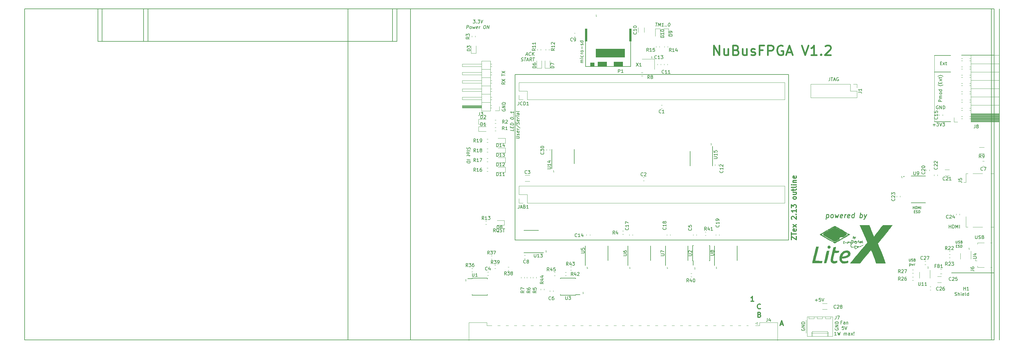
<source format=gbr>
G04 #@! TF.GenerationSoftware,KiCad,Pcbnew,5.1.9+dfsg1-1~bpo10+1*
G04 #@! TF.CreationDate,2023-03-23T15:40:10+01:00*
G04 #@! TF.ProjectId,nubus-to-ztex,6e756275-732d-4746-9f2d-7a7465782e6b,rev?*
G04 #@! TF.SameCoordinates,Original*
G04 #@! TF.FileFunction,Legend,Top*
G04 #@! TF.FilePolarity,Positive*
%FSLAX46Y46*%
G04 Gerber Fmt 4.6, Leading zero omitted, Abs format (unit mm)*
G04 Created by KiCad (PCBNEW 5.1.9+dfsg1-1~bpo10+1) date 2023-03-23 15:40:10*
%MOMM*%
%LPD*%
G01*
G04 APERTURE LIST*
%ADD10C,0.100000*%
%ADD11C,0.500000*%
%ADD12C,0.250000*%
%ADD13C,0.200000*%
%ADD14C,0.150000*%
%ADD15C,0.300000*%
%ADD16C,0.120000*%
%ADD17C,0.010000*%
%ADD18C,0.127000*%
G04 APERTURE END LIST*
D10*
X254022857Y-83076190D02*
X253737142Y-83076190D01*
X253880000Y-83076190D02*
X253880000Y-82576190D01*
X253832380Y-82647619D01*
X253784761Y-82695238D01*
X253737142Y-82719047D01*
D11*
X188342857Y-17777142D02*
X188342857Y-14777142D01*
X190057142Y-17777142D01*
X190057142Y-14777142D01*
X192771428Y-15777142D02*
X192771428Y-17777142D01*
X191485714Y-15777142D02*
X191485714Y-17348571D01*
X191628571Y-17634285D01*
X191914285Y-17777142D01*
X192342857Y-17777142D01*
X192628571Y-17634285D01*
X192771428Y-17491428D01*
X195200000Y-16205714D02*
X195628571Y-16348571D01*
X195771428Y-16491428D01*
X195914285Y-16777142D01*
X195914285Y-17205714D01*
X195771428Y-17491428D01*
X195628571Y-17634285D01*
X195342857Y-17777142D01*
X194200000Y-17777142D01*
X194200000Y-14777142D01*
X195200000Y-14777142D01*
X195485714Y-14920000D01*
X195628571Y-15062857D01*
X195771428Y-15348571D01*
X195771428Y-15634285D01*
X195628571Y-15920000D01*
X195485714Y-16062857D01*
X195200000Y-16205714D01*
X194200000Y-16205714D01*
X198485714Y-15777142D02*
X198485714Y-17777142D01*
X197200000Y-15777142D02*
X197200000Y-17348571D01*
X197342857Y-17634285D01*
X197628571Y-17777142D01*
X198057142Y-17777142D01*
X198342857Y-17634285D01*
X198485714Y-17491428D01*
X199771428Y-17634285D02*
X200057142Y-17777142D01*
X200628571Y-17777142D01*
X200914285Y-17634285D01*
X201057142Y-17348571D01*
X201057142Y-17205714D01*
X200914285Y-16920000D01*
X200628571Y-16777142D01*
X200200000Y-16777142D01*
X199914285Y-16634285D01*
X199771428Y-16348571D01*
X199771428Y-16205714D01*
X199914285Y-15920000D01*
X200200000Y-15777142D01*
X200628571Y-15777142D01*
X200914285Y-15920000D01*
X203342857Y-16205714D02*
X202342857Y-16205714D01*
X202342857Y-17777142D02*
X202342857Y-14777142D01*
X203771428Y-14777142D01*
X204914285Y-17777142D02*
X204914285Y-14777142D01*
X206057142Y-14777142D01*
X206342857Y-14920000D01*
X206485714Y-15062857D01*
X206628571Y-15348571D01*
X206628571Y-15777142D01*
X206485714Y-16062857D01*
X206342857Y-16205714D01*
X206057142Y-16348571D01*
X204914285Y-16348571D01*
X209485714Y-14920000D02*
X209200000Y-14777142D01*
X208771428Y-14777142D01*
X208342857Y-14920000D01*
X208057142Y-15205714D01*
X207914285Y-15491428D01*
X207771428Y-16062857D01*
X207771428Y-16491428D01*
X207914285Y-17062857D01*
X208057142Y-17348571D01*
X208342857Y-17634285D01*
X208771428Y-17777142D01*
X209057142Y-17777142D01*
X209485714Y-17634285D01*
X209628571Y-17491428D01*
X209628571Y-16491428D01*
X209057142Y-16491428D01*
X210771428Y-16920000D02*
X212200000Y-16920000D01*
X210485714Y-17777142D02*
X211485714Y-14777142D01*
X212485714Y-17777142D01*
X215342857Y-14777142D02*
X216342857Y-17777142D01*
X217342857Y-14777142D01*
X219914285Y-17777142D02*
X218200000Y-17777142D01*
X219057142Y-17777142D02*
X219057142Y-14777142D01*
X218771428Y-15205714D01*
X218485714Y-15491428D01*
X218200000Y-15634285D01*
X221200000Y-17491428D02*
X221342857Y-17634285D01*
X221200000Y-17777142D01*
X221057142Y-17634285D01*
X221200000Y-17491428D01*
X221200000Y-17777142D01*
X222485714Y-15062857D02*
X222628571Y-14920000D01*
X222914285Y-14777142D01*
X223628571Y-14777142D01*
X223914285Y-14920000D01*
X224057142Y-15062857D01*
X224200000Y-15348571D01*
X224200000Y-15634285D01*
X224057142Y-16062857D01*
X222342857Y-17777142D01*
X224200000Y-17777142D01*
D10*
X152482857Y-5776190D02*
X152197142Y-5776190D01*
X152340000Y-5776190D02*
X152340000Y-5276190D01*
X152292380Y-5347619D01*
X152244761Y-5395238D01*
X152197142Y-5419047D01*
X169472857Y-18586190D02*
X169187142Y-18586190D01*
X169330000Y-18586190D02*
X169330000Y-18086190D01*
X169282380Y-18157619D01*
X169234761Y-18205238D01*
X169187142Y-18229047D01*
D12*
X222877276Y-66618571D02*
X222689776Y-68118571D01*
X222868348Y-66690000D02*
X223020133Y-66618571D01*
X223305848Y-66618571D01*
X223439776Y-66690000D01*
X223502276Y-66761428D01*
X223555848Y-66904285D01*
X223502276Y-67332857D01*
X223412991Y-67475714D01*
X223332633Y-67547142D01*
X223180848Y-67618571D01*
X222895133Y-67618571D01*
X222761205Y-67547142D01*
X224323705Y-67618571D02*
X224189776Y-67547142D01*
X224127276Y-67475714D01*
X224073705Y-67332857D01*
X224127276Y-66904285D01*
X224216562Y-66761428D01*
X224296919Y-66690000D01*
X224448705Y-66618571D01*
X224662991Y-66618571D01*
X224796919Y-66690000D01*
X224859419Y-66761428D01*
X224912991Y-66904285D01*
X224859419Y-67332857D01*
X224770133Y-67475714D01*
X224689776Y-67547142D01*
X224537991Y-67618571D01*
X224323705Y-67618571D01*
X225448705Y-66618571D02*
X225609419Y-67618571D01*
X225984419Y-66904285D01*
X226180848Y-67618571D01*
X226591562Y-66618571D01*
X227618348Y-67547142D02*
X227466562Y-67618571D01*
X227180848Y-67618571D01*
X227046919Y-67547142D01*
X226993348Y-67404285D01*
X227064776Y-66832857D01*
X227154062Y-66690000D01*
X227305848Y-66618571D01*
X227591562Y-66618571D01*
X227725491Y-66690000D01*
X227779062Y-66832857D01*
X227761205Y-66975714D01*
X227029062Y-67118571D01*
X228323705Y-67618571D02*
X228448705Y-66618571D01*
X228412991Y-66904285D02*
X228502276Y-66761428D01*
X228582633Y-66690000D01*
X228734419Y-66618571D01*
X228877276Y-66618571D01*
X229832633Y-67547142D02*
X229680848Y-67618571D01*
X229395133Y-67618571D01*
X229261205Y-67547142D01*
X229207633Y-67404285D01*
X229279062Y-66832857D01*
X229368348Y-66690000D01*
X229520133Y-66618571D01*
X229805848Y-66618571D01*
X229939776Y-66690000D01*
X229993348Y-66832857D01*
X229975491Y-66975714D01*
X229243348Y-67118571D01*
X231180848Y-67618571D02*
X231368348Y-66118571D01*
X231189776Y-67547142D02*
X231037991Y-67618571D01*
X230752276Y-67618571D01*
X230618348Y-67547142D01*
X230555848Y-67475714D01*
X230502276Y-67332857D01*
X230555848Y-66904285D01*
X230645133Y-66761428D01*
X230725491Y-66690000D01*
X230877276Y-66618571D01*
X231162991Y-66618571D01*
X231296919Y-66690000D01*
X233037991Y-67618571D02*
X233225491Y-66118571D01*
X233154062Y-66690000D02*
X233305848Y-66618571D01*
X233591562Y-66618571D01*
X233725491Y-66690000D01*
X233787991Y-66761428D01*
X233841562Y-66904285D01*
X233787991Y-67332857D01*
X233698705Y-67475714D01*
X233618348Y-67547142D01*
X233466562Y-67618571D01*
X233180848Y-67618571D01*
X233046919Y-67547142D01*
X234377276Y-66618571D02*
X234609419Y-67618571D01*
X235091562Y-66618571D02*
X234609419Y-67618571D01*
X234421919Y-67975714D01*
X234341562Y-68047142D01*
X234189776Y-68118571D01*
D10*
X187642857Y-45226190D02*
X187357142Y-45226190D01*
X187500000Y-45226190D02*
X187500000Y-44726190D01*
X187452380Y-44797619D01*
X187404761Y-44845238D01*
X187357142Y-44869047D01*
X139442857Y-53526190D02*
X139157142Y-53526190D01*
X139300000Y-53526190D02*
X139300000Y-53026190D01*
X139252380Y-53097619D01*
X139204761Y-53145238D01*
X139157142Y-53169047D01*
X137142857Y-78126190D02*
X136857142Y-78126190D01*
X137000000Y-78126190D02*
X137000000Y-77626190D01*
X136952380Y-77697619D01*
X136904761Y-77745238D01*
X136857142Y-77769047D01*
D13*
X262130952Y-91474761D02*
X262273809Y-91522380D01*
X262511904Y-91522380D01*
X262607142Y-91474761D01*
X262654761Y-91427142D01*
X262702380Y-91331904D01*
X262702380Y-91236666D01*
X262654761Y-91141428D01*
X262607142Y-91093809D01*
X262511904Y-91046190D01*
X262321428Y-90998571D01*
X262226190Y-90950952D01*
X262178571Y-90903333D01*
X262130952Y-90808095D01*
X262130952Y-90712857D01*
X262178571Y-90617619D01*
X262226190Y-90570000D01*
X262321428Y-90522380D01*
X262559523Y-90522380D01*
X262702380Y-90570000D01*
X263130952Y-91522380D02*
X263130952Y-90522380D01*
X263559523Y-91522380D02*
X263559523Y-90998571D01*
X263511904Y-90903333D01*
X263416666Y-90855714D01*
X263273809Y-90855714D01*
X263178571Y-90903333D01*
X263130952Y-90950952D01*
X264035714Y-91522380D02*
X264035714Y-90855714D01*
X264035714Y-90522380D02*
X263988095Y-90570000D01*
X264035714Y-90617619D01*
X264083333Y-90570000D01*
X264035714Y-90522380D01*
X264035714Y-90617619D01*
X264892857Y-91474761D02*
X264797619Y-91522380D01*
X264607142Y-91522380D01*
X264511904Y-91474761D01*
X264464285Y-91379523D01*
X264464285Y-90998571D01*
X264511904Y-90903333D01*
X264607142Y-90855714D01*
X264797619Y-90855714D01*
X264892857Y-90903333D01*
X264940476Y-90998571D01*
X264940476Y-91093809D01*
X264464285Y-91189047D01*
X265511904Y-91522380D02*
X265416666Y-91474761D01*
X265369047Y-91379523D01*
X265369047Y-90522380D01*
X266321428Y-91522380D02*
X266321428Y-90522380D01*
X266321428Y-91474761D02*
X266226190Y-91522380D01*
X266035714Y-91522380D01*
X265940476Y-91474761D01*
X265892857Y-91427142D01*
X265845238Y-91331904D01*
X265845238Y-91046190D01*
X265892857Y-90950952D01*
X265940476Y-90903333D01*
X266035714Y-90855714D01*
X266226190Y-90855714D01*
X266321428Y-90903333D01*
D10*
X255850000Y-38160000D02*
X255850000Y-17840000D01*
D13*
X257695238Y-20208571D02*
X258028571Y-20208571D01*
X258171428Y-20732380D02*
X257695238Y-20732380D01*
X257695238Y-19732380D01*
X258171428Y-19732380D01*
X258504761Y-20732380D02*
X259028571Y-20065714D01*
X258504761Y-20065714D02*
X259028571Y-20732380D01*
X259266666Y-20065714D02*
X259647619Y-20065714D01*
X259409523Y-19732380D02*
X259409523Y-20589523D01*
X259457142Y-20684761D01*
X259552380Y-20732380D01*
X259647619Y-20732380D01*
X258132380Y-32003809D02*
X257132380Y-32003809D01*
X257132380Y-31622857D01*
X257180000Y-31527619D01*
X257227619Y-31480000D01*
X257322857Y-31432380D01*
X257465714Y-31432380D01*
X257560952Y-31480000D01*
X257608571Y-31527619D01*
X257656190Y-31622857D01*
X257656190Y-32003809D01*
X258132380Y-31003809D02*
X257465714Y-31003809D01*
X257560952Y-31003809D02*
X257513333Y-30956190D01*
X257465714Y-30860952D01*
X257465714Y-30718095D01*
X257513333Y-30622857D01*
X257608571Y-30575238D01*
X258132380Y-30575238D01*
X257608571Y-30575238D02*
X257513333Y-30527619D01*
X257465714Y-30432380D01*
X257465714Y-30289523D01*
X257513333Y-30194285D01*
X257608571Y-30146666D01*
X258132380Y-30146666D01*
X258132380Y-29527619D02*
X258084761Y-29622857D01*
X258037142Y-29670476D01*
X257941904Y-29718095D01*
X257656190Y-29718095D01*
X257560952Y-29670476D01*
X257513333Y-29622857D01*
X257465714Y-29527619D01*
X257465714Y-29384761D01*
X257513333Y-29289523D01*
X257560952Y-29241904D01*
X257656190Y-29194285D01*
X257941904Y-29194285D01*
X258037142Y-29241904D01*
X258084761Y-29289523D01*
X258132380Y-29384761D01*
X258132380Y-29527619D01*
X258132380Y-28337142D02*
X257132380Y-28337142D01*
X258084761Y-28337142D02*
X258132380Y-28432380D01*
X258132380Y-28622857D01*
X258084761Y-28718095D01*
X258037142Y-28765714D01*
X257941904Y-28813333D01*
X257656190Y-28813333D01*
X257560952Y-28765714D01*
X257513333Y-28718095D01*
X257465714Y-28622857D01*
X257465714Y-28432380D01*
X257513333Y-28337142D01*
X258513333Y-26813333D02*
X258465714Y-26860952D01*
X258322857Y-26956190D01*
X258227619Y-27003809D01*
X258084761Y-27051428D01*
X257846666Y-27099047D01*
X257656190Y-27099047D01*
X257418095Y-27051428D01*
X257275238Y-27003809D01*
X257180000Y-26956190D01*
X257037142Y-26860952D01*
X256989523Y-26813333D01*
X257608571Y-26432380D02*
X257608571Y-26099047D01*
X258132380Y-25956190D02*
X258132380Y-26432380D01*
X257132380Y-26432380D01*
X257132380Y-25956190D01*
X258132380Y-25622857D02*
X257465714Y-25099047D01*
X257465714Y-25622857D02*
X258132380Y-25099047D01*
X257465714Y-24860952D02*
X257465714Y-24480000D01*
X257132380Y-24718095D02*
X257989523Y-24718095D01*
X258084761Y-24670476D01*
X258132380Y-24575238D01*
X258132380Y-24480000D01*
X258513333Y-24241904D02*
X258465714Y-24194285D01*
X258322857Y-24099047D01*
X258227619Y-24051428D01*
X258084761Y-24003809D01*
X257846666Y-23956190D01*
X257656190Y-23956190D01*
X257418095Y-24003809D01*
X257275238Y-24051428D01*
X257180000Y-24099047D01*
X257037142Y-24194285D01*
X256989523Y-24241904D01*
D14*
X260850000Y-17840000D02*
X255850000Y-17840000D01*
X260850000Y-38160000D02*
X255850000Y-38160000D01*
X260850000Y-22920000D02*
X255850000Y-22920000D01*
D13*
X127102380Y-40433095D02*
X127102380Y-40909285D01*
X126102380Y-40784285D01*
X126578571Y-40034285D02*
X126578571Y-39700952D01*
X127102380Y-39623571D02*
X127102380Y-40099761D01*
X126102380Y-39974761D01*
X126102380Y-39498571D01*
X127102380Y-39195000D02*
X126102380Y-39070000D01*
X126102380Y-38831904D01*
X126150000Y-38695000D01*
X126245238Y-38611666D01*
X126340476Y-38575952D01*
X126530952Y-38552142D01*
X126673809Y-38570000D01*
X126864285Y-38641428D01*
X126959523Y-38700952D01*
X127054761Y-38808095D01*
X127102380Y-38956904D01*
X127102380Y-39195000D01*
X126102380Y-37117619D02*
X126102380Y-37022380D01*
X126150000Y-36933095D01*
X126197619Y-36891428D01*
X126292857Y-36855714D01*
X126483333Y-36831904D01*
X126721428Y-36861666D01*
X126911904Y-36933095D01*
X127007142Y-36992619D01*
X127054761Y-37046190D01*
X127102380Y-37147380D01*
X127102380Y-37242619D01*
X127054761Y-37331904D01*
X127007142Y-37373571D01*
X126911904Y-37409285D01*
X126721428Y-37433095D01*
X126483333Y-37403333D01*
X126292857Y-37331904D01*
X126197619Y-37272380D01*
X126150000Y-37218809D01*
X126102380Y-37117619D01*
X127007142Y-36468809D02*
X127054761Y-36427142D01*
X127102380Y-36480714D01*
X127054761Y-36522380D01*
X127007142Y-36468809D01*
X127102380Y-36480714D01*
X127007142Y-35992619D02*
X127054761Y-35950952D01*
X127102380Y-36004523D01*
X127054761Y-36046190D01*
X127007142Y-35992619D01*
X127102380Y-36004523D01*
X127102380Y-35004523D02*
X127102380Y-35575952D01*
X127102380Y-35290238D02*
X126102380Y-35165238D01*
X126245238Y-35278333D01*
X126340476Y-35385476D01*
X126388095Y-35486666D01*
X127802380Y-43165238D02*
X128611904Y-43266428D01*
X128707142Y-43230714D01*
X128754761Y-43189047D01*
X128802380Y-43099761D01*
X128802380Y-42909285D01*
X128754761Y-42808095D01*
X128707142Y-42754523D01*
X128611904Y-42695000D01*
X127802380Y-42593809D01*
X128754761Y-42284285D02*
X128802380Y-42195000D01*
X128802380Y-42004523D01*
X128754761Y-41903333D01*
X128659523Y-41843809D01*
X128611904Y-41837857D01*
X128516666Y-41873571D01*
X128469047Y-41962857D01*
X128469047Y-42105714D01*
X128421428Y-42195000D01*
X128326190Y-42230714D01*
X128278571Y-42224761D01*
X128183333Y-42165238D01*
X128135714Y-42064047D01*
X128135714Y-41921190D01*
X128183333Y-41831904D01*
X128754761Y-41046190D02*
X128802380Y-41147380D01*
X128802380Y-41337857D01*
X128754761Y-41427142D01*
X128659523Y-41462857D01*
X128278571Y-41415238D01*
X128183333Y-41355714D01*
X128135714Y-41254523D01*
X128135714Y-41064047D01*
X128183333Y-40974761D01*
X128278571Y-40939047D01*
X128373809Y-40950952D01*
X128469047Y-41439047D01*
X128802380Y-40575952D02*
X128135714Y-40492619D01*
X128326190Y-40516428D02*
X128230952Y-40456904D01*
X128183333Y-40403333D01*
X128135714Y-40302142D01*
X128135714Y-40206904D01*
X127754761Y-39111666D02*
X129040476Y-40129523D01*
X128754761Y-38950952D02*
X128802380Y-38814047D01*
X128802380Y-38575952D01*
X128754761Y-38474761D01*
X128707142Y-38421190D01*
X128611904Y-38361666D01*
X128516666Y-38349761D01*
X128421428Y-38385476D01*
X128373809Y-38427142D01*
X128326190Y-38516428D01*
X128278571Y-38700952D01*
X128230952Y-38790238D01*
X128183333Y-38831904D01*
X128088095Y-38867619D01*
X127992857Y-38855714D01*
X127897619Y-38796190D01*
X127850000Y-38742619D01*
X127802380Y-38641428D01*
X127802380Y-38403333D01*
X127850000Y-38266428D01*
X128754761Y-37570000D02*
X128802380Y-37671190D01*
X128802380Y-37861666D01*
X128754761Y-37950952D01*
X128659523Y-37986666D01*
X128278571Y-37939047D01*
X128183333Y-37879523D01*
X128135714Y-37778333D01*
X128135714Y-37587857D01*
X128183333Y-37498571D01*
X128278571Y-37462857D01*
X128373809Y-37474761D01*
X128469047Y-37962857D01*
X128802380Y-37099761D02*
X128135714Y-37016428D01*
X128326190Y-37040238D02*
X128230952Y-36980714D01*
X128183333Y-36927142D01*
X128135714Y-36825952D01*
X128135714Y-36730714D01*
X128802380Y-36480714D02*
X128135714Y-36397380D01*
X127802380Y-36355714D02*
X127850000Y-36409285D01*
X127897619Y-36367619D01*
X127850000Y-36314047D01*
X127802380Y-36355714D01*
X127897619Y-36367619D01*
X128802380Y-35575952D02*
X128278571Y-35510476D01*
X128183333Y-35546190D01*
X128135714Y-35635476D01*
X128135714Y-35825952D01*
X128183333Y-35927142D01*
X128754761Y-35570000D02*
X128802380Y-35671190D01*
X128802380Y-35909285D01*
X128754761Y-35998571D01*
X128659523Y-36034285D01*
X128564285Y-36022380D01*
X128469047Y-35962857D01*
X128421428Y-35861666D01*
X128421428Y-35623571D01*
X128373809Y-35522380D01*
X128802380Y-34956904D02*
X128754761Y-35046190D01*
X128659523Y-35081904D01*
X127802380Y-34974761D01*
X255408095Y-39101428D02*
X256170000Y-39101428D01*
X255789047Y-39482380D02*
X255789047Y-38720476D01*
X256550952Y-38482380D02*
X257170000Y-38482380D01*
X256836666Y-38863333D01*
X256979523Y-38863333D01*
X257074761Y-38910952D01*
X257122380Y-38958571D01*
X257170000Y-39053809D01*
X257170000Y-39291904D01*
X257122380Y-39387142D01*
X257074761Y-39434761D01*
X256979523Y-39482380D01*
X256693809Y-39482380D01*
X256598571Y-39434761D01*
X256550952Y-39387142D01*
X257455714Y-38482380D02*
X257789047Y-39482380D01*
X258122380Y-38482380D01*
X258360476Y-38482380D02*
X258979523Y-38482380D01*
X258646190Y-38863333D01*
X258789047Y-38863333D01*
X258884285Y-38910952D01*
X258931904Y-38958571D01*
X258979523Y-39053809D01*
X258979523Y-39291904D01*
X258931904Y-39387142D01*
X258884285Y-39434761D01*
X258789047Y-39482380D01*
X258503333Y-39482380D01*
X258408095Y-39434761D01*
X258360476Y-39387142D01*
X257018095Y-33290000D02*
X256922857Y-33242380D01*
X256780000Y-33242380D01*
X256637142Y-33290000D01*
X256541904Y-33385238D01*
X256494285Y-33480476D01*
X256446666Y-33670952D01*
X256446666Y-33813809D01*
X256494285Y-34004285D01*
X256541904Y-34099523D01*
X256637142Y-34194761D01*
X256780000Y-34242380D01*
X256875238Y-34242380D01*
X257018095Y-34194761D01*
X257065714Y-34147142D01*
X257065714Y-33813809D01*
X256875238Y-33813809D01*
X257494285Y-34242380D02*
X257494285Y-33242380D01*
X258065714Y-34242380D01*
X258065714Y-33242380D01*
X258541904Y-34242380D02*
X258541904Y-33242380D01*
X258780000Y-33242380D01*
X258922857Y-33290000D01*
X259018095Y-33385238D01*
X259065714Y-33480476D01*
X259113333Y-33670952D01*
X259113333Y-33813809D01*
X259065714Y-34004285D01*
X259018095Y-34099523D01*
X258922857Y-34194761D01*
X258780000Y-34242380D01*
X258541904Y-34242380D01*
X121478571Y-71972380D02*
X121145238Y-71496190D01*
X120907142Y-71972380D02*
X120907142Y-70972380D01*
X121288095Y-70972380D01*
X121383333Y-71020000D01*
X121430952Y-71067619D01*
X121478571Y-71162857D01*
X121478571Y-71305714D01*
X121430952Y-71400952D01*
X121383333Y-71448571D01*
X121288095Y-71496190D01*
X120907142Y-71496190D01*
X122573809Y-72067619D02*
X122478571Y-72020000D01*
X122383333Y-71924761D01*
X122240476Y-71781904D01*
X122145238Y-71734285D01*
X122050000Y-71734285D01*
X122097619Y-71972380D02*
X122002380Y-71924761D01*
X121907142Y-71829523D01*
X121859523Y-71639047D01*
X121859523Y-71305714D01*
X121907142Y-71115238D01*
X122002380Y-71020000D01*
X122097619Y-70972380D01*
X122288095Y-70972380D01*
X122383333Y-71020000D01*
X122478571Y-71115238D01*
X122526190Y-71305714D01*
X122526190Y-71639047D01*
X122478571Y-71829523D01*
X122383333Y-71924761D01*
X122288095Y-71972380D01*
X122097619Y-71972380D01*
X122907142Y-71924761D02*
X123050000Y-71972380D01*
X123288095Y-71972380D01*
X123383333Y-71924761D01*
X123430952Y-71877142D01*
X123478571Y-71781904D01*
X123478571Y-71686666D01*
X123430952Y-71591428D01*
X123383333Y-71543809D01*
X123288095Y-71496190D01*
X123097619Y-71448571D01*
X123002380Y-71400952D01*
X122954761Y-71353333D01*
X122907142Y-71258095D01*
X122907142Y-71162857D01*
X122954761Y-71067619D01*
X123002380Y-71020000D01*
X123097619Y-70972380D01*
X123335714Y-70972380D01*
X123478571Y-71020000D01*
X123764285Y-70972380D02*
X124335714Y-70972380D01*
X124050000Y-71972380D02*
X124050000Y-70972380D01*
X130875000Y-17556666D02*
X131351190Y-17556666D01*
X130744047Y-17842380D02*
X131202380Y-16842380D01*
X131410714Y-17842380D01*
X132327380Y-17747142D02*
X132273809Y-17794761D01*
X132125000Y-17842380D01*
X132029761Y-17842380D01*
X131892857Y-17794761D01*
X131809523Y-17699523D01*
X131773809Y-17604285D01*
X131750000Y-17413809D01*
X131767857Y-17270952D01*
X131839285Y-17080476D01*
X131898809Y-16985238D01*
X132005952Y-16890000D01*
X132154761Y-16842380D01*
X132250000Y-16842380D01*
X132386904Y-16890000D01*
X132428571Y-16937619D01*
X132744047Y-17842380D02*
X132869047Y-16842380D01*
X133315476Y-17842380D02*
X132958333Y-17270952D01*
X133440476Y-16842380D02*
X132797619Y-17413809D01*
X129369047Y-19494761D02*
X129505952Y-19542380D01*
X129744047Y-19542380D01*
X129845238Y-19494761D01*
X129898809Y-19447142D01*
X129958333Y-19351904D01*
X129970238Y-19256666D01*
X129934523Y-19161428D01*
X129892857Y-19113809D01*
X129803571Y-19066190D01*
X129619047Y-19018571D01*
X129529761Y-18970952D01*
X129488095Y-18923333D01*
X129452380Y-18828095D01*
X129464285Y-18732857D01*
X129523809Y-18637619D01*
X129577380Y-18590000D01*
X129678571Y-18542380D01*
X129916666Y-18542380D01*
X130053571Y-18590000D01*
X130345238Y-18542380D02*
X130916666Y-18542380D01*
X130505952Y-19542380D02*
X130630952Y-18542380D01*
X131113095Y-19256666D02*
X131589285Y-19256666D01*
X130982142Y-19542380D02*
X131440476Y-18542380D01*
X131648809Y-19542380D01*
X132553571Y-19542380D02*
X132279761Y-19066190D01*
X131982142Y-19542380D02*
X132107142Y-18542380D01*
X132488095Y-18542380D01*
X132577380Y-18590000D01*
X132619047Y-18637619D01*
X132654761Y-18732857D01*
X132636904Y-18875714D01*
X132577380Y-18970952D01*
X132523809Y-19018571D01*
X132422619Y-19066190D01*
X132041666Y-19066190D01*
X132964285Y-18542380D02*
X133535714Y-18542380D01*
X133125000Y-19542380D02*
X133250000Y-18542380D01*
X170534285Y-7862380D02*
X171105714Y-7862380D01*
X170695000Y-8862380D02*
X170820000Y-7862380D01*
X171314047Y-8862380D02*
X171439047Y-7862380D01*
X171683095Y-8576666D01*
X172105714Y-7862380D01*
X171980714Y-8862380D01*
X172980714Y-8862380D02*
X172409285Y-8862380D01*
X172695000Y-8862380D02*
X172820000Y-7862380D01*
X172706904Y-8005238D01*
X172599761Y-8100476D01*
X172498571Y-8148095D01*
X173421190Y-8767142D02*
X173462857Y-8814761D01*
X173409285Y-8862380D01*
X173367619Y-8814761D01*
X173421190Y-8767142D01*
X173409285Y-8862380D01*
X173897380Y-8767142D02*
X173939047Y-8814761D01*
X173885476Y-8862380D01*
X173843809Y-8814761D01*
X173897380Y-8767142D01*
X173885476Y-8862380D01*
X174677142Y-7862380D02*
X174772380Y-7862380D01*
X174861666Y-7910000D01*
X174903333Y-7957619D01*
X174939047Y-8052857D01*
X174962857Y-8243333D01*
X174933095Y-8481428D01*
X174861666Y-8671904D01*
X174802142Y-8767142D01*
X174748571Y-8814761D01*
X174647380Y-8862380D01*
X174552142Y-8862380D01*
X174462857Y-8814761D01*
X174421190Y-8767142D01*
X174385476Y-8671904D01*
X174361666Y-8481428D01*
X174391428Y-8243333D01*
X174462857Y-8052857D01*
X174522380Y-7957619D01*
X174575952Y-7910000D01*
X174677142Y-7862380D01*
X148362380Y-20023333D02*
X147695714Y-20023333D01*
X147790952Y-20023333D02*
X147743333Y-19975714D01*
X147695714Y-19880476D01*
X147695714Y-19737619D01*
X147743333Y-19642380D01*
X147838571Y-19594761D01*
X148362380Y-19594761D01*
X147838571Y-19594761D02*
X147743333Y-19547142D01*
X147695714Y-19451904D01*
X147695714Y-19309047D01*
X147743333Y-19213809D01*
X147838571Y-19166190D01*
X148362380Y-19166190D01*
X148362380Y-18690000D02*
X147695714Y-18690000D01*
X147362380Y-18690000D02*
X147410000Y-18737619D01*
X147457619Y-18690000D01*
X147410000Y-18642380D01*
X147362380Y-18690000D01*
X147457619Y-18690000D01*
X148314761Y-17785238D02*
X148362380Y-17880476D01*
X148362380Y-18070952D01*
X148314761Y-18166190D01*
X148267142Y-18213809D01*
X148171904Y-18261428D01*
X147886190Y-18261428D01*
X147790952Y-18213809D01*
X147743333Y-18166190D01*
X147695714Y-18070952D01*
X147695714Y-17880476D01*
X147743333Y-17785238D01*
X148362380Y-17356666D02*
X147695714Y-17356666D01*
X147886190Y-17356666D02*
X147790952Y-17309047D01*
X147743333Y-17261428D01*
X147695714Y-17166190D01*
X147695714Y-17070952D01*
X148362380Y-16594761D02*
X148314761Y-16690000D01*
X148267142Y-16737619D01*
X148171904Y-16785238D01*
X147886190Y-16785238D01*
X147790952Y-16737619D01*
X147743333Y-16690000D01*
X147695714Y-16594761D01*
X147695714Y-16451904D01*
X147743333Y-16356666D01*
X147790952Y-16309047D01*
X147886190Y-16261428D01*
X148171904Y-16261428D01*
X148267142Y-16309047D01*
X148314761Y-16356666D01*
X148362380Y-16451904D01*
X148362380Y-16594761D01*
X147981428Y-15832857D02*
X147981428Y-15070952D01*
X148314761Y-14642380D02*
X148362380Y-14547142D01*
X148362380Y-14356666D01*
X148314761Y-14261428D01*
X148219523Y-14213809D01*
X148171904Y-14213809D01*
X148076666Y-14261428D01*
X148029047Y-14356666D01*
X148029047Y-14499523D01*
X147981428Y-14594761D01*
X147886190Y-14642380D01*
X147838571Y-14642380D01*
X147743333Y-14594761D01*
X147695714Y-14499523D01*
X147695714Y-14356666D01*
X147743333Y-14261428D01*
X148362380Y-13356666D02*
X147362380Y-13356666D01*
X148314761Y-13356666D02*
X148362380Y-13451904D01*
X148362380Y-13642380D01*
X148314761Y-13737619D01*
X148267142Y-13785238D01*
X148171904Y-13832857D01*
X147886190Y-13832857D01*
X147790952Y-13785238D01*
X147743333Y-13737619D01*
X147695714Y-13642380D01*
X147695714Y-13451904D01*
X147743333Y-13356666D01*
X114724761Y-6902380D02*
X115343809Y-6902380D01*
X114962857Y-7283333D01*
X115105714Y-7283333D01*
X115195000Y-7330952D01*
X115236666Y-7378571D01*
X115272380Y-7473809D01*
X115242619Y-7711904D01*
X115183095Y-7807142D01*
X115129523Y-7854761D01*
X115028333Y-7902380D01*
X114742619Y-7902380D01*
X114653333Y-7854761D01*
X114611666Y-7807142D01*
X115659285Y-7807142D02*
X115700952Y-7854761D01*
X115647380Y-7902380D01*
X115605714Y-7854761D01*
X115659285Y-7807142D01*
X115647380Y-7902380D01*
X116153333Y-6902380D02*
X116772380Y-6902380D01*
X116391428Y-7283333D01*
X116534285Y-7283333D01*
X116623571Y-7330952D01*
X116665238Y-7378571D01*
X116700952Y-7473809D01*
X116671190Y-7711904D01*
X116611666Y-7807142D01*
X116558095Y-7854761D01*
X116456904Y-7902380D01*
X116171190Y-7902380D01*
X116081904Y-7854761D01*
X116040238Y-7807142D01*
X117058095Y-6902380D02*
X117266428Y-7902380D01*
X117724761Y-6902380D01*
X112671190Y-9602380D02*
X112796190Y-8602380D01*
X113177142Y-8602380D01*
X113266428Y-8650000D01*
X113308095Y-8697619D01*
X113343809Y-8792857D01*
X113325952Y-8935714D01*
X113266428Y-9030952D01*
X113212857Y-9078571D01*
X113111666Y-9126190D01*
X112730714Y-9126190D01*
X113814047Y-9602380D02*
X113724761Y-9554761D01*
X113683095Y-9507142D01*
X113647380Y-9411904D01*
X113683095Y-9126190D01*
X113742619Y-9030952D01*
X113796190Y-8983333D01*
X113897380Y-8935714D01*
X114040238Y-8935714D01*
X114129523Y-8983333D01*
X114171190Y-9030952D01*
X114206904Y-9126190D01*
X114171190Y-9411904D01*
X114111666Y-9507142D01*
X114058095Y-9554761D01*
X113956904Y-9602380D01*
X113814047Y-9602380D01*
X114564047Y-8935714D02*
X114671190Y-9602380D01*
X114921190Y-9126190D01*
X115052142Y-9602380D01*
X115325952Y-8935714D01*
X116010476Y-9554761D02*
X115909285Y-9602380D01*
X115718809Y-9602380D01*
X115629523Y-9554761D01*
X115593809Y-9459523D01*
X115641428Y-9078571D01*
X115700952Y-8983333D01*
X115802142Y-8935714D01*
X115992619Y-8935714D01*
X116081904Y-8983333D01*
X116117619Y-9078571D01*
X116105714Y-9173809D01*
X115617619Y-9269047D01*
X116480714Y-9602380D02*
X116564047Y-8935714D01*
X116540238Y-9126190D02*
X116599761Y-9030952D01*
X116653333Y-8983333D01*
X116754523Y-8935714D01*
X116849761Y-8935714D01*
X118177142Y-8602380D02*
X118367619Y-8602380D01*
X118456904Y-8650000D01*
X118540238Y-8745238D01*
X118564047Y-8935714D01*
X118522380Y-9269047D01*
X118450952Y-9459523D01*
X118343809Y-9554761D01*
X118242619Y-9602380D01*
X118052142Y-9602380D01*
X117962857Y-9554761D01*
X117879523Y-9459523D01*
X117855714Y-9269047D01*
X117897380Y-8935714D01*
X117968809Y-8745238D01*
X118075952Y-8650000D01*
X118177142Y-8602380D01*
X118909285Y-9602380D02*
X119034285Y-8602380D01*
X119480714Y-9602380D01*
X119605714Y-8602380D01*
D10*
X182642857Y-83326190D02*
X182357142Y-83326190D01*
X182500000Y-83326190D02*
X182500000Y-82826190D01*
X182452380Y-82897619D01*
X182404761Y-82945238D01*
X182357142Y-82969047D01*
D15*
X208732857Y-100250000D02*
X209447142Y-100250000D01*
X208590000Y-100678571D02*
X209090000Y-99178571D01*
X209590000Y-100678571D01*
X202337142Y-97352857D02*
X202551428Y-97424285D01*
X202622857Y-97495714D01*
X202694285Y-97638571D01*
X202694285Y-97852857D01*
X202622857Y-97995714D01*
X202551428Y-98067142D01*
X202408571Y-98138571D01*
X201837142Y-98138571D01*
X201837142Y-96638571D01*
X202337142Y-96638571D01*
X202480000Y-96710000D01*
X202551428Y-96781428D01*
X202622857Y-96924285D01*
X202622857Y-97067142D01*
X202551428Y-97210000D01*
X202480000Y-97281428D01*
X202337142Y-97352857D01*
X201837142Y-97352857D01*
X202634285Y-95445714D02*
X202562857Y-95517142D01*
X202348571Y-95588571D01*
X202205714Y-95588571D01*
X201991428Y-95517142D01*
X201848571Y-95374285D01*
X201777142Y-95231428D01*
X201705714Y-94945714D01*
X201705714Y-94731428D01*
X201777142Y-94445714D01*
X201848571Y-94302857D01*
X201991428Y-94160000D01*
X202205714Y-94088571D01*
X202348571Y-94088571D01*
X202562857Y-94160000D01*
X202634285Y-94231428D01*
X200568571Y-93268571D02*
X199711428Y-93268571D01*
X200140000Y-93268571D02*
X200140000Y-91768571D01*
X199997142Y-91982857D01*
X199854285Y-92125714D01*
X199711428Y-92197142D01*
D10*
X112542857Y-87026190D02*
X112257142Y-87026190D01*
X112400000Y-87026190D02*
X112400000Y-86526190D01*
X112352380Y-86597619D01*
X112304761Y-86645238D01*
X112257142Y-86669047D01*
X148442857Y-90926190D02*
X148157142Y-90926190D01*
X148300000Y-90926190D02*
X148300000Y-90426190D01*
X148252380Y-90497619D01*
X148204761Y-90545238D01*
X148157142Y-90569047D01*
X189242857Y-83216190D02*
X188957142Y-83216190D01*
X189100000Y-83216190D02*
X189100000Y-82716190D01*
X189052380Y-82787619D01*
X189004761Y-82835238D01*
X188957142Y-82859047D01*
D13*
X112795238Y-45997142D02*
X112747619Y-46134047D01*
X112747619Y-46372142D01*
X112795238Y-46473333D01*
X112842857Y-46526904D01*
X112938095Y-46586428D01*
X113033333Y-46598333D01*
X113128571Y-46562619D01*
X113176190Y-46520952D01*
X113223809Y-46431666D01*
X113271428Y-46247142D01*
X113319047Y-46157857D01*
X113366666Y-46116190D01*
X113461904Y-46080476D01*
X113557142Y-46092380D01*
X113652380Y-46151904D01*
X113700000Y-46205476D01*
X113747619Y-46306666D01*
X113747619Y-46544761D01*
X113700000Y-46681666D01*
X112747619Y-47134047D02*
X112795238Y-47044761D01*
X112890476Y-47009047D01*
X113747619Y-47116190D01*
X112747619Y-47657857D02*
X112795238Y-47568571D01*
X112842857Y-47526904D01*
X112938095Y-47491190D01*
X113223809Y-47526904D01*
X113319047Y-47586428D01*
X113366666Y-47640000D01*
X113414285Y-47741190D01*
X113414285Y-47884047D01*
X113366666Y-47973333D01*
X113319047Y-48015000D01*
X113223809Y-48050714D01*
X112938095Y-48015000D01*
X112842857Y-47955476D01*
X112795238Y-47901904D01*
X112747619Y-47800714D01*
X112747619Y-47657857D01*
X113414285Y-48360238D02*
X113414285Y-48741190D01*
X113747619Y-48544761D02*
X112890476Y-48437619D01*
X112795238Y-48473333D01*
X112747619Y-48562619D01*
X112747619Y-48657857D01*
X112747619Y-49753095D02*
X113747619Y-49878095D01*
X112747619Y-50229285D02*
X113747619Y-50354285D01*
X113747619Y-50592380D01*
X113700000Y-50729285D01*
X113604761Y-50812619D01*
X113509523Y-50848333D01*
X113319047Y-50872142D01*
X113176190Y-50854285D01*
X112985714Y-50782857D01*
X112890476Y-50723333D01*
X112795238Y-50616190D01*
X112747619Y-50467380D01*
X112747619Y-50229285D01*
X275770000Y-105080000D02*
X275770000Y-3480000D01*
X274170000Y-84560000D02*
X261140000Y-84560000D01*
D10*
X246042857Y-55326190D02*
X245757142Y-55326190D01*
X245900000Y-55326190D02*
X245900000Y-54826190D01*
X245852380Y-54897619D01*
X245804761Y-54945238D01*
X245757142Y-54969047D01*
X266622857Y-77296190D02*
X266337142Y-77296190D01*
X266480000Y-77296190D02*
X266480000Y-76796190D01*
X266432380Y-76867619D01*
X266384761Y-76915238D01*
X266337142Y-76939047D01*
X174242857Y-83226190D02*
X173957142Y-83226190D01*
X174100000Y-83226190D02*
X174100000Y-82726190D01*
X174052380Y-82797619D01*
X174004761Y-82845238D01*
X173957142Y-82869047D01*
X162742857Y-83226190D02*
X162457142Y-83226190D01*
X162600000Y-83226190D02*
X162600000Y-82726190D01*
X162552380Y-82797619D01*
X162504761Y-82845238D01*
X162457142Y-82869047D01*
X149742857Y-83226190D02*
X149457142Y-83226190D01*
X149600000Y-83226190D02*
X149600000Y-82726190D01*
X149552380Y-82797619D01*
X149504761Y-82845238D01*
X149457142Y-82869047D01*
D13*
X219354285Y-92921428D02*
X220116190Y-92921428D01*
X219735238Y-93302380D02*
X219735238Y-92540476D01*
X221068571Y-92302380D02*
X220592380Y-92302380D01*
X220544761Y-92778571D01*
X220592380Y-92730952D01*
X220687619Y-92683333D01*
X220925714Y-92683333D01*
X221020952Y-92730952D01*
X221068571Y-92778571D01*
X221116190Y-92873809D01*
X221116190Y-93111904D01*
X221068571Y-93207142D01*
X221020952Y-93254761D01*
X220925714Y-93302380D01*
X220687619Y-93302380D01*
X220592380Y-93254761D01*
X220544761Y-93207142D01*
X221401904Y-92302380D02*
X221735238Y-93302380D01*
X222068571Y-92302380D01*
X225540000Y-101581904D02*
X225492380Y-101677142D01*
X225492380Y-101820000D01*
X225540000Y-101962857D01*
X225635238Y-102058095D01*
X225730476Y-102105714D01*
X225920952Y-102153333D01*
X226063809Y-102153333D01*
X226254285Y-102105714D01*
X226349523Y-102058095D01*
X226444761Y-101962857D01*
X226492380Y-101820000D01*
X226492380Y-101724761D01*
X226444761Y-101581904D01*
X226397142Y-101534285D01*
X226063809Y-101534285D01*
X226063809Y-101724761D01*
X226492380Y-101105714D02*
X225492380Y-101105714D01*
X226492380Y-100534285D01*
X225492380Y-100534285D01*
X226492380Y-100058095D02*
X225492380Y-100058095D01*
X225492380Y-99820000D01*
X225540000Y-99677142D01*
X225635238Y-99581904D01*
X225730476Y-99534285D01*
X225920952Y-99486666D01*
X226063809Y-99486666D01*
X226254285Y-99534285D01*
X226349523Y-99581904D01*
X226444761Y-99677142D01*
X226492380Y-99820000D01*
X226492380Y-100058095D01*
X215240000Y-101691904D02*
X215192380Y-101787142D01*
X215192380Y-101930000D01*
X215240000Y-102072857D01*
X215335238Y-102168095D01*
X215430476Y-102215714D01*
X215620952Y-102263333D01*
X215763809Y-102263333D01*
X215954285Y-102215714D01*
X216049523Y-102168095D01*
X216144761Y-102072857D01*
X216192380Y-101930000D01*
X216192380Y-101834761D01*
X216144761Y-101691904D01*
X216097142Y-101644285D01*
X215763809Y-101644285D01*
X215763809Y-101834761D01*
X216192380Y-101215714D02*
X215192380Y-101215714D01*
X216192380Y-100644285D01*
X215192380Y-100644285D01*
X216192380Y-100168095D02*
X215192380Y-100168095D01*
X215192380Y-99930000D01*
X215240000Y-99787142D01*
X215335238Y-99691904D01*
X215430476Y-99644285D01*
X215620952Y-99596666D01*
X215763809Y-99596666D01*
X215954285Y-99644285D01*
X216049523Y-99691904D01*
X216144761Y-99787142D01*
X216192380Y-99930000D01*
X216192380Y-100168095D01*
X227538095Y-99728571D02*
X227204761Y-99728571D01*
X227204761Y-100252380D02*
X227204761Y-99252380D01*
X227680952Y-99252380D01*
X228490476Y-100252380D02*
X228490476Y-99728571D01*
X228442857Y-99633333D01*
X228347619Y-99585714D01*
X228157142Y-99585714D01*
X228061904Y-99633333D01*
X228490476Y-100204761D02*
X228395238Y-100252380D01*
X228157142Y-100252380D01*
X228061904Y-100204761D01*
X228014285Y-100109523D01*
X228014285Y-100014285D01*
X228061904Y-99919047D01*
X228157142Y-99871428D01*
X228395238Y-99871428D01*
X228490476Y-99823809D01*
X228966666Y-99585714D02*
X228966666Y-100252380D01*
X228966666Y-99680952D02*
X229014285Y-99633333D01*
X229109523Y-99585714D01*
X229252380Y-99585714D01*
X229347619Y-99633333D01*
X229395238Y-99728571D01*
X229395238Y-100252380D01*
X228109523Y-100952380D02*
X227633333Y-100952380D01*
X227585714Y-101428571D01*
X227633333Y-101380952D01*
X227728571Y-101333333D01*
X227966666Y-101333333D01*
X228061904Y-101380952D01*
X228109523Y-101428571D01*
X228157142Y-101523809D01*
X228157142Y-101761904D01*
X228109523Y-101857142D01*
X228061904Y-101904761D01*
X227966666Y-101952380D01*
X227728571Y-101952380D01*
X227633333Y-101904761D01*
X227585714Y-101857142D01*
X228442857Y-100952380D02*
X228776190Y-101952380D01*
X229109523Y-100952380D01*
X225871428Y-103652380D02*
X225300000Y-103652380D01*
X225585714Y-103652380D02*
X225585714Y-102652380D01*
X225490476Y-102795238D01*
X225395238Y-102890476D01*
X225300000Y-102938095D01*
X226204761Y-102652380D02*
X226442857Y-103652380D01*
X226633333Y-102938095D01*
X226823809Y-103652380D01*
X227061904Y-102652380D01*
X228204761Y-103652380D02*
X228204761Y-102985714D01*
X228204761Y-103080952D02*
X228252380Y-103033333D01*
X228347619Y-102985714D01*
X228490476Y-102985714D01*
X228585714Y-103033333D01*
X228633333Y-103128571D01*
X228633333Y-103652380D01*
X228633333Y-103128571D02*
X228680952Y-103033333D01*
X228776190Y-102985714D01*
X228919047Y-102985714D01*
X229014285Y-103033333D01*
X229061904Y-103128571D01*
X229061904Y-103652380D01*
X229966666Y-103652380D02*
X229966666Y-103128571D01*
X229919047Y-103033333D01*
X229823809Y-102985714D01*
X229633333Y-102985714D01*
X229538095Y-103033333D01*
X229966666Y-103604761D02*
X229871428Y-103652380D01*
X229633333Y-103652380D01*
X229538095Y-103604761D01*
X229490476Y-103509523D01*
X229490476Y-103414285D01*
X229538095Y-103319047D01*
X229633333Y-103271428D01*
X229871428Y-103271428D01*
X229966666Y-103223809D01*
X230347619Y-103652380D02*
X230871428Y-102985714D01*
X230347619Y-102985714D02*
X230871428Y-103652380D01*
X231252380Y-103557142D02*
X231300000Y-103604761D01*
X231252380Y-103652380D01*
X231204761Y-103604761D01*
X231252380Y-103557142D01*
X231252380Y-103652380D01*
X231252380Y-103271428D02*
X231204761Y-102700000D01*
X231252380Y-102652380D01*
X231300000Y-102700000D01*
X231252380Y-103271428D01*
X231252380Y-102652380D01*
X211270000Y-74450000D02*
X211270000Y-23650000D01*
X268418095Y-73072380D02*
X268418095Y-73881904D01*
X268465714Y-73977142D01*
X268513333Y-74024761D01*
X268608571Y-74072380D01*
X268799047Y-74072380D01*
X268894285Y-74024761D01*
X268941904Y-73977142D01*
X268989523Y-73881904D01*
X268989523Y-73072380D01*
X269418095Y-74024761D02*
X269560952Y-74072380D01*
X269799047Y-74072380D01*
X269894285Y-74024761D01*
X269941904Y-73977142D01*
X269989523Y-73881904D01*
X269989523Y-73786666D01*
X269941904Y-73691428D01*
X269894285Y-73643809D01*
X269799047Y-73596190D01*
X269608571Y-73548571D01*
X269513333Y-73500952D01*
X269465714Y-73453333D01*
X269418095Y-73358095D01*
X269418095Y-73262857D01*
X269465714Y-73167619D01*
X269513333Y-73120000D01*
X269608571Y-73072380D01*
X269846666Y-73072380D01*
X269989523Y-73120000D01*
X270751428Y-73548571D02*
X270894285Y-73596190D01*
X270941904Y-73643809D01*
X270989523Y-73739047D01*
X270989523Y-73881904D01*
X270941904Y-73977142D01*
X270894285Y-74024761D01*
X270799047Y-74072380D01*
X270418095Y-74072380D01*
X270418095Y-73072380D01*
X270751428Y-73072380D01*
X270846666Y-73120000D01*
X270894285Y-73167619D01*
X270941904Y-73262857D01*
X270941904Y-73358095D01*
X270894285Y-73453333D01*
X270846666Y-73500952D01*
X270751428Y-73548571D01*
X270418095Y-73548571D01*
X260344761Y-70842380D02*
X260344761Y-69842380D01*
X260344761Y-70318571D02*
X260916190Y-70318571D01*
X260916190Y-70842380D02*
X260916190Y-69842380D01*
X261392380Y-70842380D02*
X261392380Y-69842380D01*
X261630476Y-69842380D01*
X261773333Y-69890000D01*
X261868571Y-69985238D01*
X261916190Y-70080476D01*
X261963809Y-70270952D01*
X261963809Y-70413809D01*
X261916190Y-70604285D01*
X261868571Y-70699523D01*
X261773333Y-70794761D01*
X261630476Y-70842380D01*
X261392380Y-70842380D01*
X262392380Y-70842380D02*
X262392380Y-69842380D01*
X262725714Y-70556666D01*
X263059047Y-69842380D01*
X263059047Y-70842380D01*
X263535238Y-70842380D02*
X263535238Y-69842380D01*
D15*
X212098571Y-74361428D02*
X212098571Y-73361428D01*
X213598571Y-74361428D01*
X213598571Y-73361428D01*
X212098571Y-73004285D02*
X212098571Y-72147142D01*
X213598571Y-72575714D02*
X212098571Y-72575714D01*
X213527142Y-71075714D02*
X213598571Y-71218571D01*
X213598571Y-71504285D01*
X213527142Y-71647142D01*
X213384285Y-71718571D01*
X212812857Y-71718571D01*
X212670000Y-71647142D01*
X212598571Y-71504285D01*
X212598571Y-71218571D01*
X212670000Y-71075714D01*
X212812857Y-71004285D01*
X212955714Y-71004285D01*
X213098571Y-71718571D01*
X213598571Y-70504285D02*
X212598571Y-69718571D01*
X212598571Y-70504285D02*
X213598571Y-69718571D01*
X212241428Y-68075714D02*
X212170000Y-68004285D01*
X212098571Y-67861428D01*
X212098571Y-67504285D01*
X212170000Y-67361428D01*
X212241428Y-67290000D01*
X212384285Y-67218571D01*
X212527142Y-67218571D01*
X212741428Y-67290000D01*
X213598571Y-68147142D01*
X213598571Y-67218571D01*
X213455714Y-66575714D02*
X213527142Y-66504285D01*
X213598571Y-66575714D01*
X213527142Y-66647142D01*
X213455714Y-66575714D01*
X213598571Y-66575714D01*
X213598571Y-65075714D02*
X213598571Y-65932857D01*
X213598571Y-65504285D02*
X212098571Y-65504285D01*
X212312857Y-65647142D01*
X212455714Y-65790000D01*
X212527142Y-65932857D01*
X212098571Y-64575714D02*
X212098571Y-63647142D01*
X212670000Y-64147142D01*
X212670000Y-63932857D01*
X212741428Y-63790000D01*
X212812857Y-63718571D01*
X212955714Y-63647142D01*
X213312857Y-63647142D01*
X213455714Y-63718571D01*
X213527142Y-63790000D01*
X213598571Y-63932857D01*
X213598571Y-64361428D01*
X213527142Y-64504285D01*
X213455714Y-64575714D01*
X213598571Y-61647142D02*
X213527142Y-61790000D01*
X213455714Y-61861428D01*
X213312857Y-61932857D01*
X212884285Y-61932857D01*
X212741428Y-61861428D01*
X212670000Y-61790000D01*
X212598571Y-61647142D01*
X212598571Y-61432857D01*
X212670000Y-61290000D01*
X212741428Y-61218571D01*
X212884285Y-61147142D01*
X213312857Y-61147142D01*
X213455714Y-61218571D01*
X213527142Y-61290000D01*
X213598571Y-61432857D01*
X213598571Y-61647142D01*
X212598571Y-59861428D02*
X213598571Y-59861428D01*
X212598571Y-60504285D02*
X213384285Y-60504285D01*
X213527142Y-60432857D01*
X213598571Y-60290000D01*
X213598571Y-60075714D01*
X213527142Y-59932857D01*
X213455714Y-59861428D01*
X212598571Y-59361428D02*
X212598571Y-58790000D01*
X212098571Y-59147142D02*
X213384285Y-59147142D01*
X213527142Y-59075714D01*
X213598571Y-58932857D01*
X213598571Y-58790000D01*
X213598571Y-58075714D02*
X213527142Y-58218571D01*
X213384285Y-58290000D01*
X212098571Y-58290000D01*
X213598571Y-57504285D02*
X212598571Y-57504285D01*
X212098571Y-57504285D02*
X212170000Y-57575714D01*
X212241428Y-57504285D01*
X212170000Y-57432857D01*
X212098571Y-57504285D01*
X212241428Y-57504285D01*
X212598571Y-56790000D02*
X213598571Y-56790000D01*
X212741428Y-56790000D02*
X212670000Y-56718571D01*
X212598571Y-56575714D01*
X212598571Y-56361428D01*
X212670000Y-56218571D01*
X212812857Y-56147142D01*
X213598571Y-56147142D01*
X213527142Y-54861428D02*
X213598571Y-55004285D01*
X213598571Y-55290000D01*
X213527142Y-55432857D01*
X213384285Y-55504285D01*
X212812857Y-55504285D01*
X212670000Y-55432857D01*
X212598571Y-55290000D01*
X212598571Y-55004285D01*
X212670000Y-54861428D01*
X212812857Y-54790000D01*
X212955714Y-54790000D01*
X213098571Y-55504285D01*
D14*
X248113571Y-80211785D02*
X248113571Y-80818928D01*
X248149285Y-80890357D01*
X248185000Y-80926071D01*
X248256428Y-80961785D01*
X248399285Y-80961785D01*
X248470714Y-80926071D01*
X248506428Y-80890357D01*
X248542142Y-80818928D01*
X248542142Y-80211785D01*
X248863571Y-80926071D02*
X248970714Y-80961785D01*
X249149285Y-80961785D01*
X249220714Y-80926071D01*
X249256428Y-80890357D01*
X249292142Y-80818928D01*
X249292142Y-80747500D01*
X249256428Y-80676071D01*
X249220714Y-80640357D01*
X249149285Y-80604642D01*
X249006428Y-80568928D01*
X248935000Y-80533214D01*
X248899285Y-80497500D01*
X248863571Y-80426071D01*
X248863571Y-80354642D01*
X248899285Y-80283214D01*
X248935000Y-80247500D01*
X249006428Y-80211785D01*
X249185000Y-80211785D01*
X249292142Y-80247500D01*
X249863571Y-80568928D02*
X249970714Y-80604642D01*
X250006428Y-80640357D01*
X250042142Y-80711785D01*
X250042142Y-80818928D01*
X250006428Y-80890357D01*
X249970714Y-80926071D01*
X249899285Y-80961785D01*
X249613571Y-80961785D01*
X249613571Y-80211785D01*
X249863571Y-80211785D01*
X249935000Y-80247500D01*
X249970714Y-80283214D01*
X250006428Y-80354642D01*
X250006428Y-80426071D01*
X249970714Y-80497500D01*
X249935000Y-80533214D01*
X249863571Y-80568928D01*
X249613571Y-80568928D01*
X248274285Y-81736785D02*
X248274285Y-82486785D01*
X248274285Y-81772500D02*
X248345714Y-81736785D01*
X248488571Y-81736785D01*
X248560000Y-81772500D01*
X248595714Y-81808214D01*
X248631428Y-81879642D01*
X248631428Y-82093928D01*
X248595714Y-82165357D01*
X248560000Y-82201071D01*
X248488571Y-82236785D01*
X248345714Y-82236785D01*
X248274285Y-82201071D01*
X248881428Y-81736785D02*
X249024285Y-82236785D01*
X249167142Y-81879642D01*
X249310000Y-82236785D01*
X249452857Y-81736785D01*
X249738571Y-82236785D02*
X249738571Y-81736785D01*
X249738571Y-81879642D02*
X249774285Y-81808214D01*
X249810000Y-81772500D01*
X249881428Y-81736785D01*
X249952857Y-81736785D01*
X262453571Y-74701785D02*
X262453571Y-75308928D01*
X262489285Y-75380357D01*
X262525000Y-75416071D01*
X262596428Y-75451785D01*
X262739285Y-75451785D01*
X262810714Y-75416071D01*
X262846428Y-75380357D01*
X262882142Y-75308928D01*
X262882142Y-74701785D01*
X263203571Y-75416071D02*
X263310714Y-75451785D01*
X263489285Y-75451785D01*
X263560714Y-75416071D01*
X263596428Y-75380357D01*
X263632142Y-75308928D01*
X263632142Y-75237500D01*
X263596428Y-75166071D01*
X263560714Y-75130357D01*
X263489285Y-75094642D01*
X263346428Y-75058928D01*
X263275000Y-75023214D01*
X263239285Y-74987500D01*
X263203571Y-74916071D01*
X263203571Y-74844642D01*
X263239285Y-74773214D01*
X263275000Y-74737500D01*
X263346428Y-74701785D01*
X263525000Y-74701785D01*
X263632142Y-74737500D01*
X264203571Y-75058928D02*
X264310714Y-75094642D01*
X264346428Y-75130357D01*
X264382142Y-75201785D01*
X264382142Y-75308928D01*
X264346428Y-75380357D01*
X264310714Y-75416071D01*
X264239285Y-75451785D01*
X263953571Y-75451785D01*
X263953571Y-74701785D01*
X264203571Y-74701785D01*
X264275000Y-74737500D01*
X264310714Y-74773214D01*
X264346428Y-74844642D01*
X264346428Y-74916071D01*
X264310714Y-74987500D01*
X264275000Y-75023214D01*
X264203571Y-75058928D01*
X263953571Y-75058928D01*
X262507142Y-76333928D02*
X262757142Y-76333928D01*
X262864285Y-76726785D02*
X262507142Y-76726785D01*
X262507142Y-75976785D01*
X262864285Y-75976785D01*
X263150000Y-76691071D02*
X263257142Y-76726785D01*
X263435714Y-76726785D01*
X263507142Y-76691071D01*
X263542857Y-76655357D01*
X263578571Y-76583928D01*
X263578571Y-76512500D01*
X263542857Y-76441071D01*
X263507142Y-76405357D01*
X263435714Y-76369642D01*
X263292857Y-76333928D01*
X263221428Y-76298214D01*
X263185714Y-76262500D01*
X263150000Y-76191071D01*
X263150000Y-76119642D01*
X263185714Y-76048214D01*
X263221428Y-76012500D01*
X263292857Y-75976785D01*
X263471428Y-75976785D01*
X263578571Y-76012500D01*
X263900000Y-76726785D02*
X263900000Y-75976785D01*
X264078571Y-75976785D01*
X264185714Y-76012500D01*
X264257142Y-76083928D01*
X264292857Y-76155357D01*
X264328571Y-76298214D01*
X264328571Y-76405357D01*
X264292857Y-76548214D01*
X264257142Y-76619642D01*
X264185714Y-76691071D01*
X264078571Y-76726785D01*
X263900000Y-76726785D01*
X249343571Y-64881785D02*
X249343571Y-64131785D01*
X249343571Y-64488928D02*
X249772142Y-64488928D01*
X249772142Y-64881785D02*
X249772142Y-64131785D01*
X250129285Y-64881785D02*
X250129285Y-64131785D01*
X250307857Y-64131785D01*
X250415000Y-64167500D01*
X250486428Y-64238928D01*
X250522142Y-64310357D01*
X250557857Y-64453214D01*
X250557857Y-64560357D01*
X250522142Y-64703214D01*
X250486428Y-64774642D01*
X250415000Y-64846071D01*
X250307857Y-64881785D01*
X250129285Y-64881785D01*
X250879285Y-64881785D02*
X250879285Y-64131785D01*
X251129285Y-64667500D01*
X251379285Y-64131785D01*
X251379285Y-64881785D01*
X251736428Y-64881785D02*
X251736428Y-64131785D01*
X249647142Y-65763928D02*
X249897142Y-65763928D01*
X250004285Y-66156785D02*
X249647142Y-66156785D01*
X249647142Y-65406785D01*
X250004285Y-65406785D01*
X250290000Y-66121071D02*
X250397142Y-66156785D01*
X250575714Y-66156785D01*
X250647142Y-66121071D01*
X250682857Y-66085357D01*
X250718571Y-66013928D01*
X250718571Y-65942500D01*
X250682857Y-65871071D01*
X250647142Y-65835357D01*
X250575714Y-65799642D01*
X250432857Y-65763928D01*
X250361428Y-65728214D01*
X250325714Y-65692500D01*
X250290000Y-65621071D01*
X250290000Y-65549642D01*
X250325714Y-65478214D01*
X250361428Y-65442500D01*
X250432857Y-65406785D01*
X250611428Y-65406785D01*
X250718571Y-65442500D01*
X251040000Y-66156785D02*
X251040000Y-65406785D01*
X251218571Y-65406785D01*
X251325714Y-65442500D01*
X251397142Y-65513928D01*
X251432857Y-65585357D01*
X251468571Y-65728214D01*
X251468571Y-65835357D01*
X251432857Y-65978214D01*
X251397142Y-66049642D01*
X251325714Y-66121071D01*
X251218571Y-66156785D01*
X251040000Y-66156785D01*
D13*
X123432380Y-24091904D02*
X123432380Y-23520476D01*
X124432380Y-23806190D02*
X123432380Y-23806190D01*
X123432380Y-23282380D02*
X124432380Y-22615714D01*
X123432380Y-22615714D02*
X124432380Y-23282380D01*
X124482380Y-26076666D02*
X124006190Y-26410000D01*
X124482380Y-26648095D02*
X123482380Y-26648095D01*
X123482380Y-26267142D01*
X123530000Y-26171904D01*
X123577619Y-26124285D01*
X123672857Y-26076666D01*
X123815714Y-26076666D01*
X123910952Y-26124285D01*
X123958571Y-26171904D01*
X124006190Y-26267142D01*
X124006190Y-26648095D01*
X123482380Y-25743333D02*
X124482380Y-25076666D01*
X123482380Y-25076666D02*
X124482380Y-25743333D01*
X123610000Y-34331904D02*
X123562380Y-34427142D01*
X123562380Y-34570000D01*
X123610000Y-34712857D01*
X123705238Y-34808095D01*
X123800476Y-34855714D01*
X123990952Y-34903333D01*
X124133809Y-34903333D01*
X124324285Y-34855714D01*
X124419523Y-34808095D01*
X124514761Y-34712857D01*
X124562380Y-34570000D01*
X124562380Y-34474761D01*
X124514761Y-34331904D01*
X124467142Y-34284285D01*
X124133809Y-34284285D01*
X124133809Y-34474761D01*
X124562380Y-33855714D02*
X123562380Y-33855714D01*
X124562380Y-33284285D01*
X123562380Y-33284285D01*
X124562380Y-32808095D02*
X123562380Y-32808095D01*
X123562380Y-32570000D01*
X123610000Y-32427142D01*
X123705238Y-32331904D01*
X123800476Y-32284285D01*
X123990952Y-32236666D01*
X124133809Y-32236666D01*
X124324285Y-32284285D01*
X124419523Y-32331904D01*
X124514761Y-32427142D01*
X124562380Y-32570000D01*
X124562380Y-32808095D01*
X223863333Y-24582380D02*
X223863333Y-25296666D01*
X223815714Y-25439523D01*
X223720476Y-25534761D01*
X223577619Y-25582380D01*
X223482380Y-25582380D01*
X224196666Y-24582380D02*
X224768095Y-24582380D01*
X224482380Y-25582380D02*
X224482380Y-24582380D01*
X225053809Y-25296666D02*
X225530000Y-25296666D01*
X224958571Y-25582380D02*
X225291904Y-24582380D01*
X225625238Y-25582380D01*
X226482380Y-24630000D02*
X226387142Y-24582380D01*
X226244285Y-24582380D01*
X226101428Y-24630000D01*
X226006190Y-24725238D01*
X225958571Y-24820476D01*
X225910952Y-25010952D01*
X225910952Y-25153809D01*
X225958571Y-25344285D01*
X226006190Y-25439523D01*
X226101428Y-25534761D01*
X226244285Y-25582380D01*
X226339523Y-25582380D01*
X226482380Y-25534761D01*
X226530000Y-25487142D01*
X226530000Y-25153809D01*
X226339523Y-25153809D01*
X274170000Y-17750000D02*
X264170000Y-17750000D01*
X15120000Y-3480000D02*
X15120000Y-13480000D01*
X91320000Y-3480000D02*
X91320000Y-13480000D01*
X15120000Y-13480000D02*
X91320000Y-13480000D01*
X15120000Y-13480000D02*
X1120000Y-13480000D01*
X1120000Y-13480000D02*
X1120000Y-3480000D01*
X-170000Y-13480000D02*
X-170000Y-3480000D01*
X13830000Y-13480000D02*
X-170000Y-13480000D01*
X13830000Y-13480000D02*
X90030000Y-13480000D01*
X90030000Y-3480000D02*
X90030000Y-13480000D01*
X13830000Y-3480000D02*
X13830000Y-13480000D01*
X76330000Y-105080000D02*
X76330000Y-3480000D01*
X-22580000Y-105080000D02*
X-22580000Y-3480000D01*
X273330000Y-105080000D02*
X273330000Y-3480000D01*
X95530000Y-105080000D02*
X95530000Y-3480000D01*
X274170000Y-105080000D02*
X-22580000Y-105080000D01*
X274170000Y-3480000D02*
X274170000Y-105080000D01*
X-22580000Y-3480000D02*
X274170000Y-3480000D01*
X127470000Y-74450000D02*
X127470000Y-23650000D01*
X127470000Y-74450000D02*
X211270000Y-74450000D01*
X127470000Y-23650000D02*
X211270000Y-23650000D01*
D16*
X263790000Y-78495000D02*
X263790000Y-80295000D01*
X267010000Y-80295000D02*
X267010000Y-77845000D01*
X221563748Y-93940000D02*
X222986252Y-93940000D01*
X221563748Y-95760000D02*
X222986252Y-95760000D01*
X260461252Y-54720000D02*
X259038748Y-54720000D01*
X260461252Y-52900000D02*
X259038748Y-52900000D01*
X165190000Y-10726252D02*
X165190000Y-9303748D01*
X167010000Y-10726252D02*
X167010000Y-9303748D01*
X130588748Y-54590000D02*
X132011252Y-54590000D01*
X130588748Y-56410000D02*
X132011252Y-56410000D01*
X271070000Y-75310000D02*
X269090000Y-75310000D01*
X269090000Y-75310000D02*
X269090000Y-75730000D01*
X273040000Y-75310000D02*
X273440000Y-75310000D01*
X273440000Y-82830000D02*
X273040000Y-82830000D01*
X271070000Y-82830000D02*
X269090000Y-82830000D01*
X269090000Y-82830000D02*
X269090000Y-82410000D01*
X268410000Y-80380000D02*
X268410000Y-80830000D01*
X268860000Y-80830000D02*
X268410000Y-80830000D01*
X128670000Y-31330000D02*
X128670000Y-30000000D01*
X130000000Y-31330000D02*
X128670000Y-31330000D01*
X128670000Y-28730000D02*
X128670000Y-26130000D01*
X131270000Y-28730000D02*
X128670000Y-28730000D01*
X131270000Y-31330000D02*
X131270000Y-28730000D01*
X128670000Y-26130000D02*
X210070000Y-26130000D01*
X131270000Y-31330000D02*
X210070000Y-31330000D01*
X210070000Y-31330000D02*
X210070000Y-26130000D01*
X128670000Y-63080000D02*
X128670000Y-61750000D01*
X130000000Y-63080000D02*
X128670000Y-63080000D01*
X128670000Y-60480000D02*
X128670000Y-57880000D01*
X131270000Y-60480000D02*
X128670000Y-60480000D01*
X131270000Y-63080000D02*
X131270000Y-60480000D01*
X128670000Y-57880000D02*
X210070000Y-57880000D01*
X131270000Y-63080000D02*
X210070000Y-63080000D01*
X210070000Y-63080000D02*
X210070000Y-57880000D01*
D17*
G36*
X160452280Y-21200000D02*
G01*
X157750000Y-21200000D01*
X157750000Y-19802970D01*
X160452280Y-19802970D01*
X160452280Y-21200000D01*
G37*
X160452280Y-21200000D02*
X157750000Y-21200000D01*
X157750000Y-19802970D01*
X160452280Y-19802970D01*
X160452280Y-21200000D01*
G36*
X155499203Y-21200000D02*
G01*
X152800000Y-21200000D01*
X152800000Y-19809240D01*
X155499203Y-19809240D01*
X155499203Y-21200000D01*
G37*
X155499203Y-21200000D02*
X152800000Y-21200000D01*
X152800000Y-19809240D01*
X155499203Y-19809240D01*
X155499203Y-21200000D01*
G36*
X151742550Y-21200000D02*
G01*
X150550000Y-21200000D01*
X150550000Y-20010520D01*
X151742550Y-20010520D01*
X151742550Y-21200000D01*
G37*
X151742550Y-21200000D02*
X150550000Y-21200000D01*
X150550000Y-20010520D01*
X151742550Y-20010520D01*
X151742550Y-21200000D01*
G36*
X161053570Y-18300000D02*
G01*
X152250000Y-18300000D01*
X152250000Y-15801270D01*
X161053570Y-15801270D01*
X161053570Y-18300000D01*
G37*
X161053570Y-18300000D02*
X152250000Y-18300000D01*
X152250000Y-15801270D01*
X161053570Y-15801270D01*
X161053570Y-18300000D01*
G36*
X163100640Y-13400000D02*
G01*
X162500000Y-13400000D01*
X162500000Y-9599600D01*
X163100640Y-9599600D01*
X163100640Y-13400000D01*
G37*
X163100640Y-13400000D02*
X162500000Y-13400000D01*
X162500000Y-9599600D01*
X163100640Y-9599600D01*
X163100640Y-13400000D01*
G36*
X149491200Y-13400000D02*
G01*
X148900000Y-13400000D01*
X148900000Y-9594040D01*
X149491200Y-9594040D01*
X149491200Y-13400000D01*
G37*
X149491200Y-13400000D02*
X148900000Y-13400000D01*
X148900000Y-9594040D01*
X149491200Y-9594040D01*
X149491200Y-13400000D01*
D18*
X162900000Y-9800000D02*
X162900000Y-21200000D01*
X162900000Y-21200000D02*
X149100000Y-21200000D01*
X149100000Y-21200000D02*
X149100000Y-9800000D01*
D16*
X170160000Y-18925000D02*
X166360000Y-18925000D01*
X170160000Y-22075000D02*
X170160000Y-18925000D01*
X116295000Y-38893334D02*
X118580000Y-38893334D01*
X116295000Y-37423334D02*
X116295000Y-38893334D01*
X118580000Y-37423334D02*
X116295000Y-37423334D01*
X116295000Y-41145000D02*
X118580000Y-41145000D01*
X116295000Y-39675000D02*
X116295000Y-41145000D01*
X118580000Y-39675000D02*
X116295000Y-39675000D01*
X122252634Y-44712042D02*
X124537634Y-44712042D01*
X124537634Y-44712042D02*
X124537634Y-43242042D01*
X124537634Y-43242042D02*
X122252634Y-43242042D01*
X122252634Y-47678708D02*
X124537634Y-47678708D01*
X124537634Y-47678708D02*
X124537634Y-46208708D01*
X124537634Y-46208708D02*
X122252634Y-46208708D01*
X122252634Y-50645374D02*
X124537634Y-50645374D01*
X124537634Y-50645374D02*
X124537634Y-49175374D01*
X124537634Y-49175374D02*
X122252634Y-49175374D01*
X122252634Y-53612042D02*
X124537634Y-53612042D01*
X124537634Y-53612042D02*
X124537634Y-52142042D01*
X124537634Y-52142042D02*
X122252634Y-52142042D01*
X170469189Y-9646035D02*
X170469189Y-11931035D01*
X171939189Y-9646035D02*
X170469189Y-9646035D01*
X171939189Y-11931035D02*
X171939189Y-9646035D01*
X173009189Y-9646035D02*
X173009189Y-11931035D01*
X174479189Y-9646035D02*
X173009189Y-9646035D01*
X174479189Y-11931035D02*
X174479189Y-9646035D01*
X124245000Y-68415000D02*
X121960000Y-68415000D01*
X124245000Y-69885000D02*
X124245000Y-68415000D01*
X121960000Y-69885000D02*
X124245000Y-69885000D01*
X138145000Y-21695293D02*
X138145000Y-19410293D01*
X136675000Y-21695293D02*
X138145000Y-21695293D01*
X136675000Y-19410293D02*
X136675000Y-21695293D01*
X135615000Y-21695293D02*
X135615000Y-19410293D01*
X134145000Y-21695293D02*
X135615000Y-21695293D01*
X134145000Y-19410293D02*
X134145000Y-21695293D01*
X114065000Y-14850000D02*
X114065000Y-17135000D01*
X114065000Y-17135000D02*
X115535000Y-17135000D01*
X115535000Y-17135000D02*
X115535000Y-14850000D01*
X271064564Y-47840000D02*
X269610436Y-47840000D01*
X271064564Y-46020000D02*
X269610436Y-46020000D01*
X263000000Y-38220000D02*
X261890000Y-38220000D01*
X261890000Y-38220000D02*
X261890000Y-36890000D01*
X275630000Y-38220000D02*
X275630000Y-17780000D01*
X275630000Y-17780000D02*
X267000000Y-17780000D01*
X267000000Y-38220000D02*
X267000000Y-17780000D01*
X275630000Y-38220000D02*
X267000000Y-38220000D01*
X275630000Y-20380000D02*
X267000000Y-20380000D01*
X275630000Y-22920000D02*
X267000000Y-22920000D01*
X275630000Y-25460000D02*
X267000000Y-25460000D01*
X275630000Y-28000000D02*
X267000000Y-28000000D01*
X275630000Y-30540000D02*
X267000000Y-30540000D01*
X275630000Y-33080000D02*
X267000000Y-33080000D01*
X275630000Y-35620000D02*
X267000000Y-35620000D01*
X264490000Y-18750000D02*
X264050000Y-18750000D01*
X267000000Y-18750000D02*
X266590000Y-18750000D01*
X264490000Y-19470000D02*
X264050000Y-19470000D01*
X267000000Y-19470000D02*
X266590000Y-19470000D01*
X264490000Y-21290000D02*
X264050000Y-21290000D01*
X267000000Y-21290000D02*
X266590000Y-21290000D01*
X264490000Y-22010000D02*
X264050000Y-22010000D01*
X267000000Y-22010000D02*
X266590000Y-22010000D01*
X264490000Y-23830000D02*
X264050000Y-23830000D01*
X267000000Y-23830000D02*
X266590000Y-23830000D01*
X264490000Y-24550000D02*
X264050000Y-24550000D01*
X267000000Y-24550000D02*
X266590000Y-24550000D01*
X264490000Y-26370000D02*
X264050000Y-26370000D01*
X267000000Y-26370000D02*
X266590000Y-26370000D01*
X264490000Y-27090000D02*
X264050000Y-27090000D01*
X267000000Y-27090000D02*
X266590000Y-27090000D01*
X264490000Y-28910000D02*
X264050000Y-28910000D01*
X267000000Y-28910000D02*
X266590000Y-28910000D01*
X264490000Y-29630000D02*
X264050000Y-29630000D01*
X267000000Y-29630000D02*
X266590000Y-29630000D01*
X264490000Y-31450000D02*
X264050000Y-31450000D01*
X267000000Y-31450000D02*
X266590000Y-31450000D01*
X264490000Y-32170000D02*
X264050000Y-32170000D01*
X267000000Y-32170000D02*
X266590000Y-32170000D01*
X264490000Y-33990000D02*
X264050000Y-33990000D01*
X267000000Y-33990000D02*
X266590000Y-33990000D01*
X264490000Y-34710000D02*
X264050000Y-34710000D01*
X267000000Y-34710000D02*
X266590000Y-34710000D01*
X264490000Y-36530000D02*
X264110000Y-36530000D01*
X267000000Y-36530000D02*
X266590000Y-36530000D01*
X264490000Y-37250000D02*
X264110000Y-37250000D01*
X267000000Y-37250000D02*
X266590000Y-37250000D01*
X275630000Y-35738100D02*
X267000000Y-35738100D01*
X275630000Y-35856195D02*
X267000000Y-35856195D01*
X275630000Y-35974290D02*
X267000000Y-35974290D01*
X275630000Y-36092385D02*
X267000000Y-36092385D01*
X275630000Y-36210480D02*
X267000000Y-36210480D01*
X275630000Y-36328575D02*
X267000000Y-36328575D01*
X275630000Y-36446670D02*
X267000000Y-36446670D01*
X275630000Y-36564765D02*
X267000000Y-36564765D01*
X275630000Y-36682860D02*
X267000000Y-36682860D01*
X275630000Y-36800955D02*
X267000000Y-36800955D01*
X275630000Y-36919050D02*
X267000000Y-36919050D01*
X275630000Y-37037145D02*
X267000000Y-37037145D01*
X275630000Y-37155240D02*
X267000000Y-37155240D01*
X275630000Y-37273335D02*
X267000000Y-37273335D01*
X275630000Y-37391430D02*
X267000000Y-37391430D01*
X275630000Y-37509525D02*
X267000000Y-37509525D01*
X275630000Y-37627620D02*
X267000000Y-37627620D01*
X275630000Y-37745715D02*
X267000000Y-37745715D01*
X275630000Y-37863810D02*
X267000000Y-37863810D01*
X275630000Y-37981905D02*
X267000000Y-37981905D01*
X275630000Y-38100000D02*
X267000000Y-38100000D01*
X232140000Y-26670000D02*
X232140000Y-27730000D01*
X231080000Y-26670000D02*
X232140000Y-26670000D01*
X232140000Y-28730000D02*
X232140000Y-30790000D01*
X230080000Y-28730000D02*
X232140000Y-28730000D01*
X230080000Y-26670000D02*
X230080000Y-28730000D01*
X232140000Y-30790000D02*
X218020000Y-30790000D01*
X230080000Y-26670000D02*
X218020000Y-26670000D01*
X218020000Y-26670000D02*
X218020000Y-30790000D01*
X166147742Y-23077500D02*
X166622258Y-23077500D01*
X166147742Y-24122500D02*
X166622258Y-24122500D01*
X172145000Y-20690580D02*
X172145000Y-20409420D01*
X171125000Y-20690580D02*
X171125000Y-20409420D01*
X174145000Y-20690580D02*
X174145000Y-20409420D01*
X173125000Y-20690580D02*
X173125000Y-20409420D01*
X122670000Y-34798000D02*
X121400000Y-34798000D01*
X122670000Y-33528000D02*
X122670000Y-34798000D01*
X120357071Y-20448000D02*
X119960000Y-20448000D01*
X120357071Y-21208000D02*
X119960000Y-21208000D01*
X111300000Y-20448000D02*
X117300000Y-20448000D01*
X111300000Y-21208000D02*
X111300000Y-20448000D01*
X117300000Y-21208000D02*
X111300000Y-21208000D01*
X119960000Y-22098000D02*
X117300000Y-22098000D01*
X120357071Y-22988000D02*
X119960000Y-22988000D01*
X120357071Y-23748000D02*
X119960000Y-23748000D01*
X111300000Y-22988000D02*
X117300000Y-22988000D01*
X111300000Y-23748000D02*
X111300000Y-22988000D01*
X117300000Y-23748000D02*
X111300000Y-23748000D01*
X119960000Y-24638000D02*
X117300000Y-24638000D01*
X120357071Y-25528000D02*
X119960000Y-25528000D01*
X120357071Y-26288000D02*
X119960000Y-26288000D01*
X111300000Y-25528000D02*
X117300000Y-25528000D01*
X111300000Y-26288000D02*
X111300000Y-25528000D01*
X117300000Y-26288000D02*
X111300000Y-26288000D01*
X119960000Y-27178000D02*
X117300000Y-27178000D01*
X120357071Y-28068000D02*
X119960000Y-28068000D01*
X120357071Y-28828000D02*
X119960000Y-28828000D01*
X111300000Y-28068000D02*
X117300000Y-28068000D01*
X111300000Y-28828000D02*
X111300000Y-28068000D01*
X117300000Y-28828000D02*
X111300000Y-28828000D01*
X119960000Y-29718000D02*
X117300000Y-29718000D01*
X120357071Y-30608000D02*
X119960000Y-30608000D01*
X120357071Y-31368000D02*
X119960000Y-31368000D01*
X111300000Y-30608000D02*
X117300000Y-30608000D01*
X111300000Y-31368000D02*
X111300000Y-30608000D01*
X117300000Y-31368000D02*
X111300000Y-31368000D01*
X119960000Y-32258000D02*
X117300000Y-32258000D01*
X120290000Y-33148000D02*
X119960000Y-33148000D01*
X120290000Y-33908000D02*
X119960000Y-33908000D01*
X117300000Y-33248000D02*
X111300000Y-33248000D01*
X117300000Y-33368000D02*
X111300000Y-33368000D01*
X117300000Y-33488000D02*
X111300000Y-33488000D01*
X117300000Y-33608000D02*
X111300000Y-33608000D01*
X117300000Y-33728000D02*
X111300000Y-33728000D01*
X117300000Y-33848000D02*
X111300000Y-33848000D01*
X111300000Y-33148000D02*
X117300000Y-33148000D01*
X111300000Y-33908000D02*
X111300000Y-33148000D01*
X117300000Y-33908000D02*
X111300000Y-33908000D01*
X117300000Y-34858000D02*
X119960000Y-34858000D01*
X117300000Y-19498000D02*
X117300000Y-34858000D01*
X119960000Y-19498000D02*
X117300000Y-19498000D01*
X119960000Y-34858000D02*
X119960000Y-19498000D01*
X271111252Y-51735000D02*
X270588748Y-51735000D01*
X271111252Y-50265000D02*
X270588748Y-50265000D01*
D17*
G36*
X225648143Y-76621473D02*
G01*
X225650000Y-76625746D01*
X225639173Y-76681155D01*
X225609895Y-76810587D01*
X225566972Y-76993181D01*
X225527947Y-77155638D01*
X225477726Y-77366172D01*
X225437524Y-77540873D01*
X225412179Y-77658325D01*
X225405832Y-77696058D01*
X225451566Y-77709936D01*
X225576493Y-77721401D01*
X225762120Y-77729345D01*
X225989955Y-77732658D01*
X226016346Y-77732692D01*
X226279450Y-77732863D01*
X226458245Y-77739258D01*
X226566078Y-77760701D01*
X226616298Y-77806018D01*
X226622251Y-77884031D01*
X226597286Y-78003567D01*
X226572625Y-78100452D01*
X226518328Y-78316087D01*
X225879255Y-78329678D01*
X225240183Y-78343269D01*
X225005953Y-79320192D01*
X224912569Y-79718251D01*
X224844333Y-80033933D01*
X224800349Y-80279018D01*
X224779723Y-80465286D01*
X224781558Y-80604517D01*
X224804959Y-80708491D01*
X224849030Y-80788988D01*
X224890664Y-80836643D01*
X224977488Y-80906786D01*
X225080320Y-80943186D01*
X225233753Y-80955857D01*
X225304868Y-80956539D01*
X225505751Y-80942602D01*
X225701748Y-80906882D01*
X225797576Y-80877155D01*
X225923871Y-80834649D01*
X226008692Y-80820925D01*
X226023649Y-80825445D01*
X226040488Y-80886179D01*
X226053646Y-81011837D01*
X226058257Y-81109861D01*
X226065192Y-81366605D01*
X225844621Y-81449535D01*
X225596289Y-81516708D01*
X225304229Y-81556652D01*
X225013516Y-81565497D01*
X224777490Y-81541130D01*
X224504261Y-81442195D01*
X224298877Y-81274259D01*
X224163340Y-81040490D01*
X224099653Y-80744056D01*
X224101179Y-80470945D01*
X224118757Y-80346227D01*
X224155422Y-80148238D01*
X224208146Y-79889808D01*
X224273903Y-79583768D01*
X224349666Y-79242949D01*
X224432409Y-78880181D01*
X224519103Y-78508296D01*
X224606722Y-78140124D01*
X224692240Y-77788495D01*
X224772630Y-77466240D01*
X224844864Y-77186191D01*
X224905915Y-76961178D01*
X224952758Y-76804031D01*
X224982364Y-76727582D01*
X224985154Y-76723845D01*
X225050066Y-76694516D01*
X225172355Y-76664318D01*
X225322664Y-76637583D01*
X225471636Y-76618643D01*
X225589914Y-76611829D01*
X225648143Y-76621473D01*
G37*
X225648143Y-76621473D02*
X225650000Y-76625746D01*
X225639173Y-76681155D01*
X225609895Y-76810587D01*
X225566972Y-76993181D01*
X225527947Y-77155638D01*
X225477726Y-77366172D01*
X225437524Y-77540873D01*
X225412179Y-77658325D01*
X225405832Y-77696058D01*
X225451566Y-77709936D01*
X225576493Y-77721401D01*
X225762120Y-77729345D01*
X225989955Y-77732658D01*
X226016346Y-77732692D01*
X226279450Y-77732863D01*
X226458245Y-77739258D01*
X226566078Y-77760701D01*
X226616298Y-77806018D01*
X226622251Y-77884031D01*
X226597286Y-78003567D01*
X226572625Y-78100452D01*
X226518328Y-78316087D01*
X225879255Y-78329678D01*
X225240183Y-78343269D01*
X225005953Y-79320192D01*
X224912569Y-79718251D01*
X224844333Y-80033933D01*
X224800349Y-80279018D01*
X224779723Y-80465286D01*
X224781558Y-80604517D01*
X224804959Y-80708491D01*
X224849030Y-80788988D01*
X224890664Y-80836643D01*
X224977488Y-80906786D01*
X225080320Y-80943186D01*
X225233753Y-80955857D01*
X225304868Y-80956539D01*
X225505751Y-80942602D01*
X225701748Y-80906882D01*
X225797576Y-80877155D01*
X225923871Y-80834649D01*
X226008692Y-80820925D01*
X226023649Y-80825445D01*
X226040488Y-80886179D01*
X226053646Y-81011837D01*
X226058257Y-81109861D01*
X226065192Y-81366605D01*
X225844621Y-81449535D01*
X225596289Y-81516708D01*
X225304229Y-81556652D01*
X225013516Y-81565497D01*
X224777490Y-81541130D01*
X224504261Y-81442195D01*
X224298877Y-81274259D01*
X224163340Y-81040490D01*
X224099653Y-80744056D01*
X224101179Y-80470945D01*
X224118757Y-80346227D01*
X224155422Y-80148238D01*
X224208146Y-79889808D01*
X224273903Y-79583768D01*
X224349666Y-79242949D01*
X224432409Y-78880181D01*
X224519103Y-78508296D01*
X224606722Y-78140124D01*
X224692240Y-77788495D01*
X224772630Y-77466240D01*
X224844864Y-77186191D01*
X224905915Y-76961178D01*
X224952758Y-76804031D01*
X224982364Y-76727582D01*
X224985154Y-76723845D01*
X225050066Y-76694516D01*
X225172355Y-76664318D01*
X225322664Y-76637583D01*
X225471636Y-76618643D01*
X225589914Y-76611829D01*
X225648143Y-76621473D01*
G36*
X229190546Y-77705398D02*
G01*
X229506866Y-77781352D01*
X229760345Y-77919896D01*
X229944951Y-78115875D01*
X230054651Y-78364133D01*
X230083416Y-78659514D01*
X230073529Y-78770961D01*
X229996689Y-79081528D01*
X229852462Y-79344120D01*
X229636834Y-79561097D01*
X229345791Y-79734822D01*
X228975318Y-79867654D01*
X228521400Y-79961955D01*
X227980025Y-80020086D01*
X227945769Y-80022404D01*
X227481730Y-80052885D01*
X227468371Y-80248269D01*
X227496878Y-80493587D01*
X227607698Y-80710939D01*
X227787358Y-80874530D01*
X227799230Y-80881608D01*
X227974822Y-80944691D01*
X228213769Y-80978324D01*
X228486341Y-80982708D01*
X228762811Y-80958046D01*
X229013450Y-80904539D01*
X229105879Y-80872714D01*
X229248243Y-80822483D01*
X229349703Y-80798840D01*
X229382329Y-80802879D01*
X229396674Y-80866767D01*
X229410997Y-80993626D01*
X229417358Y-81079057D01*
X229421117Y-81228220D01*
X229401106Y-81312243D01*
X229345972Y-81362883D01*
X229309001Y-81382129D01*
X229075853Y-81467212D01*
X228788158Y-81532451D01*
X228476664Y-81574618D01*
X228172116Y-81590482D01*
X227905262Y-81576813D01*
X227750384Y-81545861D01*
X227408343Y-81400713D01*
X227143636Y-81196875D01*
X226955126Y-80932733D01*
X226841675Y-80606672D01*
X226802147Y-80217079D01*
X226802088Y-80199423D01*
X226841694Y-79700987D01*
X226894311Y-79488294D01*
X227566540Y-79488294D01*
X227580440Y-79519727D01*
X227639399Y-79531023D01*
X227761762Y-79526406D01*
X227929502Y-79513110D01*
X228171015Y-79486801D01*
X228427278Y-79449109D01*
X228629615Y-79410908D01*
X228955646Y-79307380D01*
X229194917Y-79160574D01*
X229333247Y-78997389D01*
X229397446Y-78816017D01*
X229407532Y-78612984D01*
X229380811Y-78491996D01*
X229293021Y-78388591D01*
X229136557Y-78315568D01*
X228936869Y-78277141D01*
X228719406Y-78277523D01*
X228509617Y-78320928D01*
X228460034Y-78339544D01*
X228227298Y-78480174D01*
X228001342Y-78694427D01*
X227800963Y-78958975D01*
X227644958Y-79250493D01*
X227579353Y-79432501D01*
X227566540Y-79488294D01*
X226894311Y-79488294D01*
X226955921Y-79239257D01*
X227138210Y-78822376D01*
X227382003Y-78458486D01*
X227680743Y-78155732D01*
X228027869Y-77922256D01*
X228416824Y-77766200D01*
X228817414Y-77697190D01*
X229190546Y-77705398D01*
G37*
X229190546Y-77705398D02*
X229506866Y-77781352D01*
X229760345Y-77919896D01*
X229944951Y-78115875D01*
X230054651Y-78364133D01*
X230083416Y-78659514D01*
X230073529Y-78770961D01*
X229996689Y-79081528D01*
X229852462Y-79344120D01*
X229636834Y-79561097D01*
X229345791Y-79734822D01*
X228975318Y-79867654D01*
X228521400Y-79961955D01*
X227980025Y-80020086D01*
X227945769Y-80022404D01*
X227481730Y-80052885D01*
X227468371Y-80248269D01*
X227496878Y-80493587D01*
X227607698Y-80710939D01*
X227787358Y-80874530D01*
X227799230Y-80881608D01*
X227974822Y-80944691D01*
X228213769Y-80978324D01*
X228486341Y-80982708D01*
X228762811Y-80958046D01*
X229013450Y-80904539D01*
X229105879Y-80872714D01*
X229248243Y-80822483D01*
X229349703Y-80798840D01*
X229382329Y-80802879D01*
X229396674Y-80866767D01*
X229410997Y-80993626D01*
X229417358Y-81079057D01*
X229421117Y-81228220D01*
X229401106Y-81312243D01*
X229345972Y-81362883D01*
X229309001Y-81382129D01*
X229075853Y-81467212D01*
X228788158Y-81532451D01*
X228476664Y-81574618D01*
X228172116Y-81590482D01*
X227905262Y-81576813D01*
X227750384Y-81545861D01*
X227408343Y-81400713D01*
X227143636Y-81196875D01*
X226955126Y-80932733D01*
X226841675Y-80606672D01*
X226802147Y-80217079D01*
X226802088Y-80199423D01*
X226841694Y-79700987D01*
X226894311Y-79488294D01*
X227566540Y-79488294D01*
X227580440Y-79519727D01*
X227639399Y-79531023D01*
X227761762Y-79526406D01*
X227929502Y-79513110D01*
X228171015Y-79486801D01*
X228427278Y-79449109D01*
X228629615Y-79410908D01*
X228955646Y-79307380D01*
X229194917Y-79160574D01*
X229333247Y-78997389D01*
X229397446Y-78816017D01*
X229407532Y-78612984D01*
X229380811Y-78491996D01*
X229293021Y-78388591D01*
X229136557Y-78315568D01*
X228936869Y-78277141D01*
X228719406Y-78277523D01*
X228509617Y-78320928D01*
X228460034Y-78339544D01*
X228227298Y-78480174D01*
X228001342Y-78694427D01*
X227800963Y-78958975D01*
X227644958Y-79250493D01*
X227579353Y-79432501D01*
X227566540Y-79488294D01*
X226894311Y-79488294D01*
X226955921Y-79239257D01*
X227138210Y-78822376D01*
X227382003Y-78458486D01*
X227680743Y-78155732D01*
X228027869Y-77922256D01*
X228416824Y-77766200D01*
X228817414Y-77697190D01*
X229190546Y-77705398D01*
G36*
X242865815Y-70002788D02*
G01*
X242720886Y-70216225D01*
X242521618Y-70494202D01*
X242276236Y-70826229D01*
X241992966Y-71201817D01*
X241680034Y-71610476D01*
X241345664Y-72041717D01*
X240998082Y-72485049D01*
X240645513Y-72929983D01*
X240296184Y-73366029D01*
X239958318Y-73782698D01*
X239640143Y-74169499D01*
X239349882Y-74515944D01*
X239095762Y-74811542D01*
X239089147Y-74819098D01*
X238901157Y-75035928D01*
X238737745Y-75228607D01*
X238609070Y-75384807D01*
X238525293Y-75492204D01*
X238496538Y-75538036D01*
X238515379Y-75592424D01*
X238568474Y-75724032D01*
X238650685Y-75920685D01*
X238756871Y-76170204D01*
X238881892Y-76460414D01*
X239015055Y-76766438D01*
X239176412Y-77138854D01*
X239344450Y-77532556D01*
X239508940Y-77923161D01*
X239659651Y-78286286D01*
X239786353Y-78597549D01*
X239840620Y-78734039D01*
X239933974Y-78975983D01*
X240041182Y-79260989D01*
X240157466Y-79575622D01*
X240278048Y-79906447D01*
X240398150Y-80240029D01*
X240512995Y-80562934D01*
X240617805Y-80861726D01*
X240707803Y-81122971D01*
X240778211Y-81333233D01*
X240824251Y-81479078D01*
X240841146Y-81547071D01*
X240841153Y-81547578D01*
X240793703Y-81560250D01*
X240656869Y-81570239D01*
X240438930Y-81577352D01*
X240148163Y-81581399D01*
X239792846Y-81582188D01*
X239437782Y-81580076D01*
X238034411Y-81567115D01*
X237843841Y-81029808D01*
X237647490Y-80477785D01*
X237478485Y-80006456D01*
X237332448Y-79604116D01*
X237205002Y-79259062D01*
X237091767Y-78959587D01*
X236988367Y-78693989D01*
X236890422Y-78450564D01*
X236793556Y-78217605D01*
X236779560Y-78184519D01*
X236675957Y-77945346D01*
X236583470Y-77741643D01*
X236509434Y-77588811D01*
X236461180Y-77502249D01*
X236448132Y-77488462D01*
X236411198Y-77525167D01*
X236318283Y-77630692D01*
X236175151Y-77798153D01*
X235987569Y-78020665D01*
X235761299Y-78291342D01*
X235502108Y-78603300D01*
X235215758Y-78949654D01*
X234908016Y-79323519D01*
X234730963Y-79539311D01*
X233050192Y-81590160D01*
X231567370Y-81590849D01*
X231139842Y-81590426D01*
X230800833Y-81588436D01*
X230541176Y-81584466D01*
X230351706Y-81578098D01*
X230223256Y-81568917D01*
X230146658Y-81556507D01*
X230112748Y-81540452D01*
X230110177Y-81524748D01*
X230143514Y-81480731D01*
X230233854Y-81368575D01*
X230375535Y-81195088D01*
X230562896Y-80967075D01*
X230790274Y-80691343D01*
X231052007Y-80374699D01*
X231342432Y-80023949D01*
X231655887Y-79645899D01*
X231986711Y-79247357D01*
X232329240Y-78835128D01*
X232677812Y-78416020D01*
X233026766Y-77996837D01*
X233370438Y-77584388D01*
X233703167Y-77185479D01*
X234019290Y-76806916D01*
X234313145Y-76455505D01*
X234579070Y-76138053D01*
X234811402Y-75861367D01*
X235004479Y-75632253D01*
X235152640Y-75457518D01*
X235250220Y-75343968D01*
X235278570Y-75311938D01*
X235296786Y-75289299D01*
X235308641Y-75261890D01*
X235311380Y-75222789D01*
X235302252Y-75165076D01*
X235278503Y-75081830D01*
X235237382Y-74966132D01*
X235176135Y-74811060D01*
X235092010Y-74609695D01*
X234982254Y-74355115D01*
X234844115Y-74040400D01*
X234674840Y-73658629D01*
X234471676Y-73202883D01*
X234231870Y-72666240D01*
X234180851Y-72552130D01*
X232991840Y-69892885D01*
X234432745Y-69879935D01*
X234797833Y-69877325D01*
X235130265Y-69876235D01*
X235417772Y-69876602D01*
X235648087Y-69878365D01*
X235808943Y-69881461D01*
X235888073Y-69885827D01*
X235894046Y-69887380D01*
X235915720Y-69935943D01*
X235968731Y-70065594D01*
X236049118Y-70266331D01*
X236152915Y-70528150D01*
X236276162Y-70841048D01*
X236414894Y-71195023D01*
X236565150Y-71580071D01*
X236593759Y-71653568D01*
X236771514Y-72109960D01*
X236917398Y-72483193D01*
X237034754Y-72781232D01*
X237126924Y-73012045D01*
X237197249Y-73183596D01*
X237249070Y-73303853D01*
X237285730Y-73380782D01*
X237310571Y-73422349D01*
X237326932Y-73436521D01*
X237338158Y-73431263D01*
X237338993Y-73430160D01*
X237374182Y-73386105D01*
X237457503Y-73283273D01*
X237575265Y-73138529D01*
X237672708Y-73019039D01*
X238121543Y-72458795D01*
X238608215Y-71832151D01*
X239119656Y-71156087D01*
X239467682Y-70686635D01*
X240069430Y-69868462D01*
X242952774Y-69868462D01*
X242865815Y-70002788D01*
G37*
X242865815Y-70002788D02*
X242720886Y-70216225D01*
X242521618Y-70494202D01*
X242276236Y-70826229D01*
X241992966Y-71201817D01*
X241680034Y-71610476D01*
X241345664Y-72041717D01*
X240998082Y-72485049D01*
X240645513Y-72929983D01*
X240296184Y-73366029D01*
X239958318Y-73782698D01*
X239640143Y-74169499D01*
X239349882Y-74515944D01*
X239095762Y-74811542D01*
X239089147Y-74819098D01*
X238901157Y-75035928D01*
X238737745Y-75228607D01*
X238609070Y-75384807D01*
X238525293Y-75492204D01*
X238496538Y-75538036D01*
X238515379Y-75592424D01*
X238568474Y-75724032D01*
X238650685Y-75920685D01*
X238756871Y-76170204D01*
X238881892Y-76460414D01*
X239015055Y-76766438D01*
X239176412Y-77138854D01*
X239344450Y-77532556D01*
X239508940Y-77923161D01*
X239659651Y-78286286D01*
X239786353Y-78597549D01*
X239840620Y-78734039D01*
X239933974Y-78975983D01*
X240041182Y-79260989D01*
X240157466Y-79575622D01*
X240278048Y-79906447D01*
X240398150Y-80240029D01*
X240512995Y-80562934D01*
X240617805Y-80861726D01*
X240707803Y-81122971D01*
X240778211Y-81333233D01*
X240824251Y-81479078D01*
X240841146Y-81547071D01*
X240841153Y-81547578D01*
X240793703Y-81560250D01*
X240656869Y-81570239D01*
X240438930Y-81577352D01*
X240148163Y-81581399D01*
X239792846Y-81582188D01*
X239437782Y-81580076D01*
X238034411Y-81567115D01*
X237843841Y-81029808D01*
X237647490Y-80477785D01*
X237478485Y-80006456D01*
X237332448Y-79604116D01*
X237205002Y-79259062D01*
X237091767Y-78959587D01*
X236988367Y-78693989D01*
X236890422Y-78450564D01*
X236793556Y-78217605D01*
X236779560Y-78184519D01*
X236675957Y-77945346D01*
X236583470Y-77741643D01*
X236509434Y-77588811D01*
X236461180Y-77502249D01*
X236448132Y-77488462D01*
X236411198Y-77525167D01*
X236318283Y-77630692D01*
X236175151Y-77798153D01*
X235987569Y-78020665D01*
X235761299Y-78291342D01*
X235502108Y-78603300D01*
X235215758Y-78949654D01*
X234908016Y-79323519D01*
X234730963Y-79539311D01*
X233050192Y-81590160D01*
X231567370Y-81590849D01*
X231139842Y-81590426D01*
X230800833Y-81588436D01*
X230541176Y-81584466D01*
X230351706Y-81578098D01*
X230223256Y-81568917D01*
X230146658Y-81556507D01*
X230112748Y-81540452D01*
X230110177Y-81524748D01*
X230143514Y-81480731D01*
X230233854Y-81368575D01*
X230375535Y-81195088D01*
X230562896Y-80967075D01*
X230790274Y-80691343D01*
X231052007Y-80374699D01*
X231342432Y-80023949D01*
X231655887Y-79645899D01*
X231986711Y-79247357D01*
X232329240Y-78835128D01*
X232677812Y-78416020D01*
X233026766Y-77996837D01*
X233370438Y-77584388D01*
X233703167Y-77185479D01*
X234019290Y-76806916D01*
X234313145Y-76455505D01*
X234579070Y-76138053D01*
X234811402Y-75861367D01*
X235004479Y-75632253D01*
X235152640Y-75457518D01*
X235250220Y-75343968D01*
X235278570Y-75311938D01*
X235296786Y-75289299D01*
X235308641Y-75261890D01*
X235311380Y-75222789D01*
X235302252Y-75165076D01*
X235278503Y-75081830D01*
X235237382Y-74966132D01*
X235176135Y-74811060D01*
X235092010Y-74609695D01*
X234982254Y-74355115D01*
X234844115Y-74040400D01*
X234674840Y-73658629D01*
X234471676Y-73202883D01*
X234231870Y-72666240D01*
X234180851Y-72552130D01*
X232991840Y-69892885D01*
X234432745Y-69879935D01*
X234797833Y-69877325D01*
X235130265Y-69876235D01*
X235417772Y-69876602D01*
X235648087Y-69878365D01*
X235808943Y-69881461D01*
X235888073Y-69885827D01*
X235894046Y-69887380D01*
X235915720Y-69935943D01*
X235968731Y-70065594D01*
X236049118Y-70266331D01*
X236152915Y-70528150D01*
X236276162Y-70841048D01*
X236414894Y-71195023D01*
X236565150Y-71580071D01*
X236593759Y-71653568D01*
X236771514Y-72109960D01*
X236917398Y-72483193D01*
X237034754Y-72781232D01*
X237126924Y-73012045D01*
X237197249Y-73183596D01*
X237249070Y-73303853D01*
X237285730Y-73380782D01*
X237310571Y-73422349D01*
X237326932Y-73436521D01*
X237338158Y-73431263D01*
X237338993Y-73430160D01*
X237374182Y-73386105D01*
X237457503Y-73283273D01*
X237575265Y-73138529D01*
X237672708Y-73019039D01*
X238121543Y-72458795D01*
X238608215Y-71832151D01*
X239119656Y-71156087D01*
X239467682Y-70686635D01*
X240069430Y-69868462D01*
X242952774Y-69868462D01*
X242865815Y-70002788D01*
G36*
X220009713Y-76521082D02*
G01*
X220019519Y-76521491D01*
X220360035Y-76535962D01*
X219856950Y-78611923D01*
X219751357Y-79049322D01*
X219653178Y-79459241D01*
X219564784Y-79831544D01*
X219488548Y-80156089D01*
X219426840Y-80422740D01*
X219382032Y-80621356D01*
X219356496Y-80741800D01*
X219351355Y-80773365D01*
X219356962Y-80801311D01*
X219383542Y-80822432D01*
X219442948Y-80837675D01*
X219547031Y-80847982D01*
X219707643Y-80854301D01*
X219936636Y-80857575D01*
X220245862Y-80858750D01*
X220423461Y-80858846D01*
X220791828Y-80860115D01*
X221071914Y-80864277D01*
X221273103Y-80871865D01*
X221404776Y-80883414D01*
X221476318Y-80899456D01*
X221497134Y-80919904D01*
X221484968Y-80999919D01*
X221454970Y-81136434D01*
X221432902Y-81225192D01*
X221369612Y-81469423D01*
X219919614Y-81482362D01*
X219554547Y-81484987D01*
X219223190Y-81486157D01*
X218937544Y-81485926D01*
X218709609Y-81484348D01*
X218551389Y-81481478D01*
X218474884Y-81477371D01*
X218469615Y-81475750D01*
X218480661Y-81422357D01*
X218512067Y-81285356D01*
X218561231Y-81075544D01*
X218625553Y-80803717D01*
X218702432Y-80480670D01*
X218789269Y-80117200D01*
X218883461Y-79724102D01*
X218982409Y-79312173D01*
X219083512Y-78892209D01*
X219184169Y-78475006D01*
X219281780Y-78071360D01*
X219373744Y-77692066D01*
X219457460Y-77347921D01*
X219530329Y-77049722D01*
X219589749Y-76808263D01*
X219633120Y-76634341D01*
X219657841Y-76538753D01*
X219662536Y-76523489D01*
X219715822Y-76517240D01*
X219840325Y-76516388D01*
X220009713Y-76521082D01*
G37*
X220009713Y-76521082D02*
X220019519Y-76521491D01*
X220360035Y-76535962D01*
X219856950Y-78611923D01*
X219751357Y-79049322D01*
X219653178Y-79459241D01*
X219564784Y-79831544D01*
X219488548Y-80156089D01*
X219426840Y-80422740D01*
X219382032Y-80621356D01*
X219356496Y-80741800D01*
X219351355Y-80773365D01*
X219356962Y-80801311D01*
X219383542Y-80822432D01*
X219442948Y-80837675D01*
X219547031Y-80847982D01*
X219707643Y-80854301D01*
X219936636Y-80857575D01*
X220245862Y-80858750D01*
X220423461Y-80858846D01*
X220791828Y-80860115D01*
X221071914Y-80864277D01*
X221273103Y-80871865D01*
X221404776Y-80883414D01*
X221476318Y-80899456D01*
X221497134Y-80919904D01*
X221484968Y-80999919D01*
X221454970Y-81136434D01*
X221432902Y-81225192D01*
X221369612Y-81469423D01*
X219919614Y-81482362D01*
X219554547Y-81484987D01*
X219223190Y-81486157D01*
X218937544Y-81485926D01*
X218709609Y-81484348D01*
X218551389Y-81481478D01*
X218474884Y-81477371D01*
X218469615Y-81475750D01*
X218480661Y-81422357D01*
X218512067Y-81285356D01*
X218561231Y-81075544D01*
X218625553Y-80803717D01*
X218702432Y-80480670D01*
X218789269Y-80117200D01*
X218883461Y-79724102D01*
X218982409Y-79312173D01*
X219083512Y-78892209D01*
X219184169Y-78475006D01*
X219281780Y-78071360D01*
X219373744Y-77692066D01*
X219457460Y-77347921D01*
X219530329Y-77049722D01*
X219589749Y-76808263D01*
X219633120Y-76634341D01*
X219657841Y-76538753D01*
X219662536Y-76523489D01*
X219715822Y-76517240D01*
X219840325Y-76516388D01*
X220009713Y-76521082D01*
G36*
X223473931Y-77734992D02*
G01*
X223596054Y-77741043D01*
X223647040Y-77749576D01*
X223647307Y-77750273D01*
X223636067Y-77806429D01*
X223604405Y-77944440D01*
X223555414Y-78151694D01*
X223492182Y-78415582D01*
X223417801Y-78723495D01*
X223335361Y-79062822D01*
X223247952Y-79420954D01*
X223158666Y-79785282D01*
X223070591Y-80143194D01*
X222986820Y-80482082D01*
X222910442Y-80789335D01*
X222844547Y-81052345D01*
X222792227Y-81258501D01*
X222756571Y-81395193D01*
X222740671Y-81449811D01*
X222740564Y-81449998D01*
X222682968Y-81472868D01*
X222564051Y-81487192D01*
X222414355Y-81492873D01*
X222264421Y-81489816D01*
X222144789Y-81477925D01*
X222086001Y-81457104D01*
X222084230Y-81452055D01*
X222095330Y-81396743D01*
X222126967Y-81257068D01*
X222176644Y-81043607D01*
X222241867Y-80766934D01*
X222320141Y-80437626D01*
X222408969Y-80066259D01*
X222505858Y-79663409D01*
X222523846Y-79588846D01*
X222621779Y-79182651D01*
X222712124Y-78807087D01*
X222792395Y-78472548D01*
X222860109Y-78189426D01*
X222912780Y-77968115D01*
X222947923Y-77819008D01*
X222963054Y-77752498D01*
X222963461Y-77750060D01*
X223008185Y-77741499D01*
X223125880Y-77735296D01*
X223291831Y-77732706D01*
X223305384Y-77732692D01*
X223473931Y-77734992D01*
G37*
X223473931Y-77734992D02*
X223596054Y-77741043D01*
X223647040Y-77749576D01*
X223647307Y-77750273D01*
X223636067Y-77806429D01*
X223604405Y-77944440D01*
X223555414Y-78151694D01*
X223492182Y-78415582D01*
X223417801Y-78723495D01*
X223335361Y-79062822D01*
X223247952Y-79420954D01*
X223158666Y-79785282D01*
X223070591Y-80143194D01*
X222986820Y-80482082D01*
X222910442Y-80789335D01*
X222844547Y-81052345D01*
X222792227Y-81258501D01*
X222756571Y-81395193D01*
X222740671Y-81449811D01*
X222740564Y-81449998D01*
X222682968Y-81472868D01*
X222564051Y-81487192D01*
X222414355Y-81492873D01*
X222264421Y-81489816D01*
X222144789Y-81477925D01*
X222086001Y-81457104D01*
X222084230Y-81452055D01*
X222095330Y-81396743D01*
X222126967Y-81257068D01*
X222176644Y-81043607D01*
X222241867Y-80766934D01*
X222320141Y-80437626D01*
X222408969Y-80066259D01*
X222505858Y-79663409D01*
X222523846Y-79588846D01*
X222621779Y-79182651D01*
X222712124Y-78807087D01*
X222792395Y-78472548D01*
X222860109Y-78189426D01*
X222912780Y-77968115D01*
X222947923Y-77819008D01*
X222963054Y-77752498D01*
X222963461Y-77750060D01*
X223008185Y-77741499D01*
X223125880Y-77735296D01*
X223291831Y-77732706D01*
X223305384Y-77732692D01*
X223473931Y-77734992D01*
G36*
X234051538Y-75918878D02*
G01*
X234009478Y-75984544D01*
X233897124Y-76074595D01*
X233735217Y-76177967D01*
X233544497Y-76283595D01*
X233345704Y-76380416D01*
X233159580Y-76457365D01*
X233006865Y-76503380D01*
X232940535Y-76511539D01*
X232843707Y-76533818D01*
X232710140Y-76589286D01*
X232671088Y-76609231D01*
X232532491Y-76671430D01*
X232413777Y-76705010D01*
X232390946Y-76706923D01*
X232311464Y-76726558D01*
X232293076Y-76753866D01*
X232253404Y-76831300D01*
X232152143Y-76928300D01*
X232015930Y-77022478D01*
X231908553Y-77077079D01*
X231748280Y-77135555D01*
X231668423Y-77141618D01*
X231658076Y-77124401D01*
X231698436Y-77093431D01*
X231800789Y-77040105D01*
X231865673Y-77010224D01*
X232053402Y-76909095D01*
X232157036Y-76802871D01*
X232189600Y-76675897D01*
X232186702Y-76624396D01*
X232167266Y-76565611D01*
X232341923Y-76565611D01*
X232380217Y-76601123D01*
X232462538Y-76606732D01*
X232540046Y-76582851D01*
X232559644Y-76563760D01*
X232554630Y-76500645D01*
X232542512Y-76490332D01*
X232463710Y-76481424D01*
X232379335Y-76513826D01*
X232341923Y-76565611D01*
X232167266Y-76565611D01*
X232153488Y-76523942D01*
X232065447Y-76440925D01*
X231953015Y-76377212D01*
X231772401Y-76292245D01*
X231656376Y-76263014D01*
X231591858Y-76299329D01*
X231565763Y-76411002D01*
X231565006Y-76607846D01*
X231567058Y-76666654D01*
X231569083Y-76900034D01*
X231553732Y-77039067D01*
X231526303Y-77084630D01*
X231489536Y-77052330D01*
X231456881Y-76946369D01*
X231431937Y-76790776D01*
X231418305Y-76609580D01*
X231419583Y-76426811D01*
X231422169Y-76389423D01*
X231438269Y-76194039D01*
X231658076Y-76210602D01*
X231843539Y-76243481D01*
X232041173Y-76305646D01*
X232097692Y-76329695D01*
X232266367Y-76403392D01*
X232363589Y-76430996D01*
X232402880Y-76414610D01*
X232402980Y-76377212D01*
X232421902Y-76324209D01*
X232492485Y-76323966D01*
X232586998Y-76372320D01*
X232632879Y-76411726D01*
X232693783Y-76463991D01*
X232758295Y-76483188D01*
X232857574Y-76471378D01*
X233001694Y-76436126D01*
X233259183Y-76356742D01*
X233483185Y-76255098D01*
X233715556Y-76110767D01*
X233819519Y-76037020D01*
X233941805Y-75955712D01*
X234025870Y-75914461D01*
X234051538Y-75918878D01*
G37*
X234051538Y-75918878D02*
X234009478Y-75984544D01*
X233897124Y-76074595D01*
X233735217Y-76177967D01*
X233544497Y-76283595D01*
X233345704Y-76380416D01*
X233159580Y-76457365D01*
X233006865Y-76503380D01*
X232940535Y-76511539D01*
X232843707Y-76533818D01*
X232710140Y-76589286D01*
X232671088Y-76609231D01*
X232532491Y-76671430D01*
X232413777Y-76705010D01*
X232390946Y-76706923D01*
X232311464Y-76726558D01*
X232293076Y-76753866D01*
X232253404Y-76831300D01*
X232152143Y-76928300D01*
X232015930Y-77022478D01*
X231908553Y-77077079D01*
X231748280Y-77135555D01*
X231668423Y-77141618D01*
X231658076Y-77124401D01*
X231698436Y-77093431D01*
X231800789Y-77040105D01*
X231865673Y-77010224D01*
X232053402Y-76909095D01*
X232157036Y-76802871D01*
X232189600Y-76675897D01*
X232186702Y-76624396D01*
X232167266Y-76565611D01*
X232341923Y-76565611D01*
X232380217Y-76601123D01*
X232462538Y-76606732D01*
X232540046Y-76582851D01*
X232559644Y-76563760D01*
X232554630Y-76500645D01*
X232542512Y-76490332D01*
X232463710Y-76481424D01*
X232379335Y-76513826D01*
X232341923Y-76565611D01*
X232167266Y-76565611D01*
X232153488Y-76523942D01*
X232065447Y-76440925D01*
X231953015Y-76377212D01*
X231772401Y-76292245D01*
X231656376Y-76263014D01*
X231591858Y-76299329D01*
X231565763Y-76411002D01*
X231565006Y-76607846D01*
X231567058Y-76666654D01*
X231569083Y-76900034D01*
X231553732Y-77039067D01*
X231526303Y-77084630D01*
X231489536Y-77052330D01*
X231456881Y-76946369D01*
X231431937Y-76790776D01*
X231418305Y-76609580D01*
X231419583Y-76426811D01*
X231422169Y-76389423D01*
X231438269Y-76194039D01*
X231658076Y-76210602D01*
X231843539Y-76243481D01*
X232041173Y-76305646D01*
X232097692Y-76329695D01*
X232266367Y-76403392D01*
X232363589Y-76430996D01*
X232402880Y-76414610D01*
X232402980Y-76377212D01*
X232421902Y-76324209D01*
X232492485Y-76323966D01*
X232586998Y-76372320D01*
X232632879Y-76411726D01*
X232693783Y-76463991D01*
X232758295Y-76483188D01*
X232857574Y-76471378D01*
X233001694Y-76436126D01*
X233259183Y-76356742D01*
X233483185Y-76255098D01*
X233715556Y-76110767D01*
X233819519Y-76037020D01*
X233941805Y-75955712D01*
X234025870Y-75914461D01*
X234051538Y-75918878D01*
G36*
X223752718Y-76214217D02*
G01*
X223880910Y-76303482D01*
X223962701Y-76438957D01*
X223986251Y-76603687D01*
X223939722Y-76780713D01*
X223862773Y-76898560D01*
X223757164Y-77000275D01*
X223640761Y-77042556D01*
X223528420Y-77048846D01*
X223341169Y-77023012D01*
X223245463Y-76963365D01*
X223153395Y-76792386D01*
X223143120Y-76603919D01*
X223208922Y-76423898D01*
X223345081Y-76278256D01*
X223404489Y-76242154D01*
X223589965Y-76188122D01*
X223752718Y-76214217D01*
G37*
X223752718Y-76214217D02*
X223880910Y-76303482D01*
X223962701Y-76438957D01*
X223986251Y-76603687D01*
X223939722Y-76780713D01*
X223862773Y-76898560D01*
X223757164Y-77000275D01*
X223640761Y-77042556D01*
X223528420Y-77048846D01*
X223341169Y-77023012D01*
X223245463Y-76963365D01*
X223153395Y-76792386D01*
X223143120Y-76603919D01*
X223208922Y-76423898D01*
X223345081Y-76278256D01*
X223404489Y-76242154D01*
X223589965Y-76188122D01*
X223752718Y-76214217D01*
G36*
X230500433Y-75746145D02*
G01*
X230433165Y-75823935D01*
X230334656Y-75947377D01*
X230294875Y-76083140D01*
X230290384Y-76181767D01*
X230326239Y-76388791D01*
X230433997Y-76530304D01*
X230613947Y-76606454D01*
X230866377Y-76617391D01*
X231076093Y-76588330D01*
X231177249Y-76572425D01*
X231193364Y-76583259D01*
X231154989Y-76610885D01*
X231013876Y-76661438D01*
X230820164Y-76686493D01*
X230615978Y-76684451D01*
X230443443Y-76653714D01*
X230405590Y-76639317D01*
X230273384Y-76530474D01*
X230193089Y-76366040D01*
X230166434Y-76174243D01*
X230195147Y-75983310D01*
X230280958Y-75821470D01*
X230351500Y-75756211D01*
X230466989Y-75690088D01*
X230519442Y-75689062D01*
X230500433Y-75746145D01*
G37*
X230500433Y-75746145D02*
X230433165Y-75823935D01*
X230334656Y-75947377D01*
X230294875Y-76083140D01*
X230290384Y-76181767D01*
X230326239Y-76388791D01*
X230433997Y-76530304D01*
X230613947Y-76606454D01*
X230866377Y-76617391D01*
X231076093Y-76588330D01*
X231177249Y-76572425D01*
X231193364Y-76583259D01*
X231154989Y-76610885D01*
X231013876Y-76661438D01*
X230820164Y-76686493D01*
X230615978Y-76684451D01*
X230443443Y-76653714D01*
X230405590Y-76639317D01*
X230273384Y-76530474D01*
X230193089Y-76366040D01*
X230166434Y-76174243D01*
X230195147Y-75983310D01*
X230280958Y-75821470D01*
X230351500Y-75756211D01*
X230466989Y-75690088D01*
X230519442Y-75689062D01*
X230500433Y-75746145D01*
G36*
X229824011Y-74975913D02*
G01*
X229897310Y-75055437D01*
X229983933Y-75162413D01*
X230042873Y-75052283D01*
X230100533Y-74978635D01*
X230159794Y-74990470D01*
X230165587Y-74995082D01*
X230222718Y-75081847D01*
X230276583Y-75223867D01*
X230315914Y-75380688D01*
X230329441Y-75511855D01*
X230322215Y-75557348D01*
X230263978Y-75615220D01*
X230178907Y-75630040D01*
X230110292Y-75601193D01*
X230095000Y-75560572D01*
X230127363Y-75511293D01*
X230168269Y-75516951D01*
X230223580Y-75503804D01*
X230242340Y-75426704D01*
X230222500Y-75313095D01*
X230189285Y-75235173D01*
X230136113Y-75169755D01*
X230075040Y-75189183D01*
X230067414Y-75195317D01*
X229994764Y-75225147D01*
X229900323Y-75188636D01*
X229875436Y-75172921D01*
X229787468Y-75093159D01*
X229753076Y-75020605D01*
X229770130Y-74955589D01*
X229824011Y-74975913D01*
G37*
X229824011Y-74975913D02*
X229897310Y-75055437D01*
X229983933Y-75162413D01*
X230042873Y-75052283D01*
X230100533Y-74978635D01*
X230159794Y-74990470D01*
X230165587Y-74995082D01*
X230222718Y-75081847D01*
X230276583Y-75223867D01*
X230315914Y-75380688D01*
X230329441Y-75511855D01*
X230322215Y-75557348D01*
X230263978Y-75615220D01*
X230178907Y-75630040D01*
X230110292Y-75601193D01*
X230095000Y-75560572D01*
X230127363Y-75511293D01*
X230168269Y-75516951D01*
X230223580Y-75503804D01*
X230242340Y-75426704D01*
X230222500Y-75313095D01*
X230189285Y-75235173D01*
X230136113Y-75169755D01*
X230075040Y-75189183D01*
X230067414Y-75195317D01*
X229994764Y-75225147D01*
X229900323Y-75188636D01*
X229875436Y-75172921D01*
X229787468Y-75093159D01*
X229753076Y-75020605D01*
X229770130Y-74955589D01*
X229824011Y-74975913D01*
G36*
X231737435Y-74730459D02*
G01*
X231885683Y-74831504D01*
X231973335Y-75007652D01*
X231999279Y-75226557D01*
X231966638Y-75415494D01*
X231869654Y-75531700D01*
X231712103Y-75572469D01*
X231548173Y-75549791D01*
X231469597Y-75514130D01*
X231475536Y-75482609D01*
X231553436Y-75470407D01*
X231609678Y-75475416D01*
X231771025Y-75468544D01*
X231865295Y-75390669D01*
X231892552Y-75241720D01*
X231887057Y-75178473D01*
X231859704Y-75027123D01*
X231823701Y-74966729D01*
X231768033Y-74990584D01*
X231701970Y-75065779D01*
X231585430Y-75166394D01*
X231493690Y-75183139D01*
X231402117Y-75133008D01*
X231377679Y-75032440D01*
X231383652Y-75014648D01*
X231511538Y-75014648D01*
X231516902Y-75078938D01*
X231549517Y-75073174D01*
X231609230Y-75021731D01*
X231682702Y-74932724D01*
X231706923Y-74867622D01*
X231683638Y-74807560D01*
X231667846Y-74801923D01*
X231587365Y-74843398D01*
X231526242Y-74939723D01*
X231511538Y-75014648D01*
X231383652Y-75014648D01*
X231421217Y-74902759D01*
X231479392Y-74820920D01*
X231569322Y-74731130D01*
X231646939Y-74707880D01*
X231737435Y-74730459D01*
G37*
X231737435Y-74730459D02*
X231885683Y-74831504D01*
X231973335Y-75007652D01*
X231999279Y-75226557D01*
X231966638Y-75415494D01*
X231869654Y-75531700D01*
X231712103Y-75572469D01*
X231548173Y-75549791D01*
X231469597Y-75514130D01*
X231475536Y-75482609D01*
X231553436Y-75470407D01*
X231609678Y-75475416D01*
X231771025Y-75468544D01*
X231865295Y-75390669D01*
X231892552Y-75241720D01*
X231887057Y-75178473D01*
X231859704Y-75027123D01*
X231823701Y-74966729D01*
X231768033Y-74990584D01*
X231701970Y-75065779D01*
X231585430Y-75166394D01*
X231493690Y-75183139D01*
X231402117Y-75133008D01*
X231377679Y-75032440D01*
X231383652Y-75014648D01*
X231511538Y-75014648D01*
X231516902Y-75078938D01*
X231549517Y-75073174D01*
X231609230Y-75021731D01*
X231682702Y-74932724D01*
X231706923Y-74867622D01*
X231683638Y-74807560D01*
X231667846Y-74801923D01*
X231587365Y-74843398D01*
X231526242Y-74939723D01*
X231511538Y-75014648D01*
X231383652Y-75014648D01*
X231421217Y-74902759D01*
X231479392Y-74820920D01*
X231569322Y-74731130D01*
X231646939Y-74707880D01*
X231737435Y-74730459D01*
G36*
X228241657Y-74769840D02*
G01*
X228338419Y-74796579D01*
X228402611Y-74826296D01*
X228392320Y-74841079D01*
X228297456Y-74846829D01*
X228251057Y-74847673D01*
X228118145Y-74857100D01*
X228057334Y-74888226D01*
X228043461Y-74948462D01*
X228065838Y-75018962D01*
X228149614Y-75047902D01*
X228202211Y-75051350D01*
X228360961Y-75056546D01*
X228226634Y-75109626D01*
X228128864Y-75170144D01*
X228094244Y-75269619D01*
X228092307Y-75321166D01*
X228098150Y-75423631D01*
X228134728Y-75463075D01*
X228230610Y-75460253D01*
X228275480Y-75454230D01*
X228386036Y-75443902D01*
X228410784Y-75457861D01*
X228385384Y-75480976D01*
X228286190Y-75518207D01*
X228153365Y-75533867D01*
X227994615Y-75534615D01*
X227987288Y-75217115D01*
X227982769Y-75043347D01*
X227978257Y-74905274D01*
X227975076Y-74838558D01*
X228012086Y-74787505D01*
X228111710Y-74763356D01*
X228241657Y-74769840D01*
G37*
X228241657Y-74769840D02*
X228338419Y-74796579D01*
X228402611Y-74826296D01*
X228392320Y-74841079D01*
X228297456Y-74846829D01*
X228251057Y-74847673D01*
X228118145Y-74857100D01*
X228057334Y-74888226D01*
X228043461Y-74948462D01*
X228065838Y-75018962D01*
X228149614Y-75047902D01*
X228202211Y-75051350D01*
X228360961Y-75056546D01*
X228226634Y-75109626D01*
X228128864Y-75170144D01*
X228094244Y-75269619D01*
X228092307Y-75321166D01*
X228098150Y-75423631D01*
X228134728Y-75463075D01*
X228230610Y-75460253D01*
X228275480Y-75454230D01*
X228386036Y-75443902D01*
X228410784Y-75457861D01*
X228385384Y-75480976D01*
X228286190Y-75518207D01*
X228153365Y-75533867D01*
X227994615Y-75534615D01*
X227987288Y-75217115D01*
X227982769Y-75043347D01*
X227978257Y-74905274D01*
X227975076Y-74838558D01*
X228012086Y-74787505D01*
X228111710Y-74763356D01*
X228241657Y-74769840D01*
G36*
X229267947Y-75078794D02*
G01*
X229298023Y-75158052D01*
X229306446Y-75288154D01*
X229304582Y-75320582D01*
X229282779Y-75449888D01*
X229234287Y-75510144D01*
X229179134Y-75525801D01*
X229094107Y-75518642D01*
X229069230Y-75489167D01*
X229108739Y-75442837D01*
X229142500Y-75436923D01*
X229192323Y-75406188D01*
X229213802Y-75303146D01*
X229215769Y-75231769D01*
X229223447Y-75104564D01*
X229248177Y-75066508D01*
X229267947Y-75078794D01*
G37*
X229267947Y-75078794D02*
X229298023Y-75158052D01*
X229306446Y-75288154D01*
X229304582Y-75320582D01*
X229282779Y-75449888D01*
X229234287Y-75510144D01*
X229179134Y-75525801D01*
X229094107Y-75518642D01*
X229069230Y-75489167D01*
X229108739Y-75442837D01*
X229142500Y-75436923D01*
X229192323Y-75406188D01*
X229213802Y-75303146D01*
X229215769Y-75231769D01*
X229223447Y-75104564D01*
X229248177Y-75066508D01*
X229267947Y-75078794D01*
G36*
X230682530Y-74476947D02*
G01*
X230781551Y-74510294D01*
X230901864Y-74622778D01*
X230981761Y-74788218D01*
X231002942Y-74964411D01*
X230996665Y-75006363D01*
X230952402Y-75110336D01*
X230869297Y-75241327D01*
X230768061Y-75372940D01*
X230669407Y-75478774D01*
X230594049Y-75532431D01*
X230582191Y-75534615D01*
X230556077Y-75490302D01*
X230524410Y-75373942D01*
X230493913Y-75210409D01*
X230493067Y-75204904D01*
X230462757Y-74997364D01*
X230435405Y-74794589D01*
X230424107Y-74701252D01*
X230501179Y-74701252D01*
X230505953Y-74740865D01*
X230544456Y-75013681D01*
X230577714Y-75197344D01*
X230611763Y-75299738D01*
X230652641Y-75328748D01*
X230706388Y-75292259D01*
X230779040Y-75198157D01*
X230815480Y-75145069D01*
X230904306Y-74978188D01*
X230910968Y-74842023D01*
X230833325Y-74711255D01*
X230773680Y-74650559D01*
X230634624Y-74537418D01*
X230545290Y-74507332D01*
X230502025Y-74561533D01*
X230501179Y-74701252D01*
X230424107Y-74701252D01*
X230420032Y-74667596D01*
X230409843Y-74537779D01*
X230427831Y-74477870D01*
X230489931Y-74460860D01*
X230542474Y-74460000D01*
X230682530Y-74476947D01*
G37*
X230682530Y-74476947D02*
X230781551Y-74510294D01*
X230901864Y-74622778D01*
X230981761Y-74788218D01*
X231002942Y-74964411D01*
X230996665Y-75006363D01*
X230952402Y-75110336D01*
X230869297Y-75241327D01*
X230768061Y-75372940D01*
X230669407Y-75478774D01*
X230594049Y-75532431D01*
X230582191Y-75534615D01*
X230556077Y-75490302D01*
X230524410Y-75373942D01*
X230493913Y-75210409D01*
X230493067Y-75204904D01*
X230462757Y-74997364D01*
X230435405Y-74794589D01*
X230424107Y-74701252D01*
X230501179Y-74701252D01*
X230505953Y-74740865D01*
X230544456Y-75013681D01*
X230577714Y-75197344D01*
X230611763Y-75299738D01*
X230652641Y-75328748D01*
X230706388Y-75292259D01*
X230779040Y-75198157D01*
X230815480Y-75145069D01*
X230904306Y-74978188D01*
X230910968Y-74842023D01*
X230833325Y-74711255D01*
X230773680Y-74650559D01*
X230634624Y-74537418D01*
X230545290Y-74507332D01*
X230502025Y-74561533D01*
X230501179Y-74701252D01*
X230424107Y-74701252D01*
X230420032Y-74667596D01*
X230409843Y-74537779D01*
X230427831Y-74477870D01*
X230489931Y-74460860D01*
X230542474Y-74460000D01*
X230682530Y-74476947D01*
G36*
X233428165Y-74807040D02*
G01*
X233494830Y-74836077D01*
X233537113Y-74909567D01*
X233570599Y-75048043D01*
X233590331Y-75156058D01*
X233597896Y-75284699D01*
X233572971Y-75338646D01*
X233531035Y-75310309D01*
X233490700Y-75204904D01*
X233456579Y-75070577D01*
X233362123Y-75253750D01*
X233264527Y-75387673D01*
X233161759Y-75435644D01*
X233066741Y-75394639D01*
X233022575Y-75333263D01*
X232994862Y-75208899D01*
X233125086Y-75208899D01*
X233126711Y-75363654D01*
X233222778Y-75248339D01*
X233293199Y-75126279D01*
X233318846Y-75016319D01*
X233289616Y-74924439D01*
X233225592Y-74901722D01*
X233162272Y-74956614D01*
X233153110Y-74976880D01*
X233132275Y-75080035D01*
X233125086Y-75208899D01*
X232994862Y-75208899D01*
X232991762Y-75194988D01*
X233008950Y-75028197D01*
X233067562Y-74885403D01*
X233080886Y-74867636D01*
X233162579Y-74824533D01*
X233293950Y-74802618D01*
X233321535Y-74801923D01*
X233428165Y-74807040D01*
G37*
X233428165Y-74807040D02*
X233494830Y-74836077D01*
X233537113Y-74909567D01*
X233570599Y-75048043D01*
X233590331Y-75156058D01*
X233597896Y-75284699D01*
X233572971Y-75338646D01*
X233531035Y-75310309D01*
X233490700Y-75204904D01*
X233456579Y-75070577D01*
X233362123Y-75253750D01*
X233264527Y-75387673D01*
X233161759Y-75435644D01*
X233066741Y-75394639D01*
X233022575Y-75333263D01*
X232994862Y-75208899D01*
X233125086Y-75208899D01*
X233126711Y-75363654D01*
X233222778Y-75248339D01*
X233293199Y-75126279D01*
X233318846Y-75016319D01*
X233289616Y-74924439D01*
X233225592Y-74901722D01*
X233162272Y-74956614D01*
X233153110Y-74976880D01*
X233132275Y-75080035D01*
X233125086Y-75208899D01*
X232994862Y-75208899D01*
X232991762Y-75194988D01*
X233008950Y-75028197D01*
X233067562Y-74885403D01*
X233080886Y-74867636D01*
X233162579Y-74824533D01*
X233293950Y-74802618D01*
X233321535Y-74801923D01*
X233428165Y-74807040D01*
G36*
X233783395Y-74650841D02*
G01*
X233818929Y-74767454D01*
X233853326Y-74931932D01*
X233855765Y-74946159D01*
X233884416Y-75150803D01*
X233895422Y-75309752D01*
X233889040Y-75408556D01*
X233865525Y-75432764D01*
X233847499Y-75412500D01*
X233821921Y-75338065D01*
X233789180Y-75199841D01*
X233755615Y-75030794D01*
X233727563Y-74863890D01*
X233711361Y-74732096D01*
X233709615Y-74695260D01*
X233729915Y-74620862D01*
X233754048Y-74606539D01*
X233783395Y-74650841D01*
G37*
X233783395Y-74650841D02*
X233818929Y-74767454D01*
X233853326Y-74931932D01*
X233855765Y-74946159D01*
X233884416Y-75150803D01*
X233895422Y-75309752D01*
X233889040Y-75408556D01*
X233865525Y-75432764D01*
X233847499Y-75412500D01*
X233821921Y-75338065D01*
X233789180Y-75199841D01*
X233755615Y-75030794D01*
X233727563Y-74863890D01*
X233711361Y-74732096D01*
X233709615Y-74695260D01*
X233729915Y-74620862D01*
X233754048Y-74606539D01*
X233783395Y-74650841D01*
G36*
X225417700Y-70160895D02*
G01*
X225551376Y-70228866D01*
X225751150Y-70335977D01*
X226007885Y-70477175D01*
X226312445Y-70647409D01*
X226655693Y-70841626D01*
X227028490Y-71054773D01*
X227255118Y-71185352D01*
X227708019Y-71447821D01*
X228082195Y-71666611D01*
X228384130Y-71845830D01*
X228620305Y-71989585D01*
X228797203Y-72101985D01*
X228921307Y-72187139D01*
X228999099Y-72249153D01*
X229037061Y-72292136D01*
X229042496Y-72318050D01*
X229057931Y-72404337D01*
X229146106Y-72469881D01*
X229282290Y-72500513D01*
X229357659Y-72498633D01*
X229453706Y-72510871D01*
X229589603Y-72552977D01*
X229735523Y-72612210D01*
X229861641Y-72675831D01*
X229938131Y-72731101D01*
X229948461Y-72750984D01*
X229907472Y-72781392D01*
X229790808Y-72854307D01*
X229607926Y-72964315D01*
X229368282Y-73106001D01*
X229081333Y-73273950D01*
X228756535Y-73462748D01*
X228403346Y-73666980D01*
X228031220Y-73881232D01*
X227649615Y-74100089D01*
X227267988Y-74318136D01*
X226895794Y-74529959D01*
X226542490Y-74730143D01*
X226217532Y-74913274D01*
X225930378Y-75073936D01*
X225690483Y-75206716D01*
X225507304Y-75306199D01*
X225390297Y-75366970D01*
X225349721Y-75384139D01*
X225268935Y-75360507D01*
X225141235Y-75305343D01*
X225078437Y-75274235D01*
X224948409Y-75195773D01*
X224890668Y-75122998D01*
X224883052Y-75046154D01*
X224880189Y-74972824D01*
X224840537Y-74932344D01*
X224740376Y-74909885D01*
X224648653Y-74899615D01*
X224577692Y-74887580D01*
X224491851Y-74861870D01*
X224382907Y-74818201D01*
X224242635Y-74752291D01*
X224062812Y-74659854D01*
X223835213Y-74536607D01*
X223551614Y-74378267D01*
X223203791Y-74180549D01*
X222783520Y-73939170D01*
X222585606Y-73825000D01*
X222202357Y-73603144D01*
X221846639Y-73396132D01*
X221527096Y-73209073D01*
X221252375Y-73047081D01*
X221031119Y-72915267D01*
X220871976Y-72818742D01*
X220783591Y-72762620D01*
X220768116Y-72750385D01*
X220768626Y-72750005D01*
X221378675Y-72750005D01*
X221386510Y-72783380D01*
X221414827Y-72823595D01*
X221470842Y-72875298D01*
X221561771Y-72943135D01*
X221694831Y-73031752D01*
X221877239Y-73145795D01*
X222116209Y-73289912D01*
X222418960Y-73468748D01*
X222792707Y-73686950D01*
X223209049Y-73928537D01*
X225039423Y-74988734D01*
X225674423Y-74990836D01*
X227504797Y-73929732D01*
X227950244Y-73671013D01*
X228318066Y-73456006D01*
X228615508Y-73280038D01*
X228849812Y-73138435D01*
X229028221Y-73026523D01*
X229157979Y-72939627D01*
X229246328Y-72873074D01*
X229300512Y-72822189D01*
X229327775Y-72782298D01*
X229335358Y-72748728D01*
X229335359Y-72748449D01*
X229328204Y-72715711D01*
X229301921Y-72676806D01*
X229249425Y-72627206D01*
X229163633Y-72562381D01*
X229037462Y-72477803D01*
X228863827Y-72368944D01*
X228635646Y-72231275D01*
X228345835Y-72060268D01*
X227987310Y-71851394D01*
X227552987Y-71600125D01*
X227410931Y-71518153D01*
X226931667Y-71242635D01*
X226530429Y-71014145D01*
X226201392Y-70829587D01*
X225938728Y-70685868D01*
X225736610Y-70579892D01*
X225589211Y-70508565D01*
X225490703Y-70468793D01*
X225435259Y-70457481D01*
X225421619Y-70461730D01*
X225339741Y-70488676D01*
X225293257Y-70462586D01*
X225256469Y-70461410D01*
X225176985Y-70488577D01*
X225049228Y-70547055D01*
X224867617Y-70639812D01*
X224626574Y-70769816D01*
X224320519Y-70940033D01*
X223943874Y-71153433D01*
X223491060Y-71412983D01*
X223304133Y-71520709D01*
X222845619Y-71785739D01*
X222465016Y-72007050D01*
X222155275Y-72189144D01*
X221909345Y-72336523D01*
X221720174Y-72453688D01*
X221580712Y-72545141D01*
X221483908Y-72615383D01*
X221422713Y-72668915D01*
X221390074Y-72710240D01*
X221378941Y-72743858D01*
X221378675Y-72750005D01*
X220768626Y-72750005D01*
X220809603Y-72719475D01*
X220926868Y-72646301D01*
X221110413Y-72536269D01*
X221350745Y-72394782D01*
X221638367Y-72227246D01*
X221963783Y-72039066D01*
X222317498Y-71835647D01*
X222690016Y-71622393D01*
X223071841Y-71404709D01*
X223453478Y-71188002D01*
X223825430Y-70977674D01*
X224178203Y-70779132D01*
X224502300Y-70597780D01*
X224788226Y-70439024D01*
X225026485Y-70308267D01*
X225207582Y-70210915D01*
X225322020Y-70152374D01*
X225359261Y-70137115D01*
X225417700Y-70160895D01*
G37*
X225417700Y-70160895D02*
X225551376Y-70228866D01*
X225751150Y-70335977D01*
X226007885Y-70477175D01*
X226312445Y-70647409D01*
X226655693Y-70841626D01*
X227028490Y-71054773D01*
X227255118Y-71185352D01*
X227708019Y-71447821D01*
X228082195Y-71666611D01*
X228384130Y-71845830D01*
X228620305Y-71989585D01*
X228797203Y-72101985D01*
X228921307Y-72187139D01*
X228999099Y-72249153D01*
X229037061Y-72292136D01*
X229042496Y-72318050D01*
X229057931Y-72404337D01*
X229146106Y-72469881D01*
X229282290Y-72500513D01*
X229357659Y-72498633D01*
X229453706Y-72510871D01*
X229589603Y-72552977D01*
X229735523Y-72612210D01*
X229861641Y-72675831D01*
X229938131Y-72731101D01*
X229948461Y-72750984D01*
X229907472Y-72781392D01*
X229790808Y-72854307D01*
X229607926Y-72964315D01*
X229368282Y-73106001D01*
X229081333Y-73273950D01*
X228756535Y-73462748D01*
X228403346Y-73666980D01*
X228031220Y-73881232D01*
X227649615Y-74100089D01*
X227267988Y-74318136D01*
X226895794Y-74529959D01*
X226542490Y-74730143D01*
X226217532Y-74913274D01*
X225930378Y-75073936D01*
X225690483Y-75206716D01*
X225507304Y-75306199D01*
X225390297Y-75366970D01*
X225349721Y-75384139D01*
X225268935Y-75360507D01*
X225141235Y-75305343D01*
X225078437Y-75274235D01*
X224948409Y-75195773D01*
X224890668Y-75122998D01*
X224883052Y-75046154D01*
X224880189Y-74972824D01*
X224840537Y-74932344D01*
X224740376Y-74909885D01*
X224648653Y-74899615D01*
X224577692Y-74887580D01*
X224491851Y-74861870D01*
X224382907Y-74818201D01*
X224242635Y-74752291D01*
X224062812Y-74659854D01*
X223835213Y-74536607D01*
X223551614Y-74378267D01*
X223203791Y-74180549D01*
X222783520Y-73939170D01*
X222585606Y-73825000D01*
X222202357Y-73603144D01*
X221846639Y-73396132D01*
X221527096Y-73209073D01*
X221252375Y-73047081D01*
X221031119Y-72915267D01*
X220871976Y-72818742D01*
X220783591Y-72762620D01*
X220768116Y-72750385D01*
X220768626Y-72750005D01*
X221378675Y-72750005D01*
X221386510Y-72783380D01*
X221414827Y-72823595D01*
X221470842Y-72875298D01*
X221561771Y-72943135D01*
X221694831Y-73031752D01*
X221877239Y-73145795D01*
X222116209Y-73289912D01*
X222418960Y-73468748D01*
X222792707Y-73686950D01*
X223209049Y-73928537D01*
X225039423Y-74988734D01*
X225674423Y-74990836D01*
X227504797Y-73929732D01*
X227950244Y-73671013D01*
X228318066Y-73456006D01*
X228615508Y-73280038D01*
X228849812Y-73138435D01*
X229028221Y-73026523D01*
X229157979Y-72939627D01*
X229246328Y-72873074D01*
X229300512Y-72822189D01*
X229327775Y-72782298D01*
X229335358Y-72748728D01*
X229335359Y-72748449D01*
X229328204Y-72715711D01*
X229301921Y-72676806D01*
X229249425Y-72627206D01*
X229163633Y-72562381D01*
X229037462Y-72477803D01*
X228863827Y-72368944D01*
X228635646Y-72231275D01*
X228345835Y-72060268D01*
X227987310Y-71851394D01*
X227552987Y-71600125D01*
X227410931Y-71518153D01*
X226931667Y-71242635D01*
X226530429Y-71014145D01*
X226201392Y-70829587D01*
X225938728Y-70685868D01*
X225736610Y-70579892D01*
X225589211Y-70508565D01*
X225490703Y-70468793D01*
X225435259Y-70457481D01*
X225421619Y-70461730D01*
X225339741Y-70488676D01*
X225293257Y-70462586D01*
X225256469Y-70461410D01*
X225176985Y-70488577D01*
X225049228Y-70547055D01*
X224867617Y-70639812D01*
X224626574Y-70769816D01*
X224320519Y-70940033D01*
X223943874Y-71153433D01*
X223491060Y-71412983D01*
X223304133Y-71520709D01*
X222845619Y-71785739D01*
X222465016Y-72007050D01*
X222155275Y-72189144D01*
X221909345Y-72336523D01*
X221720174Y-72453688D01*
X221580712Y-72545141D01*
X221483908Y-72615383D01*
X221422713Y-72668915D01*
X221390074Y-72710240D01*
X221378941Y-72743858D01*
X221378675Y-72750005D01*
X220768626Y-72750005D01*
X220809603Y-72719475D01*
X220926868Y-72646301D01*
X221110413Y-72536269D01*
X221350745Y-72394782D01*
X221638367Y-72227246D01*
X221963783Y-72039066D01*
X222317498Y-71835647D01*
X222690016Y-71622393D01*
X223071841Y-71404709D01*
X223453478Y-71188002D01*
X223825430Y-70977674D01*
X224178203Y-70779132D01*
X224502300Y-70597780D01*
X224788226Y-70439024D01*
X225026485Y-70308267D01*
X225207582Y-70210915D01*
X225322020Y-70152374D01*
X225359261Y-70137115D01*
X225417700Y-70160895D01*
G36*
X228755836Y-75107004D02*
G01*
X228868010Y-75139597D01*
X228948937Y-75194706D01*
X229007000Y-75285516D01*
X228991229Y-75325738D01*
X228918639Y-75300710D01*
X228870140Y-75262608D01*
X228793984Y-75201836D01*
X228751529Y-75208077D01*
X228720875Y-75254767D01*
X228659710Y-75323306D01*
X228602302Y-75336296D01*
X228580769Y-75294380D01*
X228564655Y-75211180D01*
X228554188Y-75180260D01*
X228568865Y-75126236D01*
X228646101Y-75102184D01*
X228755836Y-75107004D01*
G37*
X228755836Y-75107004D02*
X228868010Y-75139597D01*
X228948937Y-75194706D01*
X229007000Y-75285516D01*
X228991229Y-75325738D01*
X228918639Y-75300710D01*
X228870140Y-75262608D01*
X228793984Y-75201836D01*
X228751529Y-75208077D01*
X228720875Y-75254767D01*
X228659710Y-75323306D01*
X228602302Y-75336296D01*
X228580769Y-75294380D01*
X228564655Y-75211180D01*
X228554188Y-75180260D01*
X228568865Y-75126236D01*
X228646101Y-75102184D01*
X228755836Y-75107004D01*
G36*
X229630928Y-74970009D02*
G01*
X229696961Y-75111195D01*
X229680208Y-75234137D01*
X229589985Y-75316830D01*
X229474653Y-75339231D01*
X229387074Y-75315150D01*
X229362326Y-75226559D01*
X229362307Y-75222527D01*
X229375419Y-75171152D01*
X229460000Y-75171152D01*
X229480296Y-75270341D01*
X229536717Y-75279623D01*
X229606538Y-75217115D01*
X229642632Y-75138656D01*
X229606984Y-75071115D01*
X229532663Y-75021425D01*
X229479297Y-75060155D01*
X229460000Y-75171152D01*
X229375419Y-75171152D01*
X229393456Y-75100483D01*
X229459967Y-74990508D01*
X229531003Y-74914141D01*
X229576107Y-74908936D01*
X229630928Y-74970009D01*
G37*
X229630928Y-74970009D02*
X229696961Y-75111195D01*
X229680208Y-75234137D01*
X229589985Y-75316830D01*
X229474653Y-75339231D01*
X229387074Y-75315150D01*
X229362326Y-75226559D01*
X229362307Y-75222527D01*
X229375419Y-75171152D01*
X229460000Y-75171152D01*
X229480296Y-75270341D01*
X229536717Y-75279623D01*
X229606538Y-75217115D01*
X229642632Y-75138656D01*
X229606984Y-75071115D01*
X229532663Y-75021425D01*
X229479297Y-75060155D01*
X229460000Y-75171152D01*
X229375419Y-75171152D01*
X229393456Y-75100483D01*
X229459967Y-74990508D01*
X229531003Y-74914141D01*
X229576107Y-74908936D01*
X229630928Y-74970009D01*
G36*
X231200228Y-74904718D02*
G01*
X231242137Y-75002244D01*
X231263861Y-75077125D01*
X231298593Y-75243967D01*
X231296030Y-75320538D01*
X231256168Y-75306862D01*
X231232295Y-75279354D01*
X231186318Y-75185740D01*
X231155054Y-75061441D01*
X231145098Y-74946145D01*
X231163042Y-74879541D01*
X231165569Y-74877693D01*
X231200228Y-74904718D01*
G37*
X231200228Y-74904718D02*
X231242137Y-75002244D01*
X231263861Y-75077125D01*
X231298593Y-75243967D01*
X231296030Y-75320538D01*
X231256168Y-75306862D01*
X231232295Y-75279354D01*
X231186318Y-75185740D01*
X231155054Y-75061441D01*
X231145098Y-74946145D01*
X231163042Y-74879541D01*
X231165569Y-74877693D01*
X231200228Y-74904718D01*
G36*
X232236497Y-75037573D02*
G01*
X232272341Y-75188816D01*
X232279565Y-75288510D01*
X232260405Y-75323322D01*
X232217097Y-75279919D01*
X232200642Y-75251363D01*
X232162407Y-75121086D01*
X232157441Y-74982839D01*
X232174197Y-74826346D01*
X232236497Y-75037573D01*
G37*
X232236497Y-75037573D02*
X232272341Y-75188816D01*
X232279565Y-75288510D01*
X232260405Y-75323322D01*
X232217097Y-75279919D01*
X232200642Y-75251363D01*
X232162407Y-75121086D01*
X232157441Y-74982839D01*
X232174197Y-74826346D01*
X232236497Y-75037573D01*
G36*
X232678085Y-74597361D02*
G01*
X232683846Y-74632495D01*
X232723416Y-74713689D01*
X232758362Y-74735891D01*
X232805702Y-74776525D01*
X232777330Y-74831416D01*
X232747486Y-74904437D01*
X232753742Y-75022695D01*
X232797717Y-75206157D01*
X232811572Y-75253750D01*
X232814653Y-75326478D01*
X232776367Y-75334668D01*
X232721247Y-75285895D01*
X232682637Y-75213936D01*
X232645947Y-75083035D01*
X232635000Y-74994128D01*
X232604646Y-74919528D01*
X232512884Y-74899615D01*
X232413482Y-74880190D01*
X232398209Y-74836957D01*
X232471991Y-74792486D01*
X232488461Y-74787770D01*
X232571154Y-74722306D01*
X232586153Y-74659958D01*
X232605786Y-74578134D01*
X232635000Y-74557692D01*
X232678085Y-74597361D01*
G37*
X232678085Y-74597361D02*
X232683846Y-74632495D01*
X232723416Y-74713689D01*
X232758362Y-74735891D01*
X232805702Y-74776525D01*
X232777330Y-74831416D01*
X232747486Y-74904437D01*
X232753742Y-75022695D01*
X232797717Y-75206157D01*
X232811572Y-75253750D01*
X232814653Y-75326478D01*
X232776367Y-75334668D01*
X232721247Y-75285895D01*
X232682637Y-75213936D01*
X232645947Y-75083035D01*
X232635000Y-74994128D01*
X232604646Y-74919528D01*
X232512884Y-74899615D01*
X232413482Y-74880190D01*
X232398209Y-74836957D01*
X232471991Y-74792486D01*
X232488461Y-74787770D01*
X232571154Y-74722306D01*
X232586153Y-74659958D01*
X232605786Y-74578134D01*
X232635000Y-74557692D01*
X232678085Y-74597361D01*
G36*
X229215769Y-74826346D02*
G01*
X229191346Y-74850769D01*
X229166923Y-74826346D01*
X229191346Y-74801923D01*
X229215769Y-74826346D01*
G37*
X229215769Y-74826346D02*
X229191346Y-74850769D01*
X229166923Y-74826346D01*
X229191346Y-74801923D01*
X229215769Y-74826346D01*
G36*
X231120769Y-74533269D02*
G01*
X231096346Y-74557692D01*
X231071923Y-74533269D01*
X231096346Y-74508846D01*
X231120769Y-74533269D01*
G37*
X231120769Y-74533269D02*
X231096346Y-74557692D01*
X231071923Y-74533269D01*
X231096346Y-74508846D01*
X231120769Y-74533269D01*
G36*
X231500125Y-73483795D02*
G01*
X231521697Y-73617404D01*
X231537754Y-73800577D01*
X231631385Y-73617404D01*
X231697847Y-73504157D01*
X231752235Y-73439806D01*
X231764816Y-73434231D01*
X231795703Y-73442927D01*
X231796149Y-73481457D01*
X231760936Y-73568484D01*
X231684850Y-73722670D01*
X231683400Y-73725531D01*
X231574083Y-73905589D01*
X231459649Y-74035302D01*
X231353932Y-74103713D01*
X231270765Y-74099866D01*
X231245042Y-74072723D01*
X231263139Y-74032433D01*
X231327640Y-74011665D01*
X231389604Y-73994799D01*
X231420345Y-73950559D01*
X231427631Y-73854349D01*
X231421291Y-73715096D01*
X231422017Y-73554669D01*
X231441219Y-73456979D01*
X231470165Y-73430523D01*
X231500125Y-73483795D01*
G37*
X231500125Y-73483795D02*
X231521697Y-73617404D01*
X231537754Y-73800577D01*
X231631385Y-73617404D01*
X231697847Y-73504157D01*
X231752235Y-73439806D01*
X231764816Y-73434231D01*
X231795703Y-73442927D01*
X231796149Y-73481457D01*
X231760936Y-73568484D01*
X231684850Y-73722670D01*
X231683400Y-73725531D01*
X231574083Y-73905589D01*
X231459649Y-74035302D01*
X231353932Y-74103713D01*
X231270765Y-74099866D01*
X231245042Y-74072723D01*
X231263139Y-74032433D01*
X231327640Y-74011665D01*
X231389604Y-73994799D01*
X231420345Y-73950559D01*
X231427631Y-73854349D01*
X231421291Y-73715096D01*
X231422017Y-73554669D01*
X231441219Y-73456979D01*
X231470165Y-73430523D01*
X231500125Y-73483795D01*
G36*
X231070640Y-73263705D02*
G01*
X231071923Y-73302346D01*
X231092245Y-73403952D01*
X231162300Y-73434220D01*
X231164389Y-73434231D01*
X231262936Y-73472050D01*
X231309659Y-73566467D01*
X231300606Y-73688920D01*
X231231825Y-73810848D01*
X231218461Y-73825000D01*
X231118525Y-73891128D01*
X231004040Y-73922889D01*
X230904014Y-73919330D01*
X230847451Y-73879499D01*
X230846615Y-73837212D01*
X230868491Y-73755726D01*
X230974230Y-73755726D01*
X231005076Y-73815969D01*
X231074660Y-73815961D01*
X231148551Y-73760184D01*
X231167896Y-73730519D01*
X231214681Y-73607425D01*
X231188163Y-73544085D01*
X231125995Y-73531923D01*
X231030269Y-73574949D01*
X230979266Y-73691544D01*
X230974230Y-73755726D01*
X230868491Y-73755726D01*
X230872455Y-73740964D01*
X230909463Y-73592407D01*
X230929817Y-73507500D01*
X230976895Y-73338467D01*
X231019993Y-73235810D01*
X231053209Y-73208049D01*
X231070640Y-73263705D01*
G37*
X231070640Y-73263705D02*
X231071923Y-73302346D01*
X231092245Y-73403952D01*
X231162300Y-73434220D01*
X231164389Y-73434231D01*
X231262936Y-73472050D01*
X231309659Y-73566467D01*
X231300606Y-73688920D01*
X231231825Y-73810848D01*
X231218461Y-73825000D01*
X231118525Y-73891128D01*
X231004040Y-73922889D01*
X230904014Y-73919330D01*
X230847451Y-73879499D01*
X230846615Y-73837212D01*
X230868491Y-73755726D01*
X230974230Y-73755726D01*
X231005076Y-73815969D01*
X231074660Y-73815961D01*
X231148551Y-73760184D01*
X231167896Y-73730519D01*
X231214681Y-73607425D01*
X231188163Y-73544085D01*
X231125995Y-73531923D01*
X231030269Y-73574949D01*
X230979266Y-73691544D01*
X230974230Y-73755726D01*
X230868491Y-73755726D01*
X230872455Y-73740964D01*
X230909463Y-73592407D01*
X230929817Y-73507500D01*
X230976895Y-73338467D01*
X231019993Y-73235810D01*
X231053209Y-73208049D01*
X231070640Y-73263705D01*
G36*
X225446694Y-70584552D02*
G01*
X225517407Y-70595803D01*
X225599808Y-70619944D01*
X225703108Y-70661594D01*
X225836520Y-70725371D01*
X226009254Y-70815894D01*
X226230524Y-70937783D01*
X226509539Y-71095654D01*
X226855513Y-71294128D01*
X227225443Y-71507641D01*
X227639819Y-71747694D01*
X227977346Y-71944837D01*
X228246137Y-72104386D01*
X228454303Y-72231655D01*
X228609955Y-72331959D01*
X228721206Y-72410613D01*
X228796167Y-72472931D01*
X228842949Y-72524230D01*
X228869665Y-72569823D01*
X228877331Y-72589984D01*
X228903626Y-72719428D01*
X228883292Y-72834429D01*
X228806738Y-72946894D01*
X228664373Y-73068733D01*
X228446609Y-73211852D01*
X228312115Y-73291819D01*
X228071631Y-73427674D01*
X227891025Y-73515629D01*
X227748489Y-73561365D01*
X227622214Y-73570563D01*
X227490391Y-73548905D01*
X227410382Y-73526728D01*
X227302957Y-73501642D01*
X227210500Y-73506927D01*
X227099446Y-73550056D01*
X226954297Y-73628288D01*
X226807273Y-73714070D01*
X226731944Y-73771782D01*
X226713993Y-73819673D01*
X226739100Y-73875992D01*
X226748497Y-73890588D01*
X226788211Y-73982993D01*
X226776055Y-74073667D01*
X226704016Y-74171153D01*
X226564081Y-74283992D01*
X226348239Y-74420727D01*
X226139712Y-74539670D01*
X225853006Y-74692281D01*
X225627268Y-74792522D01*
X225442792Y-74843118D01*
X225279872Y-74846796D01*
X225118803Y-74806282D01*
X224939878Y-74724301D01*
X224911972Y-74709503D01*
X224805186Y-74650482D01*
X224626376Y-74549645D01*
X224388056Y-74414134D01*
X224102740Y-74251094D01*
X223782941Y-74067668D01*
X223441173Y-73871000D01*
X223257713Y-73765170D01*
X222875676Y-73544067D01*
X222569907Y-73365387D01*
X222331730Y-73223300D01*
X222152469Y-73111978D01*
X222023448Y-73025589D01*
X221935992Y-72958306D01*
X221881425Y-72904297D01*
X221851070Y-72857733D01*
X221836252Y-72812784D01*
X221835580Y-72809585D01*
X221830342Y-72664100D01*
X221859880Y-72545758D01*
X221919646Y-72488513D01*
X222062651Y-72386927D01*
X222286022Y-72242793D01*
X222586886Y-72057904D01*
X222962370Y-71834056D01*
X223409600Y-71573040D01*
X223523356Y-71507335D01*
X223937077Y-71269165D01*
X224275576Y-71075582D01*
X224548044Y-70921998D01*
X224763674Y-70803826D01*
X224931656Y-70716479D01*
X225061184Y-70655371D01*
X225161448Y-70615912D01*
X225241641Y-70593518D01*
X225310955Y-70583601D01*
X225378457Y-70581572D01*
X225446694Y-70584552D01*
G37*
X225446694Y-70584552D02*
X225517407Y-70595803D01*
X225599808Y-70619944D01*
X225703108Y-70661594D01*
X225836520Y-70725371D01*
X226009254Y-70815894D01*
X226230524Y-70937783D01*
X226509539Y-71095654D01*
X226855513Y-71294128D01*
X227225443Y-71507641D01*
X227639819Y-71747694D01*
X227977346Y-71944837D01*
X228246137Y-72104386D01*
X228454303Y-72231655D01*
X228609955Y-72331959D01*
X228721206Y-72410613D01*
X228796167Y-72472931D01*
X228842949Y-72524230D01*
X228869665Y-72569823D01*
X228877331Y-72589984D01*
X228903626Y-72719428D01*
X228883292Y-72834429D01*
X228806738Y-72946894D01*
X228664373Y-73068733D01*
X228446609Y-73211852D01*
X228312115Y-73291819D01*
X228071631Y-73427674D01*
X227891025Y-73515629D01*
X227748489Y-73561365D01*
X227622214Y-73570563D01*
X227490391Y-73548905D01*
X227410382Y-73526728D01*
X227302957Y-73501642D01*
X227210500Y-73506927D01*
X227099446Y-73550056D01*
X226954297Y-73628288D01*
X226807273Y-73714070D01*
X226731944Y-73771782D01*
X226713993Y-73819673D01*
X226739100Y-73875992D01*
X226748497Y-73890588D01*
X226788211Y-73982993D01*
X226776055Y-74073667D01*
X226704016Y-74171153D01*
X226564081Y-74283992D01*
X226348239Y-74420727D01*
X226139712Y-74539670D01*
X225853006Y-74692281D01*
X225627268Y-74792522D01*
X225442792Y-74843118D01*
X225279872Y-74846796D01*
X225118803Y-74806282D01*
X224939878Y-74724301D01*
X224911972Y-74709503D01*
X224805186Y-74650482D01*
X224626376Y-74549645D01*
X224388056Y-74414134D01*
X224102740Y-74251094D01*
X223782941Y-74067668D01*
X223441173Y-73871000D01*
X223257713Y-73765170D01*
X222875676Y-73544067D01*
X222569907Y-73365387D01*
X222331730Y-73223300D01*
X222152469Y-73111978D01*
X222023448Y-73025589D01*
X221935992Y-72958306D01*
X221881425Y-72904297D01*
X221851070Y-72857733D01*
X221836252Y-72812784D01*
X221835580Y-72809585D01*
X221830342Y-72664100D01*
X221859880Y-72545758D01*
X221919646Y-72488513D01*
X222062651Y-72386927D01*
X222286022Y-72242793D01*
X222586886Y-72057904D01*
X222962370Y-71834056D01*
X223409600Y-71573040D01*
X223523356Y-71507335D01*
X223937077Y-71269165D01*
X224275576Y-71075582D01*
X224548044Y-70921998D01*
X224763674Y-70803826D01*
X224931656Y-70716479D01*
X225061184Y-70655371D01*
X225161448Y-70615912D01*
X225241641Y-70593518D01*
X225310955Y-70583601D01*
X225378457Y-70581572D01*
X225446694Y-70584552D01*
D16*
X130277221Y-79130000D02*
X130602779Y-79130000D01*
X130277221Y-80150000D02*
X130602779Y-80150000D01*
D14*
X134675000Y-71490000D02*
X130225000Y-71490000D01*
X136200000Y-78390000D02*
X130225000Y-78390000D01*
D16*
X188701371Y-51625732D02*
X188701371Y-51300174D01*
X189721371Y-51625732D02*
X189721371Y-51300174D01*
D14*
X181061371Y-47237953D02*
X181061371Y-51687953D01*
X187961371Y-45712953D02*
X187961371Y-51687953D01*
D16*
X257340000Y-36265279D02*
X257340000Y-35939721D01*
X258360000Y-36265279D02*
X258360000Y-35939721D01*
X135390000Y-15897514D02*
X135390000Y-16223072D01*
X134370000Y-15897514D02*
X134370000Y-16223072D01*
X136910000Y-15897514D02*
X136910000Y-16223072D01*
X137930000Y-15897514D02*
X137930000Y-16223072D01*
X118447221Y-68640000D02*
X118772779Y-68640000D01*
X118447221Y-69660000D02*
X118772779Y-69660000D01*
X174254189Y-15323814D02*
X174254189Y-14998256D01*
X173234189Y-15323814D02*
X173234189Y-14998256D01*
X170694189Y-15323814D02*
X170694189Y-14998256D01*
X171714189Y-15323814D02*
X171714189Y-14998256D01*
D14*
X145650000Y-51025000D02*
X145650000Y-46575000D01*
X138750000Y-52550000D02*
X138750000Y-46575000D01*
D16*
X145912779Y-12010000D02*
X145587221Y-12010000D01*
X145912779Y-10990000D02*
X145587221Y-10990000D01*
X138210000Y-46637221D02*
X138210000Y-46962779D01*
X137190000Y-46637221D02*
X137190000Y-46962779D01*
X114562779Y-83190000D02*
X114237221Y-83190000D01*
X114562779Y-84210000D02*
X114237221Y-84210000D01*
X120137221Y-79290000D02*
X120462779Y-79290000D01*
X120137221Y-80310000D02*
X120462779Y-80310000D01*
X125662779Y-82790000D02*
X125337221Y-82790000D01*
X125662779Y-83810000D02*
X125337221Y-83810000D01*
X121237221Y-82190000D02*
X121562779Y-82190000D01*
X121237221Y-83210000D02*
X121562779Y-83210000D01*
X181249882Y-85765497D02*
X181575440Y-85765497D01*
X181249882Y-84745497D02*
X181575440Y-84745497D01*
X185962779Y-73010000D02*
X185637221Y-73010000D01*
X185962779Y-71990000D02*
X185637221Y-71990000D01*
X143162779Y-84390000D02*
X142837221Y-84390000D01*
X143162779Y-85410000D02*
X142837221Y-85410000D01*
X144437221Y-82690000D02*
X144762779Y-82690000D01*
X144437221Y-83710000D02*
X144762779Y-83710000D01*
X136410000Y-89762779D02*
X136410000Y-89437221D01*
X135390000Y-89762779D02*
X135390000Y-89437221D01*
X139762779Y-85410000D02*
X139437221Y-85410000D01*
X139762779Y-84390000D02*
X139437221Y-84390000D01*
X115310000Y-11837221D02*
X115310000Y-12162779D01*
X114290000Y-11837221D02*
X114290000Y-12162779D01*
X181990000Y-73062779D02*
X181990000Y-72737221D01*
X183010000Y-73062779D02*
X183010000Y-72737221D01*
D14*
X181875000Y-80825000D02*
X182000000Y-80825000D01*
X181875000Y-76175000D02*
X182100000Y-76175000D01*
X187125000Y-76175000D02*
X186900000Y-76175000D01*
X187125000Y-80825000D02*
X186900000Y-80825000D01*
X181875000Y-80825000D02*
X181875000Y-76175000D01*
X187125000Y-80825000D02*
X187125000Y-76175000D01*
X182000000Y-80825000D02*
X182000000Y-82175000D01*
X168950000Y-80725000D02*
X168950000Y-76275000D01*
X162050000Y-82250000D02*
X162050000Y-76275000D01*
X188550000Y-82250000D02*
X188550000Y-76275000D01*
X195450000Y-80725000D02*
X195450000Y-76275000D01*
X180450000Y-80725000D02*
X180450000Y-76275000D01*
X173550000Y-82250000D02*
X173550000Y-76275000D01*
X155950000Y-80725000D02*
X155950000Y-76275000D01*
X149050000Y-82250000D02*
X149050000Y-76275000D01*
D16*
X119362779Y-85290000D02*
X119037221Y-85290000D01*
X119362779Y-84270000D02*
X119037221Y-84270000D01*
D14*
X114375000Y-86155000D02*
X114375000Y-86280000D01*
X119025000Y-86155000D02*
X119025000Y-86380000D01*
X119025000Y-91405000D02*
X119025000Y-91180000D01*
X114375000Y-91405000D02*
X114375000Y-91180000D01*
X114375000Y-86155000D02*
X119025000Y-86155000D01*
X114375000Y-91405000D02*
X119025000Y-91405000D01*
X114375000Y-86280000D02*
X113025000Y-86280000D01*
D16*
X139210000Y-90262779D02*
X139210000Y-89937221D01*
X138190000Y-90262779D02*
X138190000Y-89937221D01*
D14*
X146075000Y-91375000D02*
X146075000Y-91250000D01*
X141425000Y-91375000D02*
X141425000Y-91150000D01*
X141425000Y-86125000D02*
X141425000Y-86350000D01*
X146075000Y-86125000D02*
X146075000Y-86350000D01*
X146075000Y-91375000D02*
X141425000Y-91375000D01*
X146075000Y-86125000D02*
X141425000Y-86125000D01*
X146075000Y-91250000D02*
X147425000Y-91250000D01*
D13*
X246610000Y-54965000D02*
G75*
G03*
X246610000Y-54965000I-100000J0D01*
G01*
D18*
X248750000Y-54850000D02*
X253150000Y-54850000D01*
X248750000Y-63050000D02*
X253150000Y-63050000D01*
D16*
X118889855Y-53387042D02*
X119215413Y-53387042D01*
X118889855Y-52367042D02*
X119215413Y-52367042D01*
X118889855Y-43467042D02*
X119215413Y-43467042D01*
X118889855Y-44487042D02*
X119215413Y-44487042D01*
X118889855Y-47453708D02*
X119215413Y-47453708D01*
X118889855Y-46433708D02*
X119215413Y-46433708D01*
X118889855Y-49400374D02*
X119215413Y-49400374D01*
X118889855Y-50420374D02*
X119215413Y-50420374D01*
X163510000Y-73062779D02*
X163510000Y-72737221D01*
X162490000Y-73062779D02*
X162490000Y-72737221D01*
X173990000Y-73062779D02*
X173990000Y-72737221D01*
X175010000Y-73062779D02*
X175010000Y-72737221D01*
X190010000Y-73062779D02*
X190010000Y-72737221D01*
X188990000Y-73062779D02*
X188990000Y-72737221D01*
X149390000Y-73062779D02*
X149390000Y-72737221D01*
X150410000Y-73062779D02*
X150410000Y-72737221D01*
X216880000Y-97970000D02*
X216880000Y-103990000D01*
X216880000Y-103990000D02*
X224720000Y-103990000D01*
X224720000Y-103990000D02*
X224720000Y-97970000D01*
X224720000Y-97970000D02*
X216880000Y-97970000D01*
X216590000Y-99000000D02*
X216590000Y-103000000D01*
X218260000Y-103990000D02*
X218260000Y-102990000D01*
X218260000Y-102990000D02*
X223340000Y-102990000D01*
X223340000Y-102990000D02*
X223340000Y-103990000D01*
X218260000Y-102990000D02*
X218510000Y-102460000D01*
X218510000Y-102460000D02*
X223090000Y-102460000D01*
X223090000Y-102460000D02*
X223340000Y-102990000D01*
X218510000Y-103990000D02*
X218510000Y-102990000D01*
X223090000Y-103990000D02*
X223090000Y-102990000D01*
X217460000Y-97970000D02*
X217460000Y-98570000D01*
X217460000Y-98570000D02*
X219060000Y-98570000D01*
X219060000Y-98570000D02*
X219060000Y-97970000D01*
X220000000Y-97970000D02*
X220000000Y-98570000D01*
X220000000Y-98570000D02*
X221600000Y-98570000D01*
X221600000Y-98570000D02*
X221600000Y-97970000D01*
X222540000Y-97970000D02*
X222540000Y-98570000D01*
X222540000Y-98570000D02*
X224140000Y-98570000D01*
X224140000Y-98570000D02*
X224140000Y-97970000D01*
X132207842Y-86169870D02*
X132207842Y-85844312D01*
X131187842Y-86169870D02*
X131187842Y-85844312D01*
X129387842Y-86169870D02*
X129387842Y-85844312D01*
X130407842Y-86169870D02*
X130407842Y-85844312D01*
X132987842Y-86169870D02*
X132987842Y-85844312D01*
X134007842Y-86169870D02*
X134007842Y-85844312D01*
X253310000Y-53182779D02*
X253310000Y-52857221D01*
X254330000Y-53182779D02*
X254330000Y-52857221D01*
X172537779Y-34110000D02*
X172212221Y-34110000D01*
X172537779Y-33090000D02*
X172212221Y-33090000D01*
X254467221Y-89770000D02*
X254792779Y-89770000D01*
X254467221Y-88750000D02*
X254792779Y-88750000D01*
X253212779Y-81970000D02*
X252887221Y-81970000D01*
X253212779Y-80950000D02*
X252887221Y-80950000D01*
X258012064Y-87470000D02*
X256807936Y-87470000D01*
X258012064Y-85650000D02*
X256807936Y-85650000D01*
X257611422Y-83360000D02*
X258128578Y-83360000D01*
X257611422Y-84780000D02*
X258128578Y-84780000D01*
X251290000Y-84310000D02*
X251290000Y-86110000D01*
X254510000Y-86110000D02*
X254510000Y-83660000D01*
X260662779Y-77885000D02*
X260337221Y-77885000D01*
X260662779Y-78905000D02*
X260337221Y-78905000D01*
X260662779Y-80905000D02*
X260337221Y-80905000D01*
X260662779Y-79885000D02*
X260337221Y-79885000D01*
X249402779Y-86820000D02*
X249077221Y-86820000D01*
X249402779Y-85800000D02*
X249077221Y-85800000D01*
X249402779Y-84620000D02*
X249077221Y-84620000D01*
X249402779Y-83600000D02*
X249077221Y-83600000D01*
X121682779Y-37648334D02*
X121357221Y-37648334D01*
X121682779Y-38668334D02*
X121357221Y-38668334D01*
X121682779Y-40920000D02*
X121357221Y-40920000D01*
X121682779Y-39900000D02*
X121357221Y-39900000D01*
X262520000Y-66407221D02*
X262520000Y-66732779D01*
X263540000Y-66407221D02*
X263540000Y-66732779D01*
X245370000Y-61252779D02*
X245370000Y-60927221D01*
X244350000Y-61252779D02*
X244350000Y-60927221D01*
X255780000Y-54762779D02*
X255780000Y-54437221D01*
X256800000Y-54762779D02*
X256800000Y-54437221D01*
X270600000Y-54100000D02*
X267600000Y-54100000D01*
X265500000Y-70500000D02*
X266100000Y-70500000D01*
X265500000Y-56800000D02*
X264850000Y-56800000D01*
X265500000Y-54100000D02*
X265500000Y-56800000D01*
X265500000Y-54100000D02*
X266100000Y-54100000D01*
X274100000Y-54100000D02*
X273100000Y-54100000D01*
X273100000Y-70500000D02*
X274100000Y-70500000D01*
X265500000Y-70500000D02*
X265500000Y-67300000D01*
X270600000Y-70500000D02*
X267600000Y-70500000D01*
X207890000Y-105300000D02*
X207890000Y-99740000D01*
X207890000Y-99740000D02*
X202370000Y-99740000D01*
X202370000Y-99740000D02*
X202370000Y-100740000D01*
X113370000Y-105300000D02*
X113370000Y-99740000D01*
X113370000Y-99740000D02*
X118890000Y-99740000D01*
X118890000Y-99740000D02*
X118890000Y-100740000D01*
X202371000Y-100740000D02*
X201095000Y-100740000D01*
X198905000Y-100740000D02*
X198329000Y-100740000D01*
X196590000Y-100740000D02*
X195789000Y-100740000D01*
X194050000Y-100740000D02*
X193249000Y-100740000D01*
X191510000Y-100740000D02*
X190709000Y-100740000D01*
X188970000Y-100740000D02*
X188169000Y-100740000D01*
X186430000Y-100740000D02*
X185629000Y-100740000D01*
X183890000Y-100740000D02*
X183089000Y-100740000D01*
X181350000Y-100740000D02*
X180549000Y-100740000D01*
X178810000Y-100740000D02*
X178009000Y-100740000D01*
X176270000Y-100740000D02*
X175469000Y-100740000D01*
X173730000Y-100740000D02*
X172929000Y-100740000D01*
X171190000Y-100740000D02*
X170389000Y-100740000D01*
X168650000Y-100740000D02*
X167849000Y-100740000D01*
X166110000Y-100740000D02*
X165309000Y-100740000D01*
X163570000Y-100740000D02*
X162769000Y-100740000D01*
X161030000Y-100740000D02*
X160229000Y-100740000D01*
X158490000Y-100740000D02*
X157689000Y-100740000D01*
X155950000Y-100740000D02*
X155149000Y-100740000D01*
X153410000Y-100740000D02*
X152609000Y-100740000D01*
X150870000Y-100740000D02*
X150069000Y-100740000D01*
X148330000Y-100740000D02*
X147529000Y-100740000D01*
X145790000Y-100740000D02*
X144989000Y-100740000D01*
X143250000Y-100740000D02*
X142449000Y-100740000D01*
X140710000Y-100740000D02*
X139909000Y-100740000D01*
X138170000Y-100740000D02*
X137369000Y-100740000D01*
X135630000Y-100740000D02*
X134829000Y-100740000D01*
X133090000Y-100740000D02*
X132289000Y-100740000D01*
X130550000Y-100740000D02*
X129749000Y-100740000D01*
X128010000Y-100740000D02*
X127209000Y-100740000D01*
X125470000Y-100740000D02*
X124669000Y-100740000D01*
X122930000Y-100740000D02*
X122129000Y-100740000D01*
X120390000Y-100740000D02*
X118890000Y-100740000D01*
X201095000Y-100000000D02*
X201695000Y-100300000D01*
X201695000Y-100300000D02*
X201695000Y-99700000D01*
X201695000Y-99700000D02*
X201095000Y-100000000D01*
X166677221Y-56270000D02*
X167002779Y-56270000D01*
X166677221Y-55250000D02*
X167002779Y-55250000D01*
X160662779Y-71690000D02*
X160337221Y-71690000D01*
X160662779Y-72710000D02*
X160337221Y-72710000D01*
D14*
X267752380Y-80156904D02*
X268561904Y-80156904D01*
X268657142Y-80109285D01*
X268704761Y-80061666D01*
X268752380Y-79966428D01*
X268752380Y-79775952D01*
X268704761Y-79680714D01*
X268657142Y-79633095D01*
X268561904Y-79585476D01*
X267752380Y-79585476D01*
X268085714Y-78680714D02*
X268752380Y-78680714D01*
X267704761Y-78918809D02*
X268419047Y-79156904D01*
X268419047Y-78537857D01*
X225707142Y-95337142D02*
X225659523Y-95384761D01*
X225516666Y-95432380D01*
X225421428Y-95432380D01*
X225278571Y-95384761D01*
X225183333Y-95289523D01*
X225135714Y-95194285D01*
X225088095Y-95003809D01*
X225088095Y-94860952D01*
X225135714Y-94670476D01*
X225183333Y-94575238D01*
X225278571Y-94480000D01*
X225421428Y-94432380D01*
X225516666Y-94432380D01*
X225659523Y-94480000D01*
X225707142Y-94527619D01*
X226088095Y-94527619D02*
X226135714Y-94480000D01*
X226230952Y-94432380D01*
X226469047Y-94432380D01*
X226564285Y-94480000D01*
X226611904Y-94527619D01*
X226659523Y-94622857D01*
X226659523Y-94718095D01*
X226611904Y-94860952D01*
X226040476Y-95432380D01*
X226659523Y-95432380D01*
X227230952Y-94860952D02*
X227135714Y-94813333D01*
X227088095Y-94765714D01*
X227040476Y-94670476D01*
X227040476Y-94622857D01*
X227088095Y-94527619D01*
X227135714Y-94480000D01*
X227230952Y-94432380D01*
X227421428Y-94432380D01*
X227516666Y-94480000D01*
X227564285Y-94527619D01*
X227611904Y-94622857D01*
X227611904Y-94670476D01*
X227564285Y-94765714D01*
X227516666Y-94813333D01*
X227421428Y-94860952D01*
X227230952Y-94860952D01*
X227135714Y-94908571D01*
X227088095Y-94956190D01*
X227040476Y-95051428D01*
X227040476Y-95241904D01*
X227088095Y-95337142D01*
X227135714Y-95384761D01*
X227230952Y-95432380D01*
X227421428Y-95432380D01*
X227516666Y-95384761D01*
X227564285Y-95337142D01*
X227611904Y-95241904D01*
X227611904Y-95051428D01*
X227564285Y-94956190D01*
X227516666Y-94908571D01*
X227421428Y-94860952D01*
X259107142Y-56017142D02*
X259059523Y-56064761D01*
X258916666Y-56112380D01*
X258821428Y-56112380D01*
X258678571Y-56064761D01*
X258583333Y-55969523D01*
X258535714Y-55874285D01*
X258488095Y-55683809D01*
X258488095Y-55540952D01*
X258535714Y-55350476D01*
X258583333Y-55255238D01*
X258678571Y-55160000D01*
X258821428Y-55112380D01*
X258916666Y-55112380D01*
X259059523Y-55160000D01*
X259107142Y-55207619D01*
X259488095Y-55207619D02*
X259535714Y-55160000D01*
X259630952Y-55112380D01*
X259869047Y-55112380D01*
X259964285Y-55160000D01*
X260011904Y-55207619D01*
X260059523Y-55302857D01*
X260059523Y-55398095D01*
X260011904Y-55540952D01*
X259440476Y-56112380D01*
X260059523Y-56112380D01*
X261011904Y-56112380D02*
X260440476Y-56112380D01*
X260726190Y-56112380D02*
X260726190Y-55112380D01*
X260630952Y-55255238D01*
X260535714Y-55350476D01*
X260440476Y-55398095D01*
X164607142Y-10657857D02*
X164654761Y-10705476D01*
X164702380Y-10848333D01*
X164702380Y-10943571D01*
X164654761Y-11086428D01*
X164559523Y-11181666D01*
X164464285Y-11229285D01*
X164273809Y-11276904D01*
X164130952Y-11276904D01*
X163940476Y-11229285D01*
X163845238Y-11181666D01*
X163750000Y-11086428D01*
X163702380Y-10943571D01*
X163702380Y-10848333D01*
X163750000Y-10705476D01*
X163797619Y-10657857D01*
X164702380Y-9705476D02*
X164702380Y-10276904D01*
X164702380Y-9991190D02*
X163702380Y-9991190D01*
X163845238Y-10086428D01*
X163940476Y-10181666D01*
X163988095Y-10276904D01*
X163702380Y-9086428D02*
X163702380Y-8991190D01*
X163750000Y-8895952D01*
X163797619Y-8848333D01*
X163892857Y-8800714D01*
X164083333Y-8753095D01*
X164321428Y-8753095D01*
X164511904Y-8800714D01*
X164607142Y-8848333D01*
X164654761Y-8895952D01*
X164702380Y-8991190D01*
X164702380Y-9086428D01*
X164654761Y-9181666D01*
X164607142Y-9229285D01*
X164511904Y-9276904D01*
X164321428Y-9324523D01*
X164083333Y-9324523D01*
X163892857Y-9276904D01*
X163797619Y-9229285D01*
X163750000Y-9181666D01*
X163702380Y-9086428D01*
X131133333Y-54007142D02*
X131085714Y-54054761D01*
X130942857Y-54102380D01*
X130847619Y-54102380D01*
X130704761Y-54054761D01*
X130609523Y-53959523D01*
X130561904Y-53864285D01*
X130514285Y-53673809D01*
X130514285Y-53530952D01*
X130561904Y-53340476D01*
X130609523Y-53245238D01*
X130704761Y-53150000D01*
X130847619Y-53102380D01*
X130942857Y-53102380D01*
X131085714Y-53150000D01*
X131133333Y-53197619D01*
X131466666Y-53102380D02*
X132085714Y-53102380D01*
X131752380Y-53483333D01*
X131895238Y-53483333D01*
X131990476Y-53530952D01*
X132038095Y-53578571D01*
X132085714Y-53673809D01*
X132085714Y-53911904D01*
X132038095Y-54007142D01*
X131990476Y-54054761D01*
X131895238Y-54102380D01*
X131609523Y-54102380D01*
X131514285Y-54054761D01*
X131466666Y-54007142D01*
X264828095Y-89842380D02*
X264828095Y-88842380D01*
X264828095Y-89318571D02*
X265399523Y-89318571D01*
X265399523Y-89842380D02*
X265399523Y-88842380D01*
X266399523Y-89842380D02*
X265828095Y-89842380D01*
X266113809Y-89842380D02*
X266113809Y-88842380D01*
X266018571Y-88985238D01*
X265923333Y-89080476D01*
X265828095Y-89128095D01*
X266952380Y-83683333D02*
X267666666Y-83683333D01*
X267809523Y-83730952D01*
X267904761Y-83826190D01*
X267952380Y-83969047D01*
X267952380Y-84064285D01*
X266952380Y-82778571D02*
X266952380Y-82969047D01*
X267000000Y-83064285D01*
X267047619Y-83111904D01*
X267190476Y-83207142D01*
X267380952Y-83254761D01*
X267761904Y-83254761D01*
X267857142Y-83207142D01*
X267904761Y-83159523D01*
X267952380Y-83064285D01*
X267952380Y-82873809D01*
X267904761Y-82778571D01*
X267857142Y-82730952D01*
X267761904Y-82683333D01*
X267523809Y-82683333D01*
X267428571Y-82730952D01*
X267380952Y-82778571D01*
X267333333Y-82873809D01*
X267333333Y-83064285D01*
X267380952Y-83159523D01*
X267428571Y-83207142D01*
X267523809Y-83254761D01*
X128666666Y-32052380D02*
X128666666Y-32766666D01*
X128619047Y-32909523D01*
X128523809Y-33004761D01*
X128380952Y-33052380D01*
X128285714Y-33052380D01*
X129714285Y-32957142D02*
X129666666Y-33004761D01*
X129523809Y-33052380D01*
X129428571Y-33052380D01*
X129285714Y-33004761D01*
X129190476Y-32909523D01*
X129142857Y-32814285D01*
X129095238Y-32623809D01*
X129095238Y-32480952D01*
X129142857Y-32290476D01*
X129190476Y-32195238D01*
X129285714Y-32100000D01*
X129428571Y-32052380D01*
X129523809Y-32052380D01*
X129666666Y-32100000D01*
X129714285Y-32147619D01*
X130142857Y-33052380D02*
X130142857Y-32052380D01*
X130380952Y-32052380D01*
X130523809Y-32100000D01*
X130619047Y-32195238D01*
X130666666Y-32290476D01*
X130714285Y-32480952D01*
X130714285Y-32623809D01*
X130666666Y-32814285D01*
X130619047Y-32909523D01*
X130523809Y-33004761D01*
X130380952Y-33052380D01*
X130142857Y-33052380D01*
X131666666Y-33052380D02*
X131095238Y-33052380D01*
X131380952Y-33052380D02*
X131380952Y-32052380D01*
X131285714Y-32195238D01*
X131190476Y-32290476D01*
X131095238Y-32338095D01*
X128738095Y-63752380D02*
X128738095Y-64466666D01*
X128690476Y-64609523D01*
X128595238Y-64704761D01*
X128452380Y-64752380D01*
X128357142Y-64752380D01*
X129166666Y-64466666D02*
X129642857Y-64466666D01*
X129071428Y-64752380D02*
X129404761Y-63752380D01*
X129738095Y-64752380D01*
X130404761Y-64228571D02*
X130547619Y-64276190D01*
X130595238Y-64323809D01*
X130642857Y-64419047D01*
X130642857Y-64561904D01*
X130595238Y-64657142D01*
X130547619Y-64704761D01*
X130452380Y-64752380D01*
X130071428Y-64752380D01*
X130071428Y-63752380D01*
X130404761Y-63752380D01*
X130500000Y-63800000D01*
X130547619Y-63847619D01*
X130595238Y-63942857D01*
X130595238Y-64038095D01*
X130547619Y-64133333D01*
X130500000Y-64180952D01*
X130404761Y-64228571D01*
X130071428Y-64228571D01*
X131595238Y-64752380D02*
X131023809Y-64752380D01*
X131309523Y-64752380D02*
X131309523Y-63752380D01*
X131214285Y-63895238D01*
X131119047Y-63990476D01*
X131023809Y-64038095D01*
X159092208Y-23102939D02*
X159092208Y-22101230D01*
X159473811Y-22101230D01*
X159569212Y-22148930D01*
X159616913Y-22196630D01*
X159664613Y-22292031D01*
X159664613Y-22435133D01*
X159616913Y-22530533D01*
X159569212Y-22578234D01*
X159473811Y-22625934D01*
X159092208Y-22625934D01*
X160618622Y-23102939D02*
X160046216Y-23102939D01*
X160332419Y-23102939D02*
X160332419Y-22101230D01*
X160237018Y-22244331D01*
X160141617Y-22339732D01*
X160046216Y-22387432D01*
X164610476Y-20142380D02*
X165277142Y-21142380D01*
X165277142Y-20142380D02*
X164610476Y-21142380D01*
X166181904Y-21142380D02*
X165610476Y-21142380D01*
X165896190Y-21142380D02*
X165896190Y-20142380D01*
X165800952Y-20285238D01*
X165705714Y-20380476D01*
X165610476Y-20428095D01*
X117041904Y-37180714D02*
X117041904Y-36180714D01*
X117280000Y-36180714D01*
X117422857Y-36228334D01*
X117518095Y-36323572D01*
X117565714Y-36418810D01*
X117613333Y-36609286D01*
X117613333Y-36752143D01*
X117565714Y-36942619D01*
X117518095Y-37037857D01*
X117422857Y-37133095D01*
X117280000Y-37180714D01*
X117041904Y-37180714D01*
X117994285Y-36275953D02*
X118041904Y-36228334D01*
X118137142Y-36180714D01*
X118375238Y-36180714D01*
X118470476Y-36228334D01*
X118518095Y-36275953D01*
X118565714Y-36371191D01*
X118565714Y-36466429D01*
X118518095Y-36609286D01*
X117946666Y-37180714D01*
X118565714Y-37180714D01*
X117041904Y-39432380D02*
X117041904Y-38432380D01*
X117280000Y-38432380D01*
X117422857Y-38480000D01*
X117518095Y-38575238D01*
X117565714Y-38670476D01*
X117613333Y-38860952D01*
X117613333Y-39003809D01*
X117565714Y-39194285D01*
X117518095Y-39289523D01*
X117422857Y-39384761D01*
X117280000Y-39432380D01*
X117041904Y-39432380D01*
X118565714Y-39432380D02*
X117994285Y-39432380D01*
X118280000Y-39432380D02*
X118280000Y-38432380D01*
X118184761Y-38575238D01*
X118089523Y-38670476D01*
X117994285Y-38718095D01*
X121838348Y-45859422D02*
X121838348Y-44859422D01*
X122076443Y-44859422D01*
X122219300Y-44907042D01*
X122314538Y-45002280D01*
X122362157Y-45097518D01*
X122409776Y-45287994D01*
X122409776Y-45430851D01*
X122362157Y-45621327D01*
X122314538Y-45716565D01*
X122219300Y-45811803D01*
X122076443Y-45859422D01*
X121838348Y-45859422D01*
X123362157Y-45859422D02*
X122790729Y-45859422D01*
X123076443Y-45859422D02*
X123076443Y-44859422D01*
X122981205Y-45002280D01*
X122885967Y-45097518D01*
X122790729Y-45145137D01*
X124219300Y-45192756D02*
X124219300Y-45859422D01*
X123981205Y-44811803D02*
X123743110Y-45526089D01*
X124362157Y-45526089D01*
X121838348Y-48826088D02*
X121838348Y-47826088D01*
X122076443Y-47826088D01*
X122219300Y-47873708D01*
X122314538Y-47968946D01*
X122362157Y-48064184D01*
X122409776Y-48254660D01*
X122409776Y-48397517D01*
X122362157Y-48587993D01*
X122314538Y-48683231D01*
X122219300Y-48778469D01*
X122076443Y-48826088D01*
X121838348Y-48826088D01*
X123362157Y-48826088D02*
X122790729Y-48826088D01*
X123076443Y-48826088D02*
X123076443Y-47826088D01*
X122981205Y-47968946D01*
X122885967Y-48064184D01*
X122790729Y-48111803D01*
X123695491Y-47826088D02*
X124314538Y-47826088D01*
X123981205Y-48207041D01*
X124124062Y-48207041D01*
X124219300Y-48254660D01*
X124266919Y-48302279D01*
X124314538Y-48397517D01*
X124314538Y-48635612D01*
X124266919Y-48730850D01*
X124219300Y-48778469D01*
X124124062Y-48826088D01*
X123838348Y-48826088D01*
X123743110Y-48778469D01*
X123695491Y-48730850D01*
X121838348Y-51792754D02*
X121838348Y-50792754D01*
X122076443Y-50792754D01*
X122219300Y-50840374D01*
X122314538Y-50935612D01*
X122362157Y-51030850D01*
X122409776Y-51221326D01*
X122409776Y-51364183D01*
X122362157Y-51554659D01*
X122314538Y-51649897D01*
X122219300Y-51745135D01*
X122076443Y-51792754D01*
X121838348Y-51792754D01*
X123362157Y-51792754D02*
X122790729Y-51792754D01*
X123076443Y-51792754D02*
X123076443Y-50792754D01*
X122981205Y-50935612D01*
X122885967Y-51030850D01*
X122790729Y-51078469D01*
X123743110Y-50887993D02*
X123790729Y-50840374D01*
X123885967Y-50792754D01*
X124124062Y-50792754D01*
X124219300Y-50840374D01*
X124266919Y-50887993D01*
X124314538Y-50983231D01*
X124314538Y-51078469D01*
X124266919Y-51221326D01*
X123695491Y-51792754D01*
X124314538Y-51792754D01*
X121838348Y-54759422D02*
X121838348Y-53759422D01*
X122076443Y-53759422D01*
X122219300Y-53807042D01*
X122314538Y-53902280D01*
X122362157Y-53997518D01*
X122409776Y-54187994D01*
X122409776Y-54330851D01*
X122362157Y-54521327D01*
X122314538Y-54616565D01*
X122219300Y-54711803D01*
X122076443Y-54759422D01*
X121838348Y-54759422D01*
X123362157Y-54759422D02*
X122790729Y-54759422D01*
X123076443Y-54759422D02*
X123076443Y-53759422D01*
X122981205Y-53902280D01*
X122885967Y-53997518D01*
X122790729Y-54045137D01*
X124314538Y-54759422D02*
X123743110Y-54759422D01*
X124028824Y-54759422D02*
X124028824Y-53759422D01*
X123933586Y-53902280D01*
X123838348Y-53997518D01*
X123743110Y-54045137D01*
X173086569Y-12345320D02*
X172086569Y-12345320D01*
X172086569Y-12107225D01*
X172134189Y-11964368D01*
X172229427Y-11869130D01*
X172324665Y-11821511D01*
X172515141Y-11773892D01*
X172657998Y-11773892D01*
X172848474Y-11821511D01*
X172943712Y-11869130D01*
X173038950Y-11964368D01*
X173086569Y-12107225D01*
X173086569Y-12345320D01*
X173086569Y-10821511D02*
X173086569Y-11392939D01*
X173086569Y-11107225D02*
X172086569Y-11107225D01*
X172229427Y-11202463D01*
X172324665Y-11297701D01*
X172372284Y-11392939D01*
X172086569Y-10202463D02*
X172086569Y-10107225D01*
X172134189Y-10011987D01*
X172181808Y-9964368D01*
X172277046Y-9916749D01*
X172467522Y-9869130D01*
X172705617Y-9869130D01*
X172896093Y-9916749D01*
X172991331Y-9964368D01*
X173038950Y-10011987D01*
X173086569Y-10107225D01*
X173086569Y-10202463D01*
X173038950Y-10297701D01*
X172991331Y-10345320D01*
X172896093Y-10392939D01*
X172705617Y-10440558D01*
X172467522Y-10440558D01*
X172277046Y-10392939D01*
X172181808Y-10345320D01*
X172134189Y-10297701D01*
X172086569Y-10202463D01*
X175626569Y-11869130D02*
X174626569Y-11869130D01*
X174626569Y-11631035D01*
X174674189Y-11488177D01*
X174769427Y-11392939D01*
X174864665Y-11345320D01*
X175055141Y-11297701D01*
X175197998Y-11297701D01*
X175388474Y-11345320D01*
X175483712Y-11392939D01*
X175578950Y-11488177D01*
X175626569Y-11631035D01*
X175626569Y-11869130D01*
X175626569Y-10821511D02*
X175626569Y-10631035D01*
X175578950Y-10535796D01*
X175531331Y-10488177D01*
X175388474Y-10392939D01*
X175197998Y-10345320D01*
X174817046Y-10345320D01*
X174721808Y-10392939D01*
X174674189Y-10440558D01*
X174626569Y-10535796D01*
X174626569Y-10726273D01*
X174674189Y-10821511D01*
X174721808Y-10869130D01*
X174817046Y-10916749D01*
X175055141Y-10916749D01*
X175150379Y-10869130D01*
X175197998Y-10821511D01*
X175245617Y-10726273D01*
X175245617Y-10535796D01*
X175197998Y-10440558D01*
X175150379Y-10392939D01*
X175055141Y-10345320D01*
X122021904Y-71032380D02*
X122021904Y-70032380D01*
X122260000Y-70032380D01*
X122402857Y-70080000D01*
X122498095Y-70175238D01*
X122545714Y-70270476D01*
X122593333Y-70460952D01*
X122593333Y-70603809D01*
X122545714Y-70794285D01*
X122498095Y-70889523D01*
X122402857Y-70984761D01*
X122260000Y-71032380D01*
X122021904Y-71032380D01*
X123164761Y-70460952D02*
X123069523Y-70413333D01*
X123021904Y-70365714D01*
X122974285Y-70270476D01*
X122974285Y-70222857D01*
X123021904Y-70127619D01*
X123069523Y-70080000D01*
X123164761Y-70032380D01*
X123355238Y-70032380D01*
X123450476Y-70080000D01*
X123498095Y-70127619D01*
X123545714Y-70222857D01*
X123545714Y-70270476D01*
X123498095Y-70365714D01*
X123450476Y-70413333D01*
X123355238Y-70460952D01*
X123164761Y-70460952D01*
X123069523Y-70508571D01*
X123021904Y-70556190D01*
X122974285Y-70651428D01*
X122974285Y-70841904D01*
X123021904Y-70937142D01*
X123069523Y-70984761D01*
X123164761Y-71032380D01*
X123355238Y-71032380D01*
X123450476Y-70984761D01*
X123498095Y-70937142D01*
X123545714Y-70841904D01*
X123545714Y-70651428D01*
X123498095Y-70556190D01*
X123450476Y-70508571D01*
X123355238Y-70460952D01*
X139452380Y-21658095D02*
X138452380Y-21658095D01*
X138452380Y-21420000D01*
X138500000Y-21277142D01*
X138595238Y-21181904D01*
X138690476Y-21134285D01*
X138880952Y-21086666D01*
X139023809Y-21086666D01*
X139214285Y-21134285D01*
X139309523Y-21181904D01*
X139404761Y-21277142D01*
X139452380Y-21420000D01*
X139452380Y-21658095D01*
X138452380Y-20753333D02*
X138452380Y-20086666D01*
X139452380Y-20515238D01*
X133892380Y-21668095D02*
X132892380Y-21668095D01*
X132892380Y-21430000D01*
X132940000Y-21287142D01*
X133035238Y-21191904D01*
X133130476Y-21144285D01*
X133320952Y-21096666D01*
X133463809Y-21096666D01*
X133654285Y-21144285D01*
X133749523Y-21191904D01*
X133844761Y-21287142D01*
X133892380Y-21430000D01*
X133892380Y-21668095D01*
X132892380Y-20239523D02*
X132892380Y-20430000D01*
X132940000Y-20525238D01*
X132987619Y-20572857D01*
X133130476Y-20668095D01*
X133320952Y-20715714D01*
X133701904Y-20715714D01*
X133797142Y-20668095D01*
X133844761Y-20620476D01*
X133892380Y-20525238D01*
X133892380Y-20334761D01*
X133844761Y-20239523D01*
X133797142Y-20191904D01*
X133701904Y-20144285D01*
X133463809Y-20144285D01*
X133368571Y-20191904D01*
X133320952Y-20239523D01*
X133273333Y-20334761D01*
X133273333Y-20525238D01*
X133320952Y-20620476D01*
X133368571Y-20668095D01*
X133463809Y-20715714D01*
X113822380Y-16388095D02*
X112822380Y-16388095D01*
X112822380Y-16150000D01*
X112870000Y-16007142D01*
X112965238Y-15911904D01*
X113060476Y-15864285D01*
X113250952Y-15816666D01*
X113393809Y-15816666D01*
X113584285Y-15864285D01*
X113679523Y-15911904D01*
X113774761Y-16007142D01*
X113822380Y-16150000D01*
X113822380Y-16388095D01*
X112822380Y-15483333D02*
X112822380Y-14864285D01*
X113203333Y-15197619D01*
X113203333Y-15054761D01*
X113250952Y-14959523D01*
X113298571Y-14911904D01*
X113393809Y-14864285D01*
X113631904Y-14864285D01*
X113727142Y-14911904D01*
X113774761Y-14959523D01*
X113822380Y-15054761D01*
X113822380Y-15340476D01*
X113774761Y-15435714D01*
X113727142Y-15483333D01*
X270170833Y-49202380D02*
X269837500Y-48726190D01*
X269599404Y-49202380D02*
X269599404Y-48202380D01*
X269980357Y-48202380D01*
X270075595Y-48250000D01*
X270123214Y-48297619D01*
X270170833Y-48392857D01*
X270170833Y-48535714D01*
X270123214Y-48630952D01*
X270075595Y-48678571D01*
X269980357Y-48726190D01*
X269599404Y-48726190D01*
X270647023Y-49202380D02*
X270837500Y-49202380D01*
X270932738Y-49154761D01*
X270980357Y-49107142D01*
X271075595Y-48964285D01*
X271123214Y-48773809D01*
X271123214Y-48392857D01*
X271075595Y-48297619D01*
X271027976Y-48250000D01*
X270932738Y-48202380D01*
X270742261Y-48202380D01*
X270647023Y-48250000D01*
X270599404Y-48297619D01*
X270551785Y-48392857D01*
X270551785Y-48630952D01*
X270599404Y-48726190D01*
X270647023Y-48773809D01*
X270742261Y-48821428D01*
X270932738Y-48821428D01*
X271027976Y-48773809D01*
X271075595Y-48726190D01*
X271123214Y-48630952D01*
X268316666Y-39112380D02*
X268316666Y-39826666D01*
X268269047Y-39969523D01*
X268173809Y-40064761D01*
X268030952Y-40112380D01*
X267935714Y-40112380D01*
X268935714Y-39540952D02*
X268840476Y-39493333D01*
X268792857Y-39445714D01*
X268745238Y-39350476D01*
X268745238Y-39302857D01*
X268792857Y-39207619D01*
X268840476Y-39160000D01*
X268935714Y-39112380D01*
X269126190Y-39112380D01*
X269221428Y-39160000D01*
X269269047Y-39207619D01*
X269316666Y-39302857D01*
X269316666Y-39350476D01*
X269269047Y-39445714D01*
X269221428Y-39493333D01*
X269126190Y-39540952D01*
X268935714Y-39540952D01*
X268840476Y-39588571D01*
X268792857Y-39636190D01*
X268745238Y-39731428D01*
X268745238Y-39921904D01*
X268792857Y-40017142D01*
X268840476Y-40064761D01*
X268935714Y-40112380D01*
X269126190Y-40112380D01*
X269221428Y-40064761D01*
X269269047Y-40017142D01*
X269316666Y-39921904D01*
X269316666Y-39731428D01*
X269269047Y-39636190D01*
X269221428Y-39588571D01*
X269126190Y-39540952D01*
X232592380Y-29063333D02*
X233306666Y-29063333D01*
X233449523Y-29110952D01*
X233544761Y-29206190D01*
X233592380Y-29349047D01*
X233592380Y-29444285D01*
X233592380Y-28063333D02*
X233592380Y-28634761D01*
X233592380Y-28349047D02*
X232592380Y-28349047D01*
X232735238Y-28444285D01*
X232830476Y-28539523D01*
X232878095Y-28634761D01*
X168683333Y-24962380D02*
X168350000Y-24486190D01*
X168111904Y-24962380D02*
X168111904Y-23962380D01*
X168492857Y-23962380D01*
X168588095Y-24010000D01*
X168635714Y-24057619D01*
X168683333Y-24152857D01*
X168683333Y-24295714D01*
X168635714Y-24390952D01*
X168588095Y-24438571D01*
X168492857Y-24486190D01*
X168111904Y-24486190D01*
X169254761Y-24390952D02*
X169159523Y-24343333D01*
X169111904Y-24295714D01*
X169064285Y-24200476D01*
X169064285Y-24152857D01*
X169111904Y-24057619D01*
X169159523Y-24010000D01*
X169254761Y-23962380D01*
X169445238Y-23962380D01*
X169540476Y-24010000D01*
X169588095Y-24057619D01*
X169635714Y-24152857D01*
X169635714Y-24200476D01*
X169588095Y-24295714D01*
X169540476Y-24343333D01*
X169445238Y-24390952D01*
X169254761Y-24390952D01*
X169159523Y-24438571D01*
X169111904Y-24486190D01*
X169064285Y-24581428D01*
X169064285Y-24771904D01*
X169111904Y-24867142D01*
X169159523Y-24914761D01*
X169254761Y-24962380D01*
X169445238Y-24962380D01*
X169540476Y-24914761D01*
X169588095Y-24867142D01*
X169635714Y-24771904D01*
X169635714Y-24581428D01*
X169588095Y-24486190D01*
X169540476Y-24438571D01*
X169445238Y-24390952D01*
X170867142Y-18747142D02*
X170819523Y-18794761D01*
X170676666Y-18842380D01*
X170581428Y-18842380D01*
X170438571Y-18794761D01*
X170343333Y-18699523D01*
X170295714Y-18604285D01*
X170248095Y-18413809D01*
X170248095Y-18270952D01*
X170295714Y-18080476D01*
X170343333Y-17985238D01*
X170438571Y-17890000D01*
X170581428Y-17842380D01*
X170676666Y-17842380D01*
X170819523Y-17890000D01*
X170867142Y-17937619D01*
X171819523Y-18842380D02*
X171248095Y-18842380D01*
X171533809Y-18842380D02*
X171533809Y-17842380D01*
X171438571Y-17985238D01*
X171343333Y-18080476D01*
X171248095Y-18128095D01*
X172152857Y-17842380D02*
X172771904Y-17842380D01*
X172438571Y-18223333D01*
X172581428Y-18223333D01*
X172676666Y-18270952D01*
X172724285Y-18318571D01*
X172771904Y-18413809D01*
X172771904Y-18651904D01*
X172724285Y-18747142D01*
X172676666Y-18794761D01*
X172581428Y-18842380D01*
X172295714Y-18842380D01*
X172200476Y-18794761D01*
X172152857Y-18747142D01*
X173087142Y-23237142D02*
X173039523Y-23284761D01*
X172896666Y-23332380D01*
X172801428Y-23332380D01*
X172658571Y-23284761D01*
X172563333Y-23189523D01*
X172515714Y-23094285D01*
X172468095Y-22903809D01*
X172468095Y-22760952D01*
X172515714Y-22570476D01*
X172563333Y-22475238D01*
X172658571Y-22380000D01*
X172801428Y-22332380D01*
X172896666Y-22332380D01*
X173039523Y-22380000D01*
X173087142Y-22427619D01*
X174039523Y-23332380D02*
X173468095Y-23332380D01*
X173753809Y-23332380D02*
X173753809Y-22332380D01*
X173658571Y-22475238D01*
X173563333Y-22570476D01*
X173468095Y-22618095D01*
X174991904Y-23332380D02*
X174420476Y-23332380D01*
X174706190Y-23332380D02*
X174706190Y-22332380D01*
X174610952Y-22475238D01*
X174515714Y-22570476D01*
X174420476Y-22618095D01*
X116681666Y-35250380D02*
X116681666Y-35964666D01*
X116634047Y-36107523D01*
X116538809Y-36202761D01*
X116395952Y-36250380D01*
X116300714Y-36250380D01*
X117062619Y-35250380D02*
X117681666Y-35250380D01*
X117348333Y-35631333D01*
X117491190Y-35631333D01*
X117586428Y-35678952D01*
X117634047Y-35726571D01*
X117681666Y-35821809D01*
X117681666Y-36059904D01*
X117634047Y-36155142D01*
X117586428Y-36202761D01*
X117491190Y-36250380D01*
X117205476Y-36250380D01*
X117110238Y-36202761D01*
X117062619Y-36155142D01*
X270683333Y-53037142D02*
X270635714Y-53084761D01*
X270492857Y-53132380D01*
X270397619Y-53132380D01*
X270254761Y-53084761D01*
X270159523Y-52989523D01*
X270111904Y-52894285D01*
X270064285Y-52703809D01*
X270064285Y-52560952D01*
X270111904Y-52370476D01*
X270159523Y-52275238D01*
X270254761Y-52180000D01*
X270397619Y-52132380D01*
X270492857Y-52132380D01*
X270635714Y-52180000D01*
X270683333Y-52227619D01*
X271016666Y-52132380D02*
X271683333Y-52132380D01*
X271254761Y-53132380D01*
X130743333Y-81487142D02*
X130695714Y-81534761D01*
X130552857Y-81582380D01*
X130457619Y-81582380D01*
X130314761Y-81534761D01*
X130219523Y-81439523D01*
X130171904Y-81344285D01*
X130124285Y-81153809D01*
X130124285Y-81010952D01*
X130171904Y-80820476D01*
X130219523Y-80725238D01*
X130314761Y-80630000D01*
X130457619Y-80582380D01*
X130552857Y-80582380D01*
X130695714Y-80630000D01*
X130743333Y-80677619D01*
X131314761Y-81010952D02*
X131219523Y-80963333D01*
X131171904Y-80915714D01*
X131124285Y-80820476D01*
X131124285Y-80772857D01*
X131171904Y-80677619D01*
X131219523Y-80630000D01*
X131314761Y-80582380D01*
X131505238Y-80582380D01*
X131600476Y-80630000D01*
X131648095Y-80677619D01*
X131695714Y-80772857D01*
X131695714Y-80820476D01*
X131648095Y-80915714D01*
X131600476Y-80963333D01*
X131505238Y-81010952D01*
X131314761Y-81010952D01*
X131219523Y-81058571D01*
X131171904Y-81106190D01*
X131124285Y-81201428D01*
X131124285Y-81391904D01*
X131171904Y-81487142D01*
X131219523Y-81534761D01*
X131314761Y-81582380D01*
X131505238Y-81582380D01*
X131600476Y-81534761D01*
X131648095Y-81487142D01*
X131695714Y-81391904D01*
X131695714Y-81201428D01*
X131648095Y-81106190D01*
X131600476Y-81058571D01*
X131505238Y-81010952D01*
X133361904Y-78752380D02*
X133361904Y-79561904D01*
X133409523Y-79657142D01*
X133457142Y-79704761D01*
X133552380Y-79752380D01*
X133742857Y-79752380D01*
X133838095Y-79704761D01*
X133885714Y-79657142D01*
X133933333Y-79561904D01*
X133933333Y-78752380D01*
X134933333Y-79752380D02*
X134361904Y-79752380D01*
X134647619Y-79752380D02*
X134647619Y-78752380D01*
X134552380Y-78895238D01*
X134457142Y-78990476D01*
X134361904Y-79038095D01*
X135266666Y-78752380D02*
X135885714Y-78752380D01*
X135552380Y-79133333D01*
X135695238Y-79133333D01*
X135790476Y-79180952D01*
X135838095Y-79228571D01*
X135885714Y-79323809D01*
X135885714Y-79561904D01*
X135838095Y-79657142D01*
X135790476Y-79704761D01*
X135695238Y-79752380D01*
X135409523Y-79752380D01*
X135314285Y-79704761D01*
X135266666Y-79657142D01*
X191068513Y-53205810D02*
X191116132Y-53253429D01*
X191163751Y-53396286D01*
X191163751Y-53491524D01*
X191116132Y-53634381D01*
X191020894Y-53729619D01*
X190925656Y-53777238D01*
X190735180Y-53824857D01*
X190592323Y-53824857D01*
X190401847Y-53777238D01*
X190306609Y-53729619D01*
X190211371Y-53634381D01*
X190163751Y-53491524D01*
X190163751Y-53396286D01*
X190211371Y-53253429D01*
X190258990Y-53205810D01*
X191163751Y-52253429D02*
X191163751Y-52824857D01*
X191163751Y-52539143D02*
X190163751Y-52539143D01*
X190306609Y-52634381D01*
X190401847Y-52729619D01*
X190449466Y-52824857D01*
X190258990Y-51872476D02*
X190211371Y-51824857D01*
X190163751Y-51729619D01*
X190163751Y-51491524D01*
X190211371Y-51396286D01*
X190258990Y-51348667D01*
X190354228Y-51301048D01*
X190449466Y-51301048D01*
X190592323Y-51348667D01*
X191163751Y-51920095D01*
X191163751Y-51301048D01*
X188363751Y-49501048D02*
X189173275Y-49501048D01*
X189268513Y-49453429D01*
X189316132Y-49405810D01*
X189363751Y-49310572D01*
X189363751Y-49120095D01*
X189316132Y-49024857D01*
X189268513Y-48977238D01*
X189173275Y-48929619D01*
X188363751Y-48929619D01*
X189363751Y-47929619D02*
X189363751Y-48501048D01*
X189363751Y-48215333D02*
X188363751Y-48215333D01*
X188506609Y-48310572D01*
X188601847Y-48405810D01*
X188649466Y-48501048D01*
X188363751Y-47024857D02*
X188363751Y-47501048D01*
X188839942Y-47548667D01*
X188792323Y-47501048D01*
X188744704Y-47405810D01*
X188744704Y-47167714D01*
X188792323Y-47072476D01*
X188839942Y-47024857D01*
X188935180Y-46977238D01*
X189173275Y-46977238D01*
X189268513Y-47024857D01*
X189316132Y-47072476D01*
X189363751Y-47167714D01*
X189363751Y-47405810D01*
X189316132Y-47501048D01*
X189268513Y-47548667D01*
X256777142Y-36745357D02*
X256824761Y-36792976D01*
X256872380Y-36935833D01*
X256872380Y-37031071D01*
X256824761Y-37173928D01*
X256729523Y-37269166D01*
X256634285Y-37316785D01*
X256443809Y-37364404D01*
X256300952Y-37364404D01*
X256110476Y-37316785D01*
X256015238Y-37269166D01*
X255920000Y-37173928D01*
X255872380Y-37031071D01*
X255872380Y-36935833D01*
X255920000Y-36792976D01*
X255967619Y-36745357D01*
X256872380Y-35792976D02*
X256872380Y-36364404D01*
X256872380Y-36078690D02*
X255872380Y-36078690D01*
X256015238Y-36173928D01*
X256110476Y-36269166D01*
X256158095Y-36364404D01*
X255872380Y-34888214D02*
X255872380Y-35364404D01*
X256348571Y-35412023D01*
X256300952Y-35364404D01*
X256253333Y-35269166D01*
X256253333Y-35031071D01*
X256300952Y-34935833D01*
X256348571Y-34888214D01*
X256443809Y-34840595D01*
X256681904Y-34840595D01*
X256777142Y-34888214D01*
X256824761Y-34935833D01*
X256872380Y-35031071D01*
X256872380Y-35269166D01*
X256824761Y-35364404D01*
X256777142Y-35412023D01*
X133782380Y-15732857D02*
X133306190Y-16066190D01*
X133782380Y-16304285D02*
X132782380Y-16304285D01*
X132782380Y-15923333D01*
X132830000Y-15828095D01*
X132877619Y-15780476D01*
X132972857Y-15732857D01*
X133115714Y-15732857D01*
X133210952Y-15780476D01*
X133258571Y-15828095D01*
X133306190Y-15923333D01*
X133306190Y-16304285D01*
X133782380Y-14780476D02*
X133782380Y-15351904D01*
X133782380Y-15066190D02*
X132782380Y-15066190D01*
X132925238Y-15161428D01*
X133020476Y-15256666D01*
X133068095Y-15351904D01*
X133782380Y-13828095D02*
X133782380Y-14399523D01*
X133782380Y-14113809D02*
X132782380Y-14113809D01*
X132925238Y-14209047D01*
X133020476Y-14304285D01*
X133068095Y-14399523D01*
X139582380Y-15692857D02*
X139106190Y-16026190D01*
X139582380Y-16264285D02*
X138582380Y-16264285D01*
X138582380Y-15883333D01*
X138630000Y-15788095D01*
X138677619Y-15740476D01*
X138772857Y-15692857D01*
X138915714Y-15692857D01*
X139010952Y-15740476D01*
X139058571Y-15788095D01*
X139106190Y-15883333D01*
X139106190Y-16264285D01*
X139582380Y-14740476D02*
X139582380Y-15311904D01*
X139582380Y-15026190D02*
X138582380Y-15026190D01*
X138725238Y-15121428D01*
X138820476Y-15216666D01*
X138868095Y-15311904D01*
X138677619Y-14359523D02*
X138630000Y-14311904D01*
X138582380Y-14216666D01*
X138582380Y-13978571D01*
X138630000Y-13883333D01*
X138677619Y-13835714D01*
X138772857Y-13788095D01*
X138868095Y-13788095D01*
X139010952Y-13835714D01*
X139582380Y-14407142D01*
X139582380Y-13788095D01*
X117967142Y-68172380D02*
X117633809Y-67696190D01*
X117395714Y-68172380D02*
X117395714Y-67172380D01*
X117776666Y-67172380D01*
X117871904Y-67220000D01*
X117919523Y-67267619D01*
X117967142Y-67362857D01*
X117967142Y-67505714D01*
X117919523Y-67600952D01*
X117871904Y-67648571D01*
X117776666Y-67696190D01*
X117395714Y-67696190D01*
X118919523Y-68172380D02*
X118348095Y-68172380D01*
X118633809Y-68172380D02*
X118633809Y-67172380D01*
X118538571Y-67315238D01*
X118443333Y-67410476D01*
X118348095Y-67458095D01*
X119252857Y-67172380D02*
X119871904Y-67172380D01*
X119538571Y-67553333D01*
X119681428Y-67553333D01*
X119776666Y-67600952D01*
X119824285Y-67648571D01*
X119871904Y-67743809D01*
X119871904Y-67981904D01*
X119824285Y-68077142D01*
X119776666Y-68124761D01*
X119681428Y-68172380D01*
X119395714Y-68172380D01*
X119300476Y-68124761D01*
X119252857Y-68077142D01*
X175307142Y-16612380D02*
X174973809Y-16136190D01*
X174735714Y-16612380D02*
X174735714Y-15612380D01*
X175116666Y-15612380D01*
X175211904Y-15660000D01*
X175259523Y-15707619D01*
X175307142Y-15802857D01*
X175307142Y-15945714D01*
X175259523Y-16040952D01*
X175211904Y-16088571D01*
X175116666Y-16136190D01*
X174735714Y-16136190D01*
X176259523Y-16612380D02*
X175688095Y-16612380D01*
X175973809Y-16612380D02*
X175973809Y-15612380D01*
X175878571Y-15755238D01*
X175783333Y-15850476D01*
X175688095Y-15898095D01*
X177116666Y-15945714D02*
X177116666Y-16612380D01*
X176878571Y-15564761D02*
X176640476Y-16279047D01*
X177259523Y-16279047D01*
X168377142Y-16592380D02*
X168043809Y-16116190D01*
X167805714Y-16592380D02*
X167805714Y-15592380D01*
X168186666Y-15592380D01*
X168281904Y-15640000D01*
X168329523Y-15687619D01*
X168377142Y-15782857D01*
X168377142Y-15925714D01*
X168329523Y-16020952D01*
X168281904Y-16068571D01*
X168186666Y-16116190D01*
X167805714Y-16116190D01*
X169329523Y-16592380D02*
X168758095Y-16592380D01*
X169043809Y-16592380D02*
X169043809Y-15592380D01*
X168948571Y-15735238D01*
X168853333Y-15830476D01*
X168758095Y-15878095D01*
X170234285Y-15592380D02*
X169758095Y-15592380D01*
X169710476Y-16068571D01*
X169758095Y-16020952D01*
X169853333Y-15973333D01*
X170091428Y-15973333D01*
X170186666Y-16020952D01*
X170234285Y-16068571D01*
X170281904Y-16163809D01*
X170281904Y-16401904D01*
X170234285Y-16497142D01*
X170186666Y-16544761D01*
X170091428Y-16592380D01*
X169853333Y-16592380D01*
X169758095Y-16544761D01*
X169710476Y-16497142D01*
X137452380Y-52638095D02*
X138261904Y-52638095D01*
X138357142Y-52590476D01*
X138404761Y-52542857D01*
X138452380Y-52447619D01*
X138452380Y-52257142D01*
X138404761Y-52161904D01*
X138357142Y-52114285D01*
X138261904Y-52066666D01*
X137452380Y-52066666D01*
X138452380Y-51066666D02*
X138452380Y-51638095D01*
X138452380Y-51352380D02*
X137452380Y-51352380D01*
X137595238Y-51447619D01*
X137690476Y-51542857D01*
X137738095Y-51638095D01*
X137785714Y-50209523D02*
X138452380Y-50209523D01*
X137404761Y-50447619D02*
X138119047Y-50685714D01*
X138119047Y-50066666D01*
X145113333Y-13337142D02*
X145065714Y-13384761D01*
X144922857Y-13432380D01*
X144827619Y-13432380D01*
X144684761Y-13384761D01*
X144589523Y-13289523D01*
X144541904Y-13194285D01*
X144494285Y-13003809D01*
X144494285Y-12860952D01*
X144541904Y-12670476D01*
X144589523Y-12575238D01*
X144684761Y-12480000D01*
X144827619Y-12432380D01*
X144922857Y-12432380D01*
X145065714Y-12480000D01*
X145113333Y-12527619D01*
X145589523Y-13432380D02*
X145780000Y-13432380D01*
X145875238Y-13384761D01*
X145922857Y-13337142D01*
X146018095Y-13194285D01*
X146065714Y-13003809D01*
X146065714Y-12622857D01*
X146018095Y-12527619D01*
X145970476Y-12480000D01*
X145875238Y-12432380D01*
X145684761Y-12432380D01*
X145589523Y-12480000D01*
X145541904Y-12527619D01*
X145494285Y-12622857D01*
X145494285Y-12860952D01*
X145541904Y-12956190D01*
X145589523Y-13003809D01*
X145684761Y-13051428D01*
X145875238Y-13051428D01*
X145970476Y-13003809D01*
X146018095Y-12956190D01*
X146065714Y-12860952D01*
X136257142Y-47542857D02*
X136304761Y-47590476D01*
X136352380Y-47733333D01*
X136352380Y-47828571D01*
X136304761Y-47971428D01*
X136209523Y-48066666D01*
X136114285Y-48114285D01*
X135923809Y-48161904D01*
X135780952Y-48161904D01*
X135590476Y-48114285D01*
X135495238Y-48066666D01*
X135400000Y-47971428D01*
X135352380Y-47828571D01*
X135352380Y-47733333D01*
X135400000Y-47590476D01*
X135447619Y-47542857D01*
X135352380Y-47209523D02*
X135352380Y-46590476D01*
X135733333Y-46923809D01*
X135733333Y-46780952D01*
X135780952Y-46685714D01*
X135828571Y-46638095D01*
X135923809Y-46590476D01*
X136161904Y-46590476D01*
X136257142Y-46638095D01*
X136304761Y-46685714D01*
X136352380Y-46780952D01*
X136352380Y-47066666D01*
X136304761Y-47161904D01*
X136257142Y-47209523D01*
X135352380Y-45971428D02*
X135352380Y-45876190D01*
X135400000Y-45780952D01*
X135447619Y-45733333D01*
X135542857Y-45685714D01*
X135733333Y-45638095D01*
X135971428Y-45638095D01*
X136161904Y-45685714D01*
X136257142Y-45733333D01*
X136304761Y-45780952D01*
X136352380Y-45876190D01*
X136352380Y-45971428D01*
X136304761Y-46066666D01*
X136257142Y-46114285D01*
X136161904Y-46161904D01*
X135971428Y-46209523D01*
X135733333Y-46209523D01*
X135542857Y-46161904D01*
X135447619Y-46114285D01*
X135400000Y-46066666D01*
X135352380Y-45971428D01*
X113057142Y-82652380D02*
X112723809Y-82176190D01*
X112485714Y-82652380D02*
X112485714Y-81652380D01*
X112866666Y-81652380D01*
X112961904Y-81700000D01*
X113009523Y-81747619D01*
X113057142Y-81842857D01*
X113057142Y-81985714D01*
X113009523Y-82080952D01*
X112961904Y-82128571D01*
X112866666Y-82176190D01*
X112485714Y-82176190D01*
X113390476Y-81652380D02*
X114009523Y-81652380D01*
X113676190Y-82033333D01*
X113819047Y-82033333D01*
X113914285Y-82080952D01*
X113961904Y-82128571D01*
X114009523Y-82223809D01*
X114009523Y-82461904D01*
X113961904Y-82557142D01*
X113914285Y-82604761D01*
X113819047Y-82652380D01*
X113533333Y-82652380D01*
X113438095Y-82604761D01*
X113390476Y-82557142D01*
X114866666Y-81652380D02*
X114676190Y-81652380D01*
X114580952Y-81700000D01*
X114533333Y-81747619D01*
X114438095Y-81890476D01*
X114390476Y-82080952D01*
X114390476Y-82461904D01*
X114438095Y-82557142D01*
X114485714Y-82604761D01*
X114580952Y-82652380D01*
X114771428Y-82652380D01*
X114866666Y-82604761D01*
X114914285Y-82557142D01*
X114961904Y-82461904D01*
X114961904Y-82223809D01*
X114914285Y-82128571D01*
X114866666Y-82080952D01*
X114771428Y-82033333D01*
X114580952Y-82033333D01*
X114485714Y-82080952D01*
X114438095Y-82128571D01*
X114390476Y-82223809D01*
X119657142Y-78822380D02*
X119323809Y-78346190D01*
X119085714Y-78822380D02*
X119085714Y-77822380D01*
X119466666Y-77822380D01*
X119561904Y-77870000D01*
X119609523Y-77917619D01*
X119657142Y-78012857D01*
X119657142Y-78155714D01*
X119609523Y-78250952D01*
X119561904Y-78298571D01*
X119466666Y-78346190D01*
X119085714Y-78346190D01*
X119990476Y-77822380D02*
X120609523Y-77822380D01*
X120276190Y-78203333D01*
X120419047Y-78203333D01*
X120514285Y-78250952D01*
X120561904Y-78298571D01*
X120609523Y-78393809D01*
X120609523Y-78631904D01*
X120561904Y-78727142D01*
X120514285Y-78774761D01*
X120419047Y-78822380D01*
X120133333Y-78822380D01*
X120038095Y-78774761D01*
X119990476Y-78727142D01*
X120942857Y-77822380D02*
X121609523Y-77822380D01*
X121180952Y-78822380D01*
X124857142Y-85182380D02*
X124523809Y-84706190D01*
X124285714Y-85182380D02*
X124285714Y-84182380D01*
X124666666Y-84182380D01*
X124761904Y-84230000D01*
X124809523Y-84277619D01*
X124857142Y-84372857D01*
X124857142Y-84515714D01*
X124809523Y-84610952D01*
X124761904Y-84658571D01*
X124666666Y-84706190D01*
X124285714Y-84706190D01*
X125190476Y-84182380D02*
X125809523Y-84182380D01*
X125476190Y-84563333D01*
X125619047Y-84563333D01*
X125714285Y-84610952D01*
X125761904Y-84658571D01*
X125809523Y-84753809D01*
X125809523Y-84991904D01*
X125761904Y-85087142D01*
X125714285Y-85134761D01*
X125619047Y-85182380D01*
X125333333Y-85182380D01*
X125238095Y-85134761D01*
X125190476Y-85087142D01*
X126380952Y-84610952D02*
X126285714Y-84563333D01*
X126238095Y-84515714D01*
X126190476Y-84420476D01*
X126190476Y-84372857D01*
X126238095Y-84277619D01*
X126285714Y-84230000D01*
X126380952Y-84182380D01*
X126571428Y-84182380D01*
X126666666Y-84230000D01*
X126714285Y-84277619D01*
X126761904Y-84372857D01*
X126761904Y-84420476D01*
X126714285Y-84515714D01*
X126666666Y-84563333D01*
X126571428Y-84610952D01*
X126380952Y-84610952D01*
X126285714Y-84658571D01*
X126238095Y-84706190D01*
X126190476Y-84801428D01*
X126190476Y-84991904D01*
X126238095Y-85087142D01*
X126285714Y-85134761D01*
X126380952Y-85182380D01*
X126571428Y-85182380D01*
X126666666Y-85134761D01*
X126714285Y-85087142D01*
X126761904Y-84991904D01*
X126761904Y-84801428D01*
X126714285Y-84706190D01*
X126666666Y-84658571D01*
X126571428Y-84610952D01*
X120757142Y-81722380D02*
X120423809Y-81246190D01*
X120185714Y-81722380D02*
X120185714Y-80722380D01*
X120566666Y-80722380D01*
X120661904Y-80770000D01*
X120709523Y-80817619D01*
X120757142Y-80912857D01*
X120757142Y-81055714D01*
X120709523Y-81150952D01*
X120661904Y-81198571D01*
X120566666Y-81246190D01*
X120185714Y-81246190D01*
X121090476Y-80722380D02*
X121709523Y-80722380D01*
X121376190Y-81103333D01*
X121519047Y-81103333D01*
X121614285Y-81150952D01*
X121661904Y-81198571D01*
X121709523Y-81293809D01*
X121709523Y-81531904D01*
X121661904Y-81627142D01*
X121614285Y-81674761D01*
X121519047Y-81722380D01*
X121233333Y-81722380D01*
X121138095Y-81674761D01*
X121090476Y-81627142D01*
X122185714Y-81722380D02*
X122376190Y-81722380D01*
X122471428Y-81674761D01*
X122519047Y-81627142D01*
X122614285Y-81484285D01*
X122661904Y-81293809D01*
X122661904Y-80912857D01*
X122614285Y-80817619D01*
X122566666Y-80770000D01*
X122471428Y-80722380D01*
X122280952Y-80722380D01*
X122185714Y-80770000D01*
X122138095Y-80817619D01*
X122090476Y-80912857D01*
X122090476Y-81150952D01*
X122138095Y-81246190D01*
X122185714Y-81293809D01*
X122280952Y-81341428D01*
X122471428Y-81341428D01*
X122566666Y-81293809D01*
X122614285Y-81246190D01*
X122661904Y-81150952D01*
X180657142Y-87352380D02*
X180323809Y-86876190D01*
X180085714Y-87352380D02*
X180085714Y-86352380D01*
X180466666Y-86352380D01*
X180561904Y-86400000D01*
X180609523Y-86447619D01*
X180657142Y-86542857D01*
X180657142Y-86685714D01*
X180609523Y-86780952D01*
X180561904Y-86828571D01*
X180466666Y-86876190D01*
X180085714Y-86876190D01*
X181514285Y-86685714D02*
X181514285Y-87352380D01*
X181276190Y-86304761D02*
X181038095Y-87019047D01*
X181657142Y-87019047D01*
X182228571Y-86352380D02*
X182323809Y-86352380D01*
X182419047Y-86400000D01*
X182466666Y-86447619D01*
X182514285Y-86542857D01*
X182561904Y-86733333D01*
X182561904Y-86971428D01*
X182514285Y-87161904D01*
X182466666Y-87257142D01*
X182419047Y-87304761D01*
X182323809Y-87352380D01*
X182228571Y-87352380D01*
X182133333Y-87304761D01*
X182085714Y-87257142D01*
X182038095Y-87161904D01*
X181990476Y-86971428D01*
X181990476Y-86733333D01*
X182038095Y-86542857D01*
X182085714Y-86447619D01*
X182133333Y-86400000D01*
X182228571Y-86352380D01*
X186107142Y-71492380D02*
X185773809Y-71016190D01*
X185535714Y-71492380D02*
X185535714Y-70492380D01*
X185916666Y-70492380D01*
X186011904Y-70540000D01*
X186059523Y-70587619D01*
X186107142Y-70682857D01*
X186107142Y-70825714D01*
X186059523Y-70920952D01*
X186011904Y-70968571D01*
X185916666Y-71016190D01*
X185535714Y-71016190D01*
X186964285Y-70825714D02*
X186964285Y-71492380D01*
X186726190Y-70444761D02*
X186488095Y-71159047D01*
X187107142Y-71159047D01*
X188011904Y-71492380D02*
X187440476Y-71492380D01*
X187726190Y-71492380D02*
X187726190Y-70492380D01*
X187630952Y-70635238D01*
X187535714Y-70730476D01*
X187440476Y-70778095D01*
X145247142Y-85372380D02*
X144913809Y-84896190D01*
X144675714Y-85372380D02*
X144675714Y-84372380D01*
X145056666Y-84372380D01*
X145151904Y-84420000D01*
X145199523Y-84467619D01*
X145247142Y-84562857D01*
X145247142Y-84705714D01*
X145199523Y-84800952D01*
X145151904Y-84848571D01*
X145056666Y-84896190D01*
X144675714Y-84896190D01*
X146104285Y-84705714D02*
X146104285Y-85372380D01*
X145866190Y-84324761D02*
X145628095Y-85039047D01*
X146247142Y-85039047D01*
X146580476Y-84467619D02*
X146628095Y-84420000D01*
X146723333Y-84372380D01*
X146961428Y-84372380D01*
X147056666Y-84420000D01*
X147104285Y-84467619D01*
X147151904Y-84562857D01*
X147151904Y-84658095D01*
X147104285Y-84800952D01*
X146532857Y-85372380D01*
X147151904Y-85372380D01*
X143797142Y-82222380D02*
X143463809Y-81746190D01*
X143225714Y-82222380D02*
X143225714Y-81222380D01*
X143606666Y-81222380D01*
X143701904Y-81270000D01*
X143749523Y-81317619D01*
X143797142Y-81412857D01*
X143797142Y-81555714D01*
X143749523Y-81650952D01*
X143701904Y-81698571D01*
X143606666Y-81746190D01*
X143225714Y-81746190D01*
X144654285Y-81555714D02*
X144654285Y-82222380D01*
X144416190Y-81174761D02*
X144178095Y-81889047D01*
X144797142Y-81889047D01*
X145082857Y-81222380D02*
X145701904Y-81222380D01*
X145368571Y-81603333D01*
X145511428Y-81603333D01*
X145606666Y-81650952D01*
X145654285Y-81698571D01*
X145701904Y-81793809D01*
X145701904Y-82031904D01*
X145654285Y-82127142D01*
X145606666Y-82174761D01*
X145511428Y-82222380D01*
X145225714Y-82222380D01*
X145130476Y-82174761D01*
X145082857Y-82127142D01*
X136232380Y-87282857D02*
X135756190Y-87616190D01*
X136232380Y-87854285D02*
X135232380Y-87854285D01*
X135232380Y-87473333D01*
X135280000Y-87378095D01*
X135327619Y-87330476D01*
X135422857Y-87282857D01*
X135565714Y-87282857D01*
X135660952Y-87330476D01*
X135708571Y-87378095D01*
X135756190Y-87473333D01*
X135756190Y-87854285D01*
X135565714Y-86425714D02*
X136232380Y-86425714D01*
X135184761Y-86663809D02*
X135899047Y-86901904D01*
X135899047Y-86282857D01*
X135565714Y-85473333D02*
X136232380Y-85473333D01*
X135184761Y-85711428D02*
X135899047Y-85949523D01*
X135899047Y-85330476D01*
X137937142Y-83962380D02*
X137603809Y-83486190D01*
X137365714Y-83962380D02*
X137365714Y-82962380D01*
X137746666Y-82962380D01*
X137841904Y-83010000D01*
X137889523Y-83057619D01*
X137937142Y-83152857D01*
X137937142Y-83295714D01*
X137889523Y-83390952D01*
X137841904Y-83438571D01*
X137746666Y-83486190D01*
X137365714Y-83486190D01*
X138794285Y-83295714D02*
X138794285Y-83962380D01*
X138556190Y-82914761D02*
X138318095Y-83629047D01*
X138937142Y-83629047D01*
X139794285Y-82962380D02*
X139318095Y-82962380D01*
X139270476Y-83438571D01*
X139318095Y-83390952D01*
X139413333Y-83343333D01*
X139651428Y-83343333D01*
X139746666Y-83390952D01*
X139794285Y-83438571D01*
X139841904Y-83533809D01*
X139841904Y-83771904D01*
X139794285Y-83867142D01*
X139746666Y-83914761D01*
X139651428Y-83962380D01*
X139413333Y-83962380D01*
X139318095Y-83914761D01*
X139270476Y-83867142D01*
X113552380Y-12166666D02*
X113076190Y-12500000D01*
X113552380Y-12738095D02*
X112552380Y-12738095D01*
X112552380Y-12357142D01*
X112600000Y-12261904D01*
X112647619Y-12214285D01*
X112742857Y-12166666D01*
X112885714Y-12166666D01*
X112980952Y-12214285D01*
X113028571Y-12261904D01*
X113076190Y-12357142D01*
X113076190Y-12738095D01*
X112552380Y-11833333D02*
X112552380Y-11214285D01*
X112933333Y-11547619D01*
X112933333Y-11404761D01*
X112980952Y-11309523D01*
X113028571Y-11261904D01*
X113123809Y-11214285D01*
X113361904Y-11214285D01*
X113457142Y-11261904D01*
X113504761Y-11309523D01*
X113552380Y-11404761D01*
X113552380Y-11690476D01*
X113504761Y-11785714D01*
X113457142Y-11833333D01*
X181457142Y-70866666D02*
X181504761Y-70914285D01*
X181552380Y-71057142D01*
X181552380Y-71152380D01*
X181504761Y-71295238D01*
X181409523Y-71390476D01*
X181314285Y-71438095D01*
X181123809Y-71485714D01*
X180980952Y-71485714D01*
X180790476Y-71438095D01*
X180695238Y-71390476D01*
X180600000Y-71295238D01*
X180552380Y-71152380D01*
X180552380Y-71057142D01*
X180600000Y-70914285D01*
X180647619Y-70866666D01*
X180552380Y-69961904D02*
X180552380Y-70438095D01*
X181028571Y-70485714D01*
X180980952Y-70438095D01*
X180933333Y-70342857D01*
X180933333Y-70104761D01*
X180980952Y-70009523D01*
X181028571Y-69961904D01*
X181123809Y-69914285D01*
X181361904Y-69914285D01*
X181457142Y-69961904D01*
X181504761Y-70009523D01*
X181552380Y-70104761D01*
X181552380Y-70342857D01*
X181504761Y-70438095D01*
X181457142Y-70485714D01*
X180602380Y-79261904D02*
X181411904Y-79261904D01*
X181507142Y-79214285D01*
X181554761Y-79166666D01*
X181602380Y-79071428D01*
X181602380Y-78880952D01*
X181554761Y-78785714D01*
X181507142Y-78738095D01*
X181411904Y-78690476D01*
X180602380Y-78690476D01*
X180697619Y-78261904D02*
X180650000Y-78214285D01*
X180602380Y-78119047D01*
X180602380Y-77880952D01*
X180650000Y-77785714D01*
X180697619Y-77738095D01*
X180792857Y-77690476D01*
X180888095Y-77690476D01*
X181030952Y-77738095D01*
X181602380Y-78309523D01*
X181602380Y-77690476D01*
X160652380Y-79261904D02*
X161461904Y-79261904D01*
X161557142Y-79214285D01*
X161604761Y-79166666D01*
X161652380Y-79071428D01*
X161652380Y-78880952D01*
X161604761Y-78785714D01*
X161557142Y-78738095D01*
X161461904Y-78690476D01*
X160652380Y-78690476D01*
X160652380Y-77785714D02*
X160652380Y-77976190D01*
X160700000Y-78071428D01*
X160747619Y-78119047D01*
X160890476Y-78214285D01*
X161080952Y-78261904D01*
X161461904Y-78261904D01*
X161557142Y-78214285D01*
X161604761Y-78166666D01*
X161652380Y-78071428D01*
X161652380Y-77880952D01*
X161604761Y-77785714D01*
X161557142Y-77738095D01*
X161461904Y-77690476D01*
X161223809Y-77690476D01*
X161128571Y-77738095D01*
X161080952Y-77785714D01*
X161033333Y-77880952D01*
X161033333Y-78071428D01*
X161080952Y-78166666D01*
X161128571Y-78214285D01*
X161223809Y-78261904D01*
X187352380Y-79211904D02*
X188161904Y-79211904D01*
X188257142Y-79164285D01*
X188304761Y-79116666D01*
X188352380Y-79021428D01*
X188352380Y-78830952D01*
X188304761Y-78735714D01*
X188257142Y-78688095D01*
X188161904Y-78640476D01*
X187352380Y-78640476D01*
X187780952Y-78021428D02*
X187733333Y-78116666D01*
X187685714Y-78164285D01*
X187590476Y-78211904D01*
X187542857Y-78211904D01*
X187447619Y-78164285D01*
X187400000Y-78116666D01*
X187352380Y-78021428D01*
X187352380Y-77830952D01*
X187400000Y-77735714D01*
X187447619Y-77688095D01*
X187542857Y-77640476D01*
X187590476Y-77640476D01*
X187685714Y-77688095D01*
X187733333Y-77735714D01*
X187780952Y-77830952D01*
X187780952Y-78021428D01*
X187828571Y-78116666D01*
X187876190Y-78164285D01*
X187971428Y-78211904D01*
X188161904Y-78211904D01*
X188257142Y-78164285D01*
X188304761Y-78116666D01*
X188352380Y-78021428D01*
X188352380Y-77830952D01*
X188304761Y-77735714D01*
X188257142Y-77688095D01*
X188161904Y-77640476D01*
X187971428Y-77640476D01*
X187876190Y-77688095D01*
X187828571Y-77735714D01*
X187780952Y-77830952D01*
X172152380Y-79261904D02*
X172961904Y-79261904D01*
X173057142Y-79214285D01*
X173104761Y-79166666D01*
X173152380Y-79071428D01*
X173152380Y-78880952D01*
X173104761Y-78785714D01*
X173057142Y-78738095D01*
X172961904Y-78690476D01*
X172152380Y-78690476D01*
X172152380Y-78309523D02*
X172152380Y-77642857D01*
X173152380Y-78071428D01*
X147752380Y-78461904D02*
X148561904Y-78461904D01*
X148657142Y-78414285D01*
X148704761Y-78366666D01*
X148752380Y-78271428D01*
X148752380Y-78080952D01*
X148704761Y-77985714D01*
X148657142Y-77938095D01*
X148561904Y-77890476D01*
X147752380Y-77890476D01*
X147752380Y-76938095D02*
X147752380Y-77414285D01*
X148228571Y-77461904D01*
X148180952Y-77414285D01*
X148133333Y-77319047D01*
X148133333Y-77080952D01*
X148180952Y-76985714D01*
X148228571Y-76938095D01*
X148323809Y-76890476D01*
X148561904Y-76890476D01*
X148657142Y-76938095D01*
X148704761Y-76985714D01*
X148752380Y-77080952D01*
X148752380Y-77319047D01*
X148704761Y-77414285D01*
X148657142Y-77461904D01*
X119033333Y-83637142D02*
X118985714Y-83684761D01*
X118842857Y-83732380D01*
X118747619Y-83732380D01*
X118604761Y-83684761D01*
X118509523Y-83589523D01*
X118461904Y-83494285D01*
X118414285Y-83303809D01*
X118414285Y-83160952D01*
X118461904Y-82970476D01*
X118509523Y-82875238D01*
X118604761Y-82780000D01*
X118747619Y-82732380D01*
X118842857Y-82732380D01*
X118985714Y-82780000D01*
X119033333Y-82827619D01*
X119890476Y-83065714D02*
X119890476Y-83732380D01*
X119652380Y-82684761D02*
X119414285Y-83399047D01*
X120033333Y-83399047D01*
X114438095Y-84682380D02*
X114438095Y-85491904D01*
X114485714Y-85587142D01*
X114533333Y-85634761D01*
X114628571Y-85682380D01*
X114819047Y-85682380D01*
X114914285Y-85634761D01*
X114961904Y-85587142D01*
X115009523Y-85491904D01*
X115009523Y-84682380D01*
X116009523Y-85682380D02*
X115438095Y-85682380D01*
X115723809Y-85682380D02*
X115723809Y-84682380D01*
X115628571Y-84825238D01*
X115533333Y-84920476D01*
X115438095Y-84968095D01*
X138463333Y-92727142D02*
X138415714Y-92774761D01*
X138272857Y-92822380D01*
X138177619Y-92822380D01*
X138034761Y-92774761D01*
X137939523Y-92679523D01*
X137891904Y-92584285D01*
X137844285Y-92393809D01*
X137844285Y-92250952D01*
X137891904Y-92060476D01*
X137939523Y-91965238D01*
X138034761Y-91870000D01*
X138177619Y-91822380D01*
X138272857Y-91822380D01*
X138415714Y-91870000D01*
X138463333Y-91917619D01*
X139320476Y-91822380D02*
X139130000Y-91822380D01*
X139034761Y-91870000D01*
X138987142Y-91917619D01*
X138891904Y-92060476D01*
X138844285Y-92250952D01*
X138844285Y-92631904D01*
X138891904Y-92727142D01*
X138939523Y-92774761D01*
X139034761Y-92822380D01*
X139225238Y-92822380D01*
X139320476Y-92774761D01*
X139368095Y-92727142D01*
X139415714Y-92631904D01*
X139415714Y-92393809D01*
X139368095Y-92298571D01*
X139320476Y-92250952D01*
X139225238Y-92203333D01*
X139034761Y-92203333D01*
X138939523Y-92250952D01*
X138891904Y-92298571D01*
X138844285Y-92393809D01*
X142988095Y-91752380D02*
X142988095Y-92561904D01*
X143035714Y-92657142D01*
X143083333Y-92704761D01*
X143178571Y-92752380D01*
X143369047Y-92752380D01*
X143464285Y-92704761D01*
X143511904Y-92657142D01*
X143559523Y-92561904D01*
X143559523Y-91752380D01*
X143940476Y-91752380D02*
X144559523Y-91752380D01*
X144226190Y-92133333D01*
X144369047Y-92133333D01*
X144464285Y-92180952D01*
X144511904Y-92228571D01*
X144559523Y-92323809D01*
X144559523Y-92561904D01*
X144511904Y-92657142D01*
X144464285Y-92704761D01*
X144369047Y-92752380D01*
X144083333Y-92752380D01*
X143988095Y-92704761D01*
X143940476Y-92657142D01*
X249543095Y-53490380D02*
X249543095Y-54299904D01*
X249590714Y-54395142D01*
X249638333Y-54442761D01*
X249733571Y-54490380D01*
X249924047Y-54490380D01*
X250019285Y-54442761D01*
X250066904Y-54395142D01*
X250114523Y-54299904D01*
X250114523Y-53490380D01*
X250638333Y-54490380D02*
X250828809Y-54490380D01*
X250924047Y-54442761D01*
X250971666Y-54395142D01*
X251066904Y-54252285D01*
X251114523Y-54061809D01*
X251114523Y-53680857D01*
X251066904Y-53585619D01*
X251019285Y-53538000D01*
X250924047Y-53490380D01*
X250733571Y-53490380D01*
X250638333Y-53538000D01*
X250590714Y-53585619D01*
X250543095Y-53680857D01*
X250543095Y-53918952D01*
X250590714Y-54014190D01*
X250638333Y-54061809D01*
X250733571Y-54109428D01*
X250924047Y-54109428D01*
X251019285Y-54061809D01*
X251066904Y-54014190D01*
X251114523Y-53918952D01*
X115429776Y-53409422D02*
X115096443Y-52933232D01*
X114858348Y-53409422D02*
X114858348Y-52409422D01*
X115239300Y-52409422D01*
X115334538Y-52457042D01*
X115382157Y-52504661D01*
X115429776Y-52599899D01*
X115429776Y-52742756D01*
X115382157Y-52837994D01*
X115334538Y-52885613D01*
X115239300Y-52933232D01*
X114858348Y-52933232D01*
X116382157Y-53409422D02*
X115810729Y-53409422D01*
X116096443Y-53409422D02*
X116096443Y-52409422D01*
X116001205Y-52552280D01*
X115905967Y-52647518D01*
X115810729Y-52695137D01*
X117239300Y-52409422D02*
X117048824Y-52409422D01*
X116953586Y-52457042D01*
X116905967Y-52504661D01*
X116810729Y-52647518D01*
X116763110Y-52837994D01*
X116763110Y-53218946D01*
X116810729Y-53314184D01*
X116858348Y-53361803D01*
X116953586Y-53409422D01*
X117144062Y-53409422D01*
X117239300Y-53361803D01*
X117286919Y-53314184D01*
X117334538Y-53218946D01*
X117334538Y-52980851D01*
X117286919Y-52885613D01*
X117239300Y-52837994D01*
X117144062Y-52790375D01*
X116953586Y-52790375D01*
X116858348Y-52837994D01*
X116810729Y-52885613D01*
X116763110Y-52980851D01*
X115429776Y-44429422D02*
X115096443Y-43953232D01*
X114858348Y-44429422D02*
X114858348Y-43429422D01*
X115239300Y-43429422D01*
X115334538Y-43477042D01*
X115382157Y-43524661D01*
X115429776Y-43619899D01*
X115429776Y-43762756D01*
X115382157Y-43857994D01*
X115334538Y-43905613D01*
X115239300Y-43953232D01*
X114858348Y-43953232D01*
X116382157Y-44429422D02*
X115810729Y-44429422D01*
X116096443Y-44429422D02*
X116096443Y-43429422D01*
X116001205Y-43572280D01*
X115905967Y-43667518D01*
X115810729Y-43715137D01*
X116858348Y-44429422D02*
X117048824Y-44429422D01*
X117144062Y-44381803D01*
X117191681Y-44334184D01*
X117286919Y-44191327D01*
X117334538Y-44000851D01*
X117334538Y-43619899D01*
X117286919Y-43524661D01*
X117239300Y-43477042D01*
X117144062Y-43429422D01*
X116953586Y-43429422D01*
X116858348Y-43477042D01*
X116810729Y-43524661D01*
X116763110Y-43619899D01*
X116763110Y-43857994D01*
X116810729Y-43953232D01*
X116858348Y-44000851D01*
X116953586Y-44048470D01*
X117144062Y-44048470D01*
X117239300Y-44000851D01*
X117286919Y-43953232D01*
X117334538Y-43857994D01*
X115429776Y-47432756D02*
X115096443Y-46956566D01*
X114858348Y-47432756D02*
X114858348Y-46432756D01*
X115239300Y-46432756D01*
X115334538Y-46480376D01*
X115382157Y-46527995D01*
X115429776Y-46623233D01*
X115429776Y-46766090D01*
X115382157Y-46861328D01*
X115334538Y-46908947D01*
X115239300Y-46956566D01*
X114858348Y-46956566D01*
X116382157Y-47432756D02*
X115810729Y-47432756D01*
X116096443Y-47432756D02*
X116096443Y-46432756D01*
X116001205Y-46575614D01*
X115905967Y-46670852D01*
X115810729Y-46718471D01*
X116953586Y-46861328D02*
X116858348Y-46813709D01*
X116810729Y-46766090D01*
X116763110Y-46670852D01*
X116763110Y-46623233D01*
X116810729Y-46527995D01*
X116858348Y-46480376D01*
X116953586Y-46432756D01*
X117144062Y-46432756D01*
X117239300Y-46480376D01*
X117286919Y-46527995D01*
X117334538Y-46623233D01*
X117334538Y-46670852D01*
X117286919Y-46766090D01*
X117239300Y-46813709D01*
X117144062Y-46861328D01*
X116953586Y-46861328D01*
X116858348Y-46908947D01*
X116810729Y-46956566D01*
X116763110Y-47051804D01*
X116763110Y-47242280D01*
X116810729Y-47337518D01*
X116858348Y-47385137D01*
X116953586Y-47432756D01*
X117144062Y-47432756D01*
X117239300Y-47385137D01*
X117286919Y-47337518D01*
X117334538Y-47242280D01*
X117334538Y-47051804D01*
X117286919Y-46956566D01*
X117239300Y-46908947D01*
X117144062Y-46861328D01*
X115429776Y-50406088D02*
X115096443Y-49929898D01*
X114858348Y-50406088D02*
X114858348Y-49406088D01*
X115239300Y-49406088D01*
X115334538Y-49453708D01*
X115382157Y-49501327D01*
X115429776Y-49596565D01*
X115429776Y-49739422D01*
X115382157Y-49834660D01*
X115334538Y-49882279D01*
X115239300Y-49929898D01*
X114858348Y-49929898D01*
X116382157Y-50406088D02*
X115810729Y-50406088D01*
X116096443Y-50406088D02*
X116096443Y-49406088D01*
X116001205Y-49548946D01*
X115905967Y-49644184D01*
X115810729Y-49691803D01*
X116715491Y-49406088D02*
X117382157Y-49406088D01*
X116953586Y-50406088D01*
X162157142Y-70742857D02*
X162204761Y-70790476D01*
X162252380Y-70933333D01*
X162252380Y-71028571D01*
X162204761Y-71171428D01*
X162109523Y-71266666D01*
X162014285Y-71314285D01*
X161823809Y-71361904D01*
X161680952Y-71361904D01*
X161490476Y-71314285D01*
X161395238Y-71266666D01*
X161300000Y-71171428D01*
X161252380Y-71028571D01*
X161252380Y-70933333D01*
X161300000Y-70790476D01*
X161347619Y-70742857D01*
X162252380Y-69790476D02*
X162252380Y-70361904D01*
X162252380Y-70076190D02*
X161252380Y-70076190D01*
X161395238Y-70171428D01*
X161490476Y-70266666D01*
X161538095Y-70361904D01*
X161252380Y-69457142D02*
X161252380Y-68790476D01*
X162252380Y-69219047D01*
X173657142Y-70642857D02*
X173704761Y-70690476D01*
X173752380Y-70833333D01*
X173752380Y-70928571D01*
X173704761Y-71071428D01*
X173609523Y-71166666D01*
X173514285Y-71214285D01*
X173323809Y-71261904D01*
X173180952Y-71261904D01*
X172990476Y-71214285D01*
X172895238Y-71166666D01*
X172800000Y-71071428D01*
X172752380Y-70928571D01*
X172752380Y-70833333D01*
X172800000Y-70690476D01*
X172847619Y-70642857D01*
X173752380Y-69690476D02*
X173752380Y-70261904D01*
X173752380Y-69976190D02*
X172752380Y-69976190D01*
X172895238Y-70071428D01*
X172990476Y-70166666D01*
X173038095Y-70261904D01*
X173180952Y-69119047D02*
X173133333Y-69214285D01*
X173085714Y-69261904D01*
X172990476Y-69309523D01*
X172942857Y-69309523D01*
X172847619Y-69261904D01*
X172800000Y-69214285D01*
X172752380Y-69119047D01*
X172752380Y-68928571D01*
X172800000Y-68833333D01*
X172847619Y-68785714D01*
X172942857Y-68738095D01*
X172990476Y-68738095D01*
X173085714Y-68785714D01*
X173133333Y-68833333D01*
X173180952Y-68928571D01*
X173180952Y-69119047D01*
X173228571Y-69214285D01*
X173276190Y-69261904D01*
X173371428Y-69309523D01*
X173561904Y-69309523D01*
X173657142Y-69261904D01*
X173704761Y-69214285D01*
X173752380Y-69119047D01*
X173752380Y-68928571D01*
X173704761Y-68833333D01*
X173657142Y-68785714D01*
X173561904Y-68738095D01*
X173371428Y-68738095D01*
X173276190Y-68785714D01*
X173228571Y-68833333D01*
X173180952Y-68928571D01*
X189897142Y-69892857D02*
X189944761Y-69940476D01*
X189992380Y-70083333D01*
X189992380Y-70178571D01*
X189944761Y-70321428D01*
X189849523Y-70416666D01*
X189754285Y-70464285D01*
X189563809Y-70511904D01*
X189420952Y-70511904D01*
X189230476Y-70464285D01*
X189135238Y-70416666D01*
X189040000Y-70321428D01*
X188992380Y-70178571D01*
X188992380Y-70083333D01*
X189040000Y-69940476D01*
X189087619Y-69892857D01*
X189992380Y-68940476D02*
X189992380Y-69511904D01*
X189992380Y-69226190D02*
X188992380Y-69226190D01*
X189135238Y-69321428D01*
X189230476Y-69416666D01*
X189278095Y-69511904D01*
X189992380Y-68464285D02*
X189992380Y-68273809D01*
X189944761Y-68178571D01*
X189897142Y-68130952D01*
X189754285Y-68035714D01*
X189563809Y-67988095D01*
X189182857Y-67988095D01*
X189087619Y-68035714D01*
X189040000Y-68083333D01*
X188992380Y-68178571D01*
X188992380Y-68369047D01*
X189040000Y-68464285D01*
X189087619Y-68511904D01*
X189182857Y-68559523D01*
X189420952Y-68559523D01*
X189516190Y-68511904D01*
X189563809Y-68464285D01*
X189611428Y-68369047D01*
X189611428Y-68178571D01*
X189563809Y-68083333D01*
X189516190Y-68035714D01*
X189420952Y-67988095D01*
X146457142Y-73387142D02*
X146409523Y-73434761D01*
X146266666Y-73482380D01*
X146171428Y-73482380D01*
X146028571Y-73434761D01*
X145933333Y-73339523D01*
X145885714Y-73244285D01*
X145838095Y-73053809D01*
X145838095Y-72910952D01*
X145885714Y-72720476D01*
X145933333Y-72625238D01*
X146028571Y-72530000D01*
X146171428Y-72482380D01*
X146266666Y-72482380D01*
X146409523Y-72530000D01*
X146457142Y-72577619D01*
X147409523Y-73482380D02*
X146838095Y-73482380D01*
X147123809Y-73482380D02*
X147123809Y-72482380D01*
X147028571Y-72625238D01*
X146933333Y-72720476D01*
X146838095Y-72768095D01*
X148266666Y-72815714D02*
X148266666Y-73482380D01*
X148028571Y-72434761D02*
X147790476Y-73149047D01*
X148409523Y-73149047D01*
X225786666Y-97732380D02*
X225786666Y-98446666D01*
X225739047Y-98589523D01*
X225643809Y-98684761D01*
X225500952Y-98732380D01*
X225405714Y-98732380D01*
X226167619Y-97732380D02*
X226834285Y-97732380D01*
X226405714Y-98732380D01*
X132159046Y-90056666D02*
X131682856Y-90390000D01*
X132159046Y-90628095D02*
X131159046Y-90628095D01*
X131159046Y-90247142D01*
X131206666Y-90151904D01*
X131254285Y-90104285D01*
X131349523Y-90056666D01*
X131492380Y-90056666D01*
X131587618Y-90104285D01*
X131635237Y-90151904D01*
X131682856Y-90247142D01*
X131682856Y-90628095D01*
X131159046Y-89199523D02*
X131159046Y-89390000D01*
X131206666Y-89485238D01*
X131254285Y-89532857D01*
X131397142Y-89628095D01*
X131587618Y-89675714D01*
X131968570Y-89675714D01*
X132063808Y-89628095D01*
X132111427Y-89580476D01*
X132159046Y-89485238D01*
X132159046Y-89294761D01*
X132111427Y-89199523D01*
X132063808Y-89151904D01*
X131968570Y-89104285D01*
X131730475Y-89104285D01*
X131635237Y-89151904D01*
X131587618Y-89199523D01*
X131539999Y-89294761D01*
X131539999Y-89485238D01*
X131587618Y-89580476D01*
X131635237Y-89628095D01*
X131730475Y-89675714D01*
X130315713Y-90056666D02*
X129839523Y-90390000D01*
X130315713Y-90628095D02*
X129315713Y-90628095D01*
X129315713Y-90247142D01*
X129363333Y-90151904D01*
X129410952Y-90104285D01*
X129506190Y-90056666D01*
X129649047Y-90056666D01*
X129744285Y-90104285D01*
X129791904Y-90151904D01*
X129839523Y-90247142D01*
X129839523Y-90628095D01*
X129315713Y-89723333D02*
X129315713Y-89056666D01*
X130315713Y-89485238D01*
X134002380Y-90056666D02*
X133526190Y-90390000D01*
X134002380Y-90628095D02*
X133002380Y-90628095D01*
X133002380Y-90247142D01*
X133050000Y-90151904D01*
X133097619Y-90104285D01*
X133192857Y-90056666D01*
X133335714Y-90056666D01*
X133430952Y-90104285D01*
X133478571Y-90151904D01*
X133526190Y-90247142D01*
X133526190Y-90628095D01*
X133002380Y-89151904D02*
X133002380Y-89628095D01*
X133478571Y-89675714D01*
X133430952Y-89628095D01*
X133383333Y-89532857D01*
X133383333Y-89294761D01*
X133430952Y-89199523D01*
X133478571Y-89151904D01*
X133573809Y-89104285D01*
X133811904Y-89104285D01*
X133907142Y-89151904D01*
X133954761Y-89199523D01*
X134002380Y-89294761D01*
X134002380Y-89532857D01*
X133954761Y-89628095D01*
X133907142Y-89675714D01*
X252867142Y-53592857D02*
X252914761Y-53640476D01*
X252962380Y-53783333D01*
X252962380Y-53878571D01*
X252914761Y-54021428D01*
X252819523Y-54116666D01*
X252724285Y-54164285D01*
X252533809Y-54211904D01*
X252390952Y-54211904D01*
X252200476Y-54164285D01*
X252105238Y-54116666D01*
X252010000Y-54021428D01*
X251962380Y-53878571D01*
X251962380Y-53783333D01*
X252010000Y-53640476D01*
X252057619Y-53592857D01*
X252057619Y-53211904D02*
X252010000Y-53164285D01*
X251962380Y-53069047D01*
X251962380Y-52830952D01*
X252010000Y-52735714D01*
X252057619Y-52688095D01*
X252152857Y-52640476D01*
X252248095Y-52640476D01*
X252390952Y-52688095D01*
X252962380Y-53259523D01*
X252962380Y-52640476D01*
X251962380Y-52021428D02*
X251962380Y-51926190D01*
X252010000Y-51830952D01*
X252057619Y-51783333D01*
X252152857Y-51735714D01*
X252343333Y-51688095D01*
X252581428Y-51688095D01*
X252771904Y-51735714D01*
X252867142Y-51783333D01*
X252914761Y-51830952D01*
X252962380Y-51926190D01*
X252962380Y-52021428D01*
X252914761Y-52116666D01*
X252867142Y-52164285D01*
X252771904Y-52211904D01*
X252581428Y-52259523D01*
X252343333Y-52259523D01*
X252152857Y-52211904D01*
X252057619Y-52164285D01*
X252010000Y-52116666D01*
X251962380Y-52021428D01*
X172208333Y-35387142D02*
X172160714Y-35434761D01*
X172017857Y-35482380D01*
X171922619Y-35482380D01*
X171779761Y-35434761D01*
X171684523Y-35339523D01*
X171636904Y-35244285D01*
X171589285Y-35053809D01*
X171589285Y-34910952D01*
X171636904Y-34720476D01*
X171684523Y-34625238D01*
X171779761Y-34530000D01*
X171922619Y-34482380D01*
X172017857Y-34482380D01*
X172160714Y-34530000D01*
X172208333Y-34577619D01*
X173160714Y-35482380D02*
X172589285Y-35482380D01*
X172875000Y-35482380D02*
X172875000Y-34482380D01*
X172779761Y-34625238D01*
X172684523Y-34720476D01*
X172589285Y-34768095D01*
X257097142Y-89807142D02*
X257049523Y-89854761D01*
X256906666Y-89902380D01*
X256811428Y-89902380D01*
X256668571Y-89854761D01*
X256573333Y-89759523D01*
X256525714Y-89664285D01*
X256478095Y-89473809D01*
X256478095Y-89330952D01*
X256525714Y-89140476D01*
X256573333Y-89045238D01*
X256668571Y-88950000D01*
X256811428Y-88902380D01*
X256906666Y-88902380D01*
X257049523Y-88950000D01*
X257097142Y-88997619D01*
X257478095Y-88997619D02*
X257525714Y-88950000D01*
X257620952Y-88902380D01*
X257859047Y-88902380D01*
X257954285Y-88950000D01*
X258001904Y-88997619D01*
X258049523Y-89092857D01*
X258049523Y-89188095D01*
X258001904Y-89330952D01*
X257430476Y-89902380D01*
X258049523Y-89902380D01*
X258906666Y-88902380D02*
X258716190Y-88902380D01*
X258620952Y-88950000D01*
X258573333Y-88997619D01*
X258478095Y-89140476D01*
X258430476Y-89330952D01*
X258430476Y-89711904D01*
X258478095Y-89807142D01*
X258525714Y-89854761D01*
X258620952Y-89902380D01*
X258811428Y-89902380D01*
X258906666Y-89854761D01*
X258954285Y-89807142D01*
X259001904Y-89711904D01*
X259001904Y-89473809D01*
X258954285Y-89378571D01*
X258906666Y-89330952D01*
X258811428Y-89283333D01*
X258620952Y-89283333D01*
X258525714Y-89330952D01*
X258478095Y-89378571D01*
X258430476Y-89473809D01*
X252307142Y-80347142D02*
X252259523Y-80394761D01*
X252116666Y-80442380D01*
X252021428Y-80442380D01*
X251878571Y-80394761D01*
X251783333Y-80299523D01*
X251735714Y-80204285D01*
X251688095Y-80013809D01*
X251688095Y-79870952D
... [12459 chars truncated]
</source>
